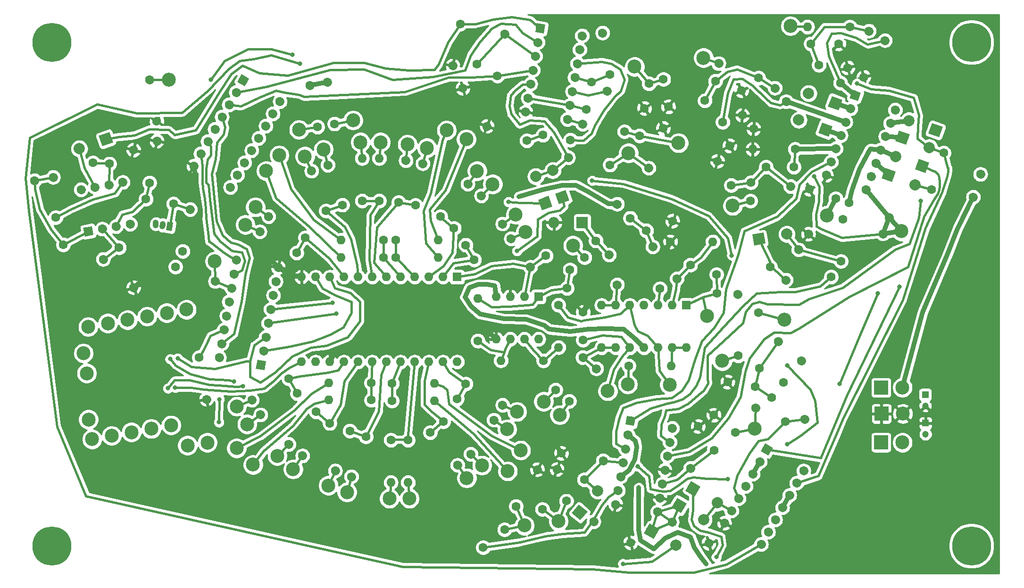
<source format=gbr>
G04 #@! TF.GenerationSoftware,KiCad,Pcbnew,(5.1.2-1)-1*
G04 #@! TF.CreationDate,2021-05-12T23:50:41-04:00*
G04 #@! TF.ProjectId,Sequencer - MFOS,53657175-656e-4636-9572-202d204d464f,rev?*
G04 #@! TF.SameCoordinates,Original*
G04 #@! TF.FileFunction,Copper,L2,Bot*
G04 #@! TF.FilePolarity,Positive*
%FSLAX46Y46*%
G04 Gerber Fmt 4.6, Leading zero omitted, Abs format (unit mm)*
G04 Created by KiCad (PCBNEW (5.1.2-1)-1) date 2021-05-12 23:50:41*
%MOMM*%
%LPD*%
G04 APERTURE LIST*
%ADD10C,7.000000*%
%ADD11C,1.600000*%
%ADD12C,1.600000*%
%ADD13C,2.000000*%
%ADD14C,2.000000*%
%ADD15C,0.100000*%
%ADD16C,2.499360*%
%ADD17O,2.000000X2.000000*%
%ADD18R,2.000000X2.000000*%
%ADD19O,1.600000X1.600000*%
%ADD20R,1.600000X1.600000*%
%ADD21C,1.200000*%
%ADD22R,1.200000X1.200000*%
%ADD23R,2.499360X2.499360*%
%ADD24C,1.050000*%
%ADD25C,1.050000*%
%ADD26C,0.800000*%
%ADD27C,0.812800*%
%ADD28C,0.406400*%
%ADD29C,0.254000*%
G04 APERTURE END LIST*
D10*
X182880000Y-17780000D03*
X182880000Y-108204000D03*
X17780000Y-108204000D03*
X17780000Y-17780000D03*
D11*
X127543603Y-33194265D03*
X124937410Y-40354723D03*
D12*
X124937410Y-40354723D02*
X124937410Y-40354723D01*
D13*
X115815588Y-98319474D03*
D14*
X115815588Y-98319474D02*
X115815588Y-98319474D01*
D13*
X112550227Y-102210980D03*
D15*
G36*
X112673484Y-103619812D02*
G01*
X111141395Y-102334237D01*
X112426970Y-100802148D01*
X113959059Y-102087723D01*
X112673484Y-103619812D01*
X112673484Y-103619812D01*
G37*
D16*
X135458200Y-66903600D03*
D17*
X107924600Y-50114200D03*
D18*
X113004600Y-50114200D03*
D19*
X90551000Y-75158600D03*
X62611000Y-59918600D03*
X88011000Y-75158600D03*
X65151000Y-59918600D03*
X85471000Y-75158600D03*
X67691000Y-59918600D03*
X82931000Y-75158600D03*
X70231000Y-59918600D03*
X80391000Y-75158600D03*
X72771000Y-59918600D03*
X77851000Y-75158600D03*
X75311000Y-59918600D03*
X75311000Y-75158600D03*
X77851000Y-59918600D03*
X72771000Y-75158600D03*
X80391000Y-59918600D03*
X70231000Y-75158600D03*
X82931000Y-59918600D03*
X67691000Y-75158600D03*
X85471000Y-59918600D03*
X65151000Y-75158600D03*
X88011000Y-59918600D03*
X62611000Y-75158600D03*
D20*
X90551000Y-59918600D03*
D11*
X159054635Y-18027001D03*
X154054635Y-18027001D03*
X159337835Y-25062802D03*
X155507613Y-21848864D03*
X141615106Y-26433107D03*
X136916643Y-24723006D03*
X138233871Y-32095117D03*
X135019933Y-28264895D03*
X136654064Y-91024046D03*
X140484286Y-87810108D03*
X146991101Y-81595035D03*
X149491101Y-85925162D03*
X139106880Y-78766233D03*
X144030919Y-79634474D03*
X137270644Y-39117889D03*
X139770644Y-43448016D03*
X145986644Y-40184689D03*
X150986644Y-40184689D03*
X158500426Y-45850647D03*
X153801963Y-44140546D03*
X114651080Y-24888995D03*
X113782839Y-29813034D03*
X124157313Y-29627067D03*
X123289072Y-34551106D03*
X127583298Y-24415822D03*
X128451539Y-29339861D03*
X34697353Y-45932368D03*
X39621392Y-46800609D03*
X32449565Y-37111488D03*
X28119438Y-39611488D03*
X94064629Y-21694159D03*
X91564629Y-26024286D03*
X110156453Y-100150245D03*
X113370391Y-96320023D03*
X95232410Y-108487913D03*
X99062632Y-105273975D03*
X110891163Y-35305399D03*
X105967124Y-34437158D03*
X124511337Y-51570301D03*
X129209800Y-49860200D03*
X113157000Y-71243200D03*
X113157000Y-66243200D03*
X132410737Y-57751299D03*
X137109200Y-59461400D03*
D21*
X174599600Y-83051400D03*
D22*
X174599600Y-81051400D03*
X174625000Y-86156800D03*
D21*
X174625000Y-88156800D03*
D11*
X110820200Y-58623200D03*
X106490073Y-56123200D03*
D13*
X153640697Y-26971788D03*
D14*
X153640697Y-26971788D02*
X153640697Y-26971788D01*
D13*
X158414336Y-28709250D03*
D15*
G36*
X159696049Y-28111578D02*
G01*
X159012008Y-29990963D01*
X157132623Y-29306922D01*
X157816664Y-27427537D01*
X159696049Y-28111578D01*
X159696049Y-28111578D01*
G37*
D13*
X156653006Y-33474201D03*
D15*
G36*
X157934719Y-32876529D02*
G01*
X157250678Y-34755914D01*
X155371293Y-34071873D01*
X156055334Y-32192488D01*
X157934719Y-32876529D01*
X157934719Y-32876529D01*
G37*
D13*
X151879367Y-31736739D03*
D14*
X151879367Y-31736739D02*
X151879367Y-31736739D01*
D13*
X134830670Y-103486128D03*
D14*
X134830670Y-103486128D02*
X134830670Y-103486128D01*
D13*
X130431261Y-100946128D03*
D15*
G36*
X129065236Y-101312153D02*
G01*
X130065236Y-99580103D01*
X131797286Y-100580103D01*
X130797286Y-102312153D01*
X129065236Y-101312153D01*
X129065236Y-101312153D01*
G37*
D13*
X176433155Y-33564666D03*
D15*
G36*
X177714868Y-32966994D02*
G01*
X177030827Y-34846379D01*
X175151442Y-34162338D01*
X175835483Y-32282953D01*
X177714868Y-32966994D01*
X177714868Y-32966994D01*
G37*
D13*
X171659516Y-31827204D03*
D14*
X171659516Y-31827204D02*
X171659516Y-31827204D01*
D13*
X170506297Y-34921381D03*
D15*
G36*
X169224584Y-35519053D02*
G01*
X169908625Y-33639668D01*
X171788010Y-34323709D01*
X171103969Y-36203094D01*
X169224584Y-35519053D01*
X169224584Y-35519053D01*
G37*
D13*
X175279936Y-36658843D03*
D14*
X175279936Y-36658843D02*
X175279936Y-36658843D01*
D13*
X172758510Y-43363612D03*
D14*
X172758510Y-43363612D02*
X172758510Y-43363612D01*
D13*
X167984871Y-41626150D03*
D15*
G36*
X166703158Y-42223822D02*
G01*
X167387199Y-40344437D01*
X169266584Y-41028478D01*
X168582543Y-42907863D01*
X166703158Y-42223822D01*
X166703158Y-42223822D01*
G37*
D13*
X132884092Y-97942427D03*
D15*
G36*
X131518067Y-98308452D02*
G01*
X132518067Y-96576402D01*
X134250117Y-97576402D01*
X133250117Y-99308452D01*
X131518067Y-98308452D01*
X131518067Y-98308452D01*
G37*
D13*
X137283501Y-100482427D03*
D14*
X137283501Y-100482427D02*
X137283501Y-100482427D01*
D13*
X169257518Y-38278110D03*
D14*
X169257518Y-38278110D02*
X169257518Y-38278110D01*
D13*
X174031157Y-40015572D03*
D15*
G36*
X175312870Y-39417900D02*
G01*
X174628829Y-41297285D01*
X172749444Y-40613244D01*
X173433485Y-38733859D01*
X175312870Y-39417900D01*
X175312870Y-39417900D01*
G37*
D13*
X149732023Y-52229267D03*
D14*
X149732023Y-52229267D02*
X149732023Y-52229267D01*
D13*
X144729200Y-53111400D03*
D15*
G36*
X143918040Y-54269856D02*
G01*
X143570744Y-52300240D01*
X145540360Y-51952944D01*
X145887656Y-53922560D01*
X143918040Y-54269856D01*
X143918040Y-54269856D01*
G37*
D13*
X125464519Y-105564022D03*
D15*
G36*
X124098494Y-105930047D02*
G01*
X125098494Y-104197997D01*
X126830544Y-105197997D01*
X125830544Y-106930047D01*
X124098494Y-105930047D01*
X124098494Y-105930047D01*
G37*
D13*
X129863928Y-108104022D03*
D14*
X129863928Y-108104022D02*
X129863928Y-108104022D01*
D13*
X107698227Y-40797484D03*
D14*
X107698227Y-40797484D02*
X107698227Y-40797484D01*
D13*
X109435689Y-45571123D03*
D15*
G36*
X110717402Y-46168795D02*
G01*
X108838017Y-46852836D01*
X108153976Y-44973451D01*
X110033361Y-44289410D01*
X110717402Y-46168795D01*
X110717402Y-46168795D01*
G37*
D13*
X106395746Y-46650542D03*
D15*
G36*
X107677459Y-47248214D02*
G01*
X105798074Y-47932255D01*
X105114033Y-46052870D01*
X106993418Y-45368829D01*
X107677459Y-47248214D01*
X107677459Y-47248214D01*
G37*
D13*
X104658284Y-41876903D03*
D14*
X104658284Y-41876903D02*
X104658284Y-41876903D01*
D13*
X22733510Y-36892434D03*
D14*
X22733510Y-36892434D02*
X22733510Y-36892434D01*
D13*
X27507149Y-35154972D03*
D15*
G36*
X28104821Y-33873259D02*
G01*
X28788862Y-35752644D01*
X26909477Y-36436685D01*
X26225436Y-34557300D01*
X28104821Y-33873259D01*
X28104821Y-33873259D01*
G37*
D16*
X150397034Y-14852001D03*
X134780351Y-20566695D03*
X108746920Y-103769303D03*
X156939254Y-48877432D03*
X71875329Y-31786417D03*
X130283777Y-35859687D03*
X122400546Y-22161489D03*
X121314182Y-37684469D03*
X38836600Y-24460200D03*
X41957732Y-65763814D03*
X38430742Y-66385721D03*
X34903749Y-67007624D03*
X31376761Y-67629524D03*
X27849767Y-68251430D03*
X23481958Y-73612541D03*
X24322779Y-68873333D03*
X24067066Y-77223396D03*
X39225425Y-86543770D03*
X35648402Y-87174497D03*
X45720000Y-89662000D03*
X42164000Y-90170000D03*
X62162973Y-33478390D03*
X25017402Y-89049028D03*
X24395500Y-85522037D03*
X32096400Y-87800810D03*
X28544396Y-88427124D03*
X106095800Y-82296000D03*
X108966000Y-84683600D03*
X121183400Y-79197200D03*
X111353600Y-54279800D03*
X102844600Y-51841400D03*
X101066600Y-48717200D03*
X96926400Y-43256200D03*
X94132400Y-40894000D03*
X88671400Y-33578800D03*
X92202000Y-35179000D03*
X56261000Y-40868600D03*
X58623200Y-38049200D03*
X81635600Y-36118800D03*
X85140800Y-36753800D03*
X76809600Y-35737800D03*
X73202800Y-35737800D03*
X66573400Y-37033200D03*
X63220600Y-38277800D03*
X54356000Y-47371000D03*
X52527200Y-50546000D03*
X67437000Y-97358200D03*
X70789800Y-98577400D03*
X50977800Y-90652600D03*
X53924200Y-93624400D03*
X58267600Y-92024200D03*
X61112400Y-94437200D03*
X51003200Y-83159600D03*
X52857400Y-86360000D03*
X101295200Y-84124800D03*
X99517200Y-87249000D03*
X92278200Y-96037400D03*
X95021400Y-93751400D03*
X78409800Y-99695000D03*
X81991200Y-99695000D03*
X101981000Y-91033600D03*
X99618800Y-94792800D03*
X149326600Y-67564000D03*
X170312550Y-51717654D03*
X140013844Y-47118889D03*
X144007019Y-87142029D03*
X102637895Y-104551246D03*
X138141183Y-75002202D03*
X47066200Y-57099200D03*
X128701800Y-79248000D03*
X117576600Y-80391000D03*
D23*
X166674800Y-79781400D03*
D16*
X170484800Y-79781400D03*
X170535600Y-84480400D03*
D23*
X166725600Y-84480400D03*
X166674800Y-89636600D03*
D16*
X170484800Y-89636600D03*
D24*
X37690204Y-50623494D03*
D25*
X37651133Y-50845076D02*
X37729275Y-50401912D01*
D24*
X36439498Y-50402961D03*
D25*
X36400427Y-50624543D02*
X36478569Y-50181379D01*
D24*
X38940910Y-50844027D03*
D15*
G36*
X39588170Y-50196586D02*
G01*
X39327698Y-51673798D01*
X38293650Y-51491468D01*
X38554122Y-50014256D01*
X39588170Y-50196586D01*
X39588170Y-50196586D01*
G37*
D19*
X153419634Y-15004402D03*
D11*
X161039634Y-15004402D03*
X164468634Y-15745888D03*
D12*
X164468634Y-15745888D02*
X164468634Y-15745888D01*
D11*
X160658634Y-22345002D03*
X167338834Y-17447688D03*
D12*
X167338834Y-17447688D02*
X167338834Y-17447688D01*
D11*
X163528834Y-24046802D03*
X184487176Y-41472184D03*
D12*
X184487176Y-41472184D02*
X184487176Y-41472184D01*
D11*
X177888062Y-37662184D03*
X144653096Y-24187110D03*
X137492638Y-21580917D03*
D12*
X137492638Y-21580917D02*
X137492638Y-21580917D01*
D11*
X141754077Y-30889597D03*
X147591336Y-25991555D03*
D12*
X147591336Y-25991555D02*
X147591336Y-25991555D01*
D11*
X143760674Y-33322835D03*
X149597933Y-28424793D03*
D12*
X149597933Y-28424793D02*
X149597933Y-28424793D01*
D11*
X175683504Y-44239013D03*
X183187739Y-45562212D03*
D12*
X183187739Y-45562212D02*
X183187739Y-45562212D01*
D11*
X135712992Y-107706398D03*
X129113878Y-103896398D03*
D12*
X129113878Y-103896398D02*
X129113878Y-103896398D01*
D11*
X166966176Y-52148511D03*
D12*
X166966176Y-52148511D02*
X166966176Y-52148511D01*
D11*
X159805718Y-49542318D03*
X160898126Y-46615218D03*
X168058584Y-49221411D03*
D12*
X168058584Y-49221411D02*
X168058584Y-49221411D01*
D11*
X47140058Y-60695993D03*
D12*
X47140058Y-60695993D02*
X47140058Y-60695993D01*
D11*
X39979600Y-58089800D03*
X136609928Y-84728020D03*
X144114163Y-83404821D03*
D12*
X144114163Y-83404821D02*
X144114163Y-83404821D01*
D11*
X132460919Y-94238673D03*
D12*
X132460919Y-94238673D02*
X132460919Y-94238673D01*
D11*
X133784118Y-86734438D03*
X152328270Y-74956360D03*
D12*
X152328270Y-74956360D02*
X152328270Y-74956360D01*
D11*
X144824035Y-76279559D03*
X149106650Y-78869452D03*
X152916650Y-85468566D03*
D12*
X152916650Y-85468566D02*
X152916650Y-85468566D01*
D11*
X141031247Y-74060464D03*
X148191705Y-71454271D03*
D12*
X148191705Y-71454271D02*
X148191705Y-71454271D01*
D11*
X149576442Y-60456741D03*
D12*
X149576442Y-60456741D02*
X149576442Y-60456741D01*
D11*
X144678400Y-66294000D03*
X110495080Y-38462314D03*
D12*
X110495080Y-38462314D02*
X110495080Y-38462314D01*
D11*
X117999315Y-39785513D03*
X150374702Y-43649096D03*
D12*
X150374702Y-43649096D02*
X150374702Y-43649096D01*
D11*
X143214244Y-46255289D03*
X151215243Y-36984290D03*
D19*
X143595243Y-36984290D03*
D11*
X139455046Y-36354176D03*
D12*
X139455046Y-36354176D02*
X139455046Y-36354176D01*
D11*
X143265046Y-42953290D03*
X146761200Y-58089800D03*
X140923941Y-62987842D03*
D12*
X140923941Y-62987842D02*
X140923941Y-62987842D01*
D11*
X65481924Y-32989644D03*
X64158725Y-25485409D03*
D12*
X64158725Y-25485409D02*
X64158725Y-25485409D01*
D11*
X117973635Y-23593120D03*
X116650436Y-16088885D03*
D12*
X116650436Y-16088885D02*
X116650436Y-16088885D01*
D11*
X113073271Y-32485863D03*
D12*
X113073271Y-32485863D02*
X113073271Y-32485863D01*
D11*
X120577506Y-33809062D03*
X124971276Y-25214962D03*
X117467041Y-26538161D03*
D12*
X117467041Y-26538161D02*
X117467041Y-26538161D01*
D11*
X36636447Y-31986737D03*
X35313248Y-24482502D03*
D12*
X35313248Y-24482502D02*
X35313248Y-24482502D01*
D11*
X35330218Y-43015325D03*
X36653417Y-35511090D03*
D12*
X36653417Y-35511090D02*
X36653417Y-35511090D01*
D11*
X42624730Y-47784106D03*
D12*
X42624730Y-47784106D02*
X42624730Y-47784106D01*
D11*
X41301531Y-55288341D03*
X32477936Y-61803429D03*
D12*
X32477936Y-61803429D02*
X32477936Y-61803429D01*
D11*
X29871743Y-54642971D03*
X14698976Y-42637762D03*
D12*
X14698976Y-42637762D02*
X14698976Y-42637762D01*
D11*
X18508976Y-49236876D03*
X25200927Y-39390078D03*
X18040469Y-41996271D03*
D12*
X18040469Y-41996271D02*
X18040469Y-41996271D01*
D11*
X89772971Y-21984962D03*
D12*
X89772971Y-21984962D02*
X89772971Y-21984962D01*
D11*
X91096170Y-14480727D03*
X97781677Y-23791726D03*
X99104876Y-16287491D03*
D12*
X99104876Y-16287491D02*
X99104876Y-16287491D01*
D11*
X115468400Y-53416200D03*
X119278400Y-46817086D03*
D12*
X119278400Y-46817086D02*
X119278400Y-46817086D01*
D11*
X117830600Y-55951314D03*
D12*
X117830600Y-55951314D02*
X117830600Y-55951314D01*
D11*
X121640600Y-49352200D03*
X126974600Y-62001400D03*
X125651401Y-54497165D03*
D12*
X125651401Y-54497165D02*
X125651401Y-54497165D01*
D11*
X44221400Y-74371200D03*
X45544599Y-81875435D03*
D12*
X45544599Y-81875435D02*
X45544599Y-81875435D01*
D11*
X67231052Y-24917884D03*
D12*
X67231052Y-24917884D02*
X67231052Y-24917884D01*
D11*
X68554251Y-32422119D03*
X151845941Y-55020558D03*
D12*
X151845941Y-55020558D02*
X151845941Y-55020558D01*
D11*
X157683200Y-59918600D03*
X159435800Y-57099200D03*
X153598541Y-52201158D03*
D12*
X153598541Y-52201158D02*
X153598541Y-52201158D01*
D11*
X105848542Y-101626649D03*
X108454735Y-94466191D03*
D12*
X108454735Y-94466191D02*
X108454735Y-94466191D01*
D11*
X116756018Y-92889662D03*
D12*
X116756018Y-92889662D02*
X116756018Y-92889662D01*
D11*
X109251783Y-91566463D03*
X101117400Y-101092000D03*
X104927400Y-94492886D03*
D12*
X104927400Y-94492886D02*
X104927400Y-94492886D01*
D11*
X115066886Y-103835200D03*
D12*
X115066886Y-103835200D02*
X115066886Y-103835200D01*
D11*
X121666000Y-107645200D03*
X128828800Y-53594000D03*
D19*
X136448800Y-53594000D03*
D11*
X137160000Y-62839600D03*
X129999542Y-60233407D03*
D12*
X129999542Y-60233407D02*
X129999542Y-60233407D01*
D11*
X93624400Y-56845200D03*
X100223514Y-53035200D03*
D12*
X100223514Y-53035200D02*
X100223514Y-53035200D01*
D11*
X98699514Y-50368200D03*
D12*
X98699514Y-50368200D02*
X98699514Y-50368200D01*
D11*
X92100400Y-54178200D03*
X89992200Y-51155600D03*
X94890242Y-45318341D03*
D12*
X94890242Y-45318341D02*
X94890242Y-45318341D01*
D11*
X92451842Y-43235541D03*
D12*
X92451842Y-43235541D02*
X92451842Y-43235541D01*
D11*
X87553800Y-49072800D03*
X79539178Y-56403651D03*
D19*
X87159178Y-56403651D03*
X87159178Y-53304852D03*
D11*
X79539178Y-53304852D03*
X77317599Y-56388001D03*
D19*
X69697599Y-56388001D03*
X69697601Y-53289199D03*
D11*
X77317601Y-53289199D03*
X103687686Y-58140600D03*
D12*
X103687686Y-58140600D02*
X103687686Y-58140600D01*
D11*
X110286800Y-61950600D03*
X81353410Y-39009305D03*
D12*
X81353410Y-39009305D02*
X81353410Y-39009305D01*
D11*
X80030211Y-46513540D03*
X84380120Y-39542997D03*
D12*
X84380120Y-39542997D02*
X84380120Y-39542997D01*
D11*
X83056921Y-47047232D03*
D19*
X76575154Y-38623954D03*
D11*
X76575154Y-46243954D03*
D19*
X73490764Y-38615635D03*
D11*
X73490764Y-46235635D03*
X69933107Y-46983034D03*
X67326914Y-39822576D03*
D12*
X67326914Y-39822576D02*
X67326914Y-39822576D01*
D11*
X64414995Y-40882428D03*
D12*
X64414995Y-40882428D02*
X64414995Y-40882428D01*
D11*
X67021188Y-48042886D03*
X63303635Y-52864712D03*
X56704521Y-49054712D03*
D12*
X56704521Y-49054712D02*
X56704521Y-49054712D01*
D11*
X55129722Y-51782345D03*
D12*
X55129722Y-51782345D02*
X55129722Y-51782345D01*
D11*
X61728836Y-55592345D03*
X94284800Y-71374000D03*
D19*
X94284800Y-63754000D03*
X98399600Y-74930000D03*
D11*
X106019600Y-74930000D03*
D19*
X108762800Y-72567800D03*
D11*
X108762800Y-64947800D03*
X71283078Y-87549671D03*
X68676885Y-94710129D03*
D12*
X68676885Y-94710129D02*
X68676885Y-94710129D01*
D11*
X74171130Y-88600833D03*
X71564937Y-95761291D03*
D12*
X71564937Y-95761291D02*
X71564937Y-95761291D01*
D19*
X67533123Y-78947132D03*
D11*
X75153123Y-78947132D03*
X75153124Y-82027335D03*
D19*
X67533124Y-82027335D03*
D11*
X60329158Y-89962059D03*
D12*
X60329158Y-89962059D02*
X60329158Y-89962059D01*
D11*
X65227200Y-84124800D03*
X67691000Y-86182200D03*
X62792958Y-92019459D03*
D12*
X62792958Y-92019459D02*
X62792958Y-92019459D01*
D11*
X53735742Y-81995520D03*
D12*
X53735742Y-81995520D02*
X53735742Y-81995520D01*
D11*
X60334856Y-78185520D03*
X61871555Y-80847164D03*
X55272441Y-84657164D03*
D12*
X55272441Y-84657164D02*
X55272441Y-84657164D01*
D11*
X98697089Y-82907357D03*
D12*
X98697089Y-82907357D02*
X98697089Y-82907357D01*
D11*
X92097975Y-79097357D03*
X90548573Y-81780999D03*
X97147687Y-85590999D03*
D12*
X97147687Y-85590999D02*
X97147687Y-85590999D01*
D11*
X90623042Y-93695859D03*
D12*
X90623042Y-93695859D02*
X90623042Y-93695859D01*
D11*
X85725000Y-87858600D03*
X88087200Y-85877400D03*
X92985242Y-91714659D03*
D12*
X92985242Y-91714659D02*
X92985242Y-91714659D01*
D19*
X78663800Y-96824800D03*
D11*
X78663800Y-89204800D03*
X81737200Y-89204800D03*
D19*
X81737200Y-96824800D03*
X86512400Y-79019400D03*
D11*
X78892400Y-79019400D03*
X78841600Y-82169000D03*
D19*
X86461600Y-82169000D03*
D11*
X108208603Y-80192744D03*
X113106645Y-74355485D03*
D12*
X113106645Y-74355485D02*
X113106645Y-74355485D01*
D11*
X115555164Y-76376879D03*
D12*
X115555164Y-76376879D02*
X115555164Y-76376879D01*
D11*
X110657122Y-82214138D03*
X121361200Y-75869800D03*
D19*
X128981200Y-75869800D03*
D11*
X113436400Y-56413400D03*
X119273659Y-61311442D03*
D12*
X119273659Y-61311442D02*
X119273659Y-61311442D01*
D11*
X103053955Y-35449069D03*
X95893497Y-32842876D03*
D12*
X95893497Y-32842876D02*
X95893497Y-32842876D01*
D11*
X27020680Y-56723499D03*
D12*
X27020680Y-56723499D02*
X27020680Y-56723499D01*
D11*
X19860222Y-54117306D03*
X162027910Y-27321471D03*
D15*
G36*
X161002540Y-27799609D02*
G01*
X161549772Y-26296101D01*
X163053280Y-26843333D01*
X162506048Y-28346841D01*
X161002540Y-27799609D01*
X161002540Y-27799609D01*
G37*
D11*
X163975981Y-44248580D03*
D12*
X163975981Y-44248580D02*
X163975981Y-44248580D01*
D11*
X161159179Y-29708290D03*
D12*
X161159179Y-29708290D02*
X161159179Y-29708290D01*
D11*
X164844712Y-41861761D03*
D12*
X164844712Y-41861761D02*
X164844712Y-41861761D01*
D11*
X160290448Y-32095110D03*
D12*
X160290448Y-32095110D02*
X160290448Y-32095110D01*
D11*
X165713443Y-39474942D03*
D12*
X165713443Y-39474942D02*
X165713443Y-39474942D01*
D11*
X159421717Y-34481929D03*
D12*
X159421717Y-34481929D02*
X159421717Y-34481929D01*
D11*
X166582174Y-37088122D03*
D12*
X166582174Y-37088122D02*
X166582174Y-37088122D01*
D11*
X158552985Y-36868748D03*
D12*
X158552985Y-36868748D02*
X158552985Y-36868748D01*
D11*
X167450905Y-34701303D03*
D12*
X167450905Y-34701303D02*
X167450905Y-34701303D01*
D11*
X157684254Y-39255567D03*
D12*
X157684254Y-39255567D02*
X157684254Y-39255567D01*
D11*
X168319637Y-32314484D03*
D12*
X168319637Y-32314484D02*
X168319637Y-32314484D01*
D11*
X156815523Y-41642387D03*
D12*
X156815523Y-41642387D02*
X156815523Y-41642387D01*
D11*
X169188368Y-29927664D03*
D12*
X169188368Y-29927664D02*
X169188368Y-29927664D01*
D11*
X152752977Y-94719707D03*
D12*
X152752977Y-94719707D02*
X152752977Y-94719707D01*
D11*
X138533863Y-104107934D03*
D12*
X138533863Y-104107934D02*
X138533863Y-104107934D01*
D11*
X151482977Y-96919412D03*
D12*
X151482977Y-96919412D02*
X151482977Y-96919412D01*
D11*
X139803863Y-101908230D03*
D12*
X139803863Y-101908230D02*
X139803863Y-101908230D01*
D11*
X150212977Y-99119116D03*
D12*
X150212977Y-99119116D02*
X150212977Y-99119116D01*
D11*
X141073863Y-99708525D03*
D12*
X141073863Y-99708525D02*
X141073863Y-99708525D01*
D11*
X148942977Y-101318821D03*
D12*
X148942977Y-101318821D02*
X148942977Y-101318821D01*
D11*
X142343863Y-97508821D03*
D12*
X142343863Y-97508821D02*
X142343863Y-97508821D01*
D11*
X147672977Y-103518525D03*
D12*
X147672977Y-103518525D02*
X147672977Y-103518525D01*
D11*
X143613863Y-95309116D03*
D12*
X143613863Y-95309116D02*
X143613863Y-95309116D01*
D11*
X146402977Y-105718230D03*
D12*
X146402977Y-105718230D02*
X146402977Y-105718230D01*
D11*
X144883863Y-93109412D03*
D12*
X144883863Y-93109412D02*
X144883863Y-93109412D01*
D11*
X145132977Y-107917934D03*
D12*
X145132977Y-107917934D02*
X145132977Y-107917934D01*
D11*
X146153863Y-90909707D03*
D15*
G36*
X145061043Y-91202527D02*
G01*
X145861043Y-89816887D01*
X147246683Y-90616887D01*
X146446683Y-92002527D01*
X145061043Y-91202527D01*
X145061043Y-91202527D01*
G37*
D11*
X121658234Y-85755332D03*
D15*
G36*
X120731469Y-86404260D02*
G01*
X121009306Y-84828567D01*
X122584999Y-85106404D01*
X122307162Y-86682097D01*
X120731469Y-86404260D01*
X120731469Y-86404260D01*
G37*
D11*
X126516071Y-102087001D03*
D12*
X126516071Y-102087001D02*
X126516071Y-102087001D01*
D11*
X121217168Y-88256744D03*
D12*
X121217168Y-88256744D02*
X121217168Y-88256744D01*
D11*
X126957137Y-99585590D03*
D12*
X126957137Y-99585590D02*
X126957137Y-99585590D01*
D11*
X120776101Y-90758155D03*
D12*
X120776101Y-90758155D02*
X120776101Y-90758155D01*
D11*
X127398204Y-97084178D03*
D12*
X127398204Y-97084178D02*
X127398204Y-97084178D01*
D11*
X120335035Y-93259567D03*
D12*
X120335035Y-93259567D02*
X120335035Y-93259567D01*
D11*
X127839270Y-94582766D03*
D12*
X127839270Y-94582766D02*
X127839270Y-94582766D01*
D11*
X119893969Y-95760979D03*
D12*
X119893969Y-95760979D02*
X119893969Y-95760979D01*
D11*
X128280336Y-92081354D03*
D12*
X128280336Y-92081354D02*
X128280336Y-92081354D01*
D11*
X119452902Y-98262390D03*
D12*
X119452902Y-98262390D02*
X119452902Y-98262390D01*
D11*
X128721403Y-89579943D03*
D12*
X128721403Y-89579943D02*
X128721403Y-89579943D01*
D11*
X119011836Y-100763802D03*
D12*
X119011836Y-100763802D02*
X119011836Y-100763802D01*
D11*
X129162469Y-87078531D03*
D12*
X129162469Y-87078531D02*
X129162469Y-87078531D01*
D11*
X55346600Y-75717400D03*
D15*
G36*
X56273365Y-75068472D02*
G01*
X55995528Y-76644165D01*
X54419835Y-76366328D01*
X54697672Y-74790635D01*
X56273365Y-75068472D01*
X56273365Y-75068472D01*
G37*
D11*
X50929830Y-56884319D03*
D12*
X50929830Y-56884319D02*
X50929830Y-56884319D01*
D11*
X55787666Y-73215988D03*
D12*
X55787666Y-73215988D02*
X55787666Y-73215988D01*
D11*
X50488763Y-59385731D03*
D12*
X50488763Y-59385731D02*
X50488763Y-59385731D01*
D11*
X56228733Y-70714577D03*
D12*
X56228733Y-70714577D02*
X56228733Y-70714577D01*
D11*
X50047697Y-61887142D03*
D12*
X50047697Y-61887142D02*
X50047697Y-61887142D01*
D11*
X56669799Y-68213165D03*
D12*
X56669799Y-68213165D02*
X56669799Y-68213165D01*
D11*
X49606630Y-64388554D03*
D12*
X49606630Y-64388554D02*
X49606630Y-64388554D01*
D11*
X57110865Y-65711753D03*
D12*
X57110865Y-65711753D02*
X57110865Y-65711753D01*
D11*
X49165564Y-66889966D03*
D12*
X49165564Y-66889966D02*
X49165564Y-66889966D01*
D11*
X57551932Y-63210342D03*
D12*
X57551932Y-63210342D02*
X57551932Y-63210342D01*
D11*
X48724498Y-69391378D03*
D12*
X48724498Y-69391378D02*
X48724498Y-69391378D01*
D11*
X57992998Y-60708930D03*
D12*
X57992998Y-60708930D02*
X57992998Y-60708930D01*
D11*
X48283431Y-71892789D03*
D12*
X48283431Y-71892789D02*
X48283431Y-71892789D01*
D11*
X58434065Y-58207518D03*
D12*
X58434065Y-58207518D02*
X58434065Y-58207518D01*
D11*
X47842365Y-74394201D03*
D12*
X47842365Y-74394201D02*
X47842365Y-74394201D01*
D11*
X105486390Y-15270949D03*
D15*
G36*
X104559625Y-15919877D02*
G01*
X104837462Y-14344184D01*
X106413155Y-14622021D01*
X106135318Y-16197714D01*
X104559625Y-15919877D01*
X104559625Y-15919877D01*
G37*
D11*
X110344227Y-31602618D03*
D12*
X110344227Y-31602618D02*
X110344227Y-31602618D01*
D11*
X105045324Y-17772361D03*
D12*
X105045324Y-17772361D02*
X105045324Y-17772361D01*
D11*
X110785293Y-29101207D03*
D12*
X110785293Y-29101207D02*
X110785293Y-29101207D01*
D11*
X104604257Y-20273772D03*
D12*
X104604257Y-20273772D02*
X104604257Y-20273772D01*
D11*
X111226360Y-26599795D03*
D12*
X111226360Y-26599795D02*
X111226360Y-26599795D01*
D11*
X104163191Y-22775184D03*
D12*
X104163191Y-22775184D02*
X104163191Y-22775184D01*
D11*
X111667426Y-24098383D03*
D12*
X111667426Y-24098383D02*
X111667426Y-24098383D01*
D11*
X103722125Y-25276596D03*
D12*
X103722125Y-25276596D02*
X103722125Y-25276596D01*
D11*
X112108492Y-21596971D03*
D12*
X112108492Y-21596971D02*
X112108492Y-21596971D01*
D11*
X103281058Y-27778007D03*
D12*
X103281058Y-27778007D02*
X103281058Y-27778007D01*
D11*
X112549559Y-19095560D03*
D12*
X112549559Y-19095560D02*
X112549559Y-19095560D01*
D11*
X102839992Y-30279419D03*
D12*
X102839992Y-30279419D02*
X102839992Y-30279419D01*
D11*
X112990625Y-16594148D03*
D12*
X112990625Y-16594148D02*
X112990625Y-16594148D01*
D11*
X23025331Y-44227052D03*
D12*
X23025331Y-44227052D02*
X23025331Y-44227052D01*
D11*
X31852765Y-50408088D03*
D12*
X31852765Y-50408088D02*
X31852765Y-50408088D01*
D11*
X25526743Y-43785986D03*
D12*
X25526743Y-43785986D02*
X25526743Y-43785986D01*
D11*
X29351353Y-50849154D03*
D12*
X29351353Y-50849154D02*
X29351353Y-50849154D01*
D11*
X28028154Y-43344919D03*
D12*
X28028154Y-43344919D02*
X28028154Y-43344919D01*
D11*
X26849942Y-51290221D03*
D12*
X26849942Y-51290221D02*
X26849942Y-51290221D01*
D11*
X30529566Y-42903853D03*
D12*
X30529566Y-42903853D02*
X30529566Y-42903853D01*
D11*
X24348530Y-51731287D03*
D15*
G36*
X25275295Y-52380215D02*
G01*
X23699602Y-52658052D01*
X23421765Y-51082359D01*
X24997458Y-50804522D01*
X25275295Y-52380215D01*
X25275295Y-52380215D01*
G37*
D20*
X131724400Y-64998600D03*
D19*
X116484400Y-72618600D03*
X129184400Y-64998600D03*
X119024400Y-72618600D03*
X126644400Y-64998600D03*
X121564400Y-72618600D03*
X124104400Y-64998600D03*
X124104400Y-72618600D03*
X121564400Y-64998600D03*
X126644400Y-72618600D03*
X119024400Y-64998600D03*
X129184400Y-72618600D03*
X116484400Y-64998600D03*
X131724400Y-72618600D03*
D20*
X105156000Y-63449200D03*
D19*
X97536000Y-71069200D03*
X102616000Y-63449200D03*
X100076000Y-71069200D03*
X100076000Y-63449200D03*
X102616000Y-71069200D03*
X97536000Y-63449200D03*
X105156000Y-71069200D03*
D11*
X58746667Y-28405002D03*
D12*
X58746667Y-28405002D02*
X58746667Y-28405002D01*
D11*
X43257553Y-39992934D03*
D12*
X43257553Y-39992934D02*
X43257553Y-39992934D01*
D11*
X57476667Y-30604707D03*
D12*
X57476667Y-30604707D02*
X57476667Y-30604707D01*
D11*
X44527553Y-37793229D03*
D12*
X44527553Y-37793229D02*
X44527553Y-37793229D01*
D11*
X56206667Y-32804411D03*
D12*
X56206667Y-32804411D02*
X56206667Y-32804411D01*
D11*
X45797553Y-35593525D03*
D12*
X45797553Y-35593525D02*
X45797553Y-35593525D01*
D11*
X54936667Y-35004116D03*
D12*
X54936667Y-35004116D02*
X54936667Y-35004116D01*
D11*
X47067553Y-33393820D03*
D12*
X47067553Y-33393820D02*
X47067553Y-33393820D01*
D11*
X53666667Y-37203820D03*
D12*
X53666667Y-37203820D02*
X53666667Y-37203820D01*
D11*
X48337553Y-31194116D03*
D12*
X48337553Y-31194116D02*
X48337553Y-31194116D01*
D11*
X52396667Y-39403525D03*
D12*
X52396667Y-39403525D02*
X52396667Y-39403525D01*
D11*
X49607553Y-28994411D03*
D12*
X49607553Y-28994411D02*
X49607553Y-28994411D01*
D11*
X51126667Y-41603229D03*
D12*
X51126667Y-41603229D02*
X51126667Y-41603229D01*
D11*
X50877553Y-26794707D03*
D12*
X50877553Y-26794707D02*
X50877553Y-26794707D01*
D11*
X49856667Y-43802934D03*
D12*
X49856667Y-43802934D02*
X49856667Y-43802934D01*
D11*
X52147553Y-24595002D03*
D15*
G36*
X51054733Y-24887822D02*
G01*
X51854733Y-23502182D01*
X53240373Y-24302182D01*
X52440373Y-25687822D01*
X51054733Y-24887822D01*
X51054733Y-24887822D01*
G37*
D26*
X47650400Y-41325800D03*
X101650800Y-45466000D03*
X123164600Y-97764600D03*
X135229600Y-111480600D03*
X46380400Y-24460200D03*
X60985400Y-20015200D03*
X162306000Y-25196800D03*
X169926000Y-61645800D03*
X173781570Y-46222770D03*
X137083800Y-110210600D03*
X47802800Y-86004400D03*
X47879000Y-81864200D03*
X120319800Y-111429800D03*
X68884800Y-66471800D03*
X101316805Y-55241205D03*
X122961400Y-93929200D03*
X139141200Y-96240600D03*
X68199000Y-64541400D03*
X99782816Y-46442816D03*
X114782600Y-42621200D03*
X139852400Y-56057800D03*
X149834600Y-75844400D03*
X149809200Y-89916000D03*
X159232600Y-79121000D03*
X166039800Y-62890400D03*
X154609800Y-41859200D03*
X62382400Y-21640800D03*
X39039800Y-74650600D03*
X50495200Y-78663800D03*
X40386000Y-74523600D03*
X38658800Y-79908400D03*
X52095400Y-79552800D03*
X39954200Y-79806800D03*
D27*
X62611000Y-59918600D02*
X60325000Y-59461400D01*
X60325000Y-59461400D02*
X58434065Y-58207518D01*
X128828800Y-53594000D02*
X127660400Y-56261000D01*
X127660400Y-56261000D02*
X125272800Y-57353200D01*
X125272800Y-57353200D02*
X120650000Y-57988200D01*
X120650000Y-57988200D02*
X118033800Y-59715400D01*
X118033800Y-59715400D02*
X114554000Y-63246000D01*
X114554000Y-63246000D02*
X113157000Y-66243200D01*
X43257553Y-39992934D02*
X43891200Y-44196000D01*
X43891200Y-44196000D02*
X44450000Y-47955200D01*
X44450000Y-47955200D02*
X44399200Y-50495200D01*
X44399200Y-50495200D02*
X41376600Y-53416200D01*
X41376600Y-53416200D02*
X38328600Y-54660800D01*
X38328600Y-54660800D02*
X35433000Y-57886600D01*
X35433000Y-57886600D02*
X33832800Y-60731400D01*
X33832800Y-60731400D02*
X32477936Y-61803429D01*
X109251783Y-91566463D02*
X106045000Y-86461600D01*
X106045000Y-86461600D02*
X104292400Y-84201000D01*
X104292400Y-84201000D02*
X102870000Y-81559400D01*
X102870000Y-81559400D02*
X99136200Y-79248000D01*
X99136200Y-79248000D02*
X96621600Y-77317600D01*
X96621600Y-77317600D02*
X94945200Y-75692000D01*
X94945200Y-75692000D02*
X93421200Y-73837800D01*
X93421200Y-73837800D02*
X92506800Y-72694800D01*
X92506800Y-72694800D02*
X92202000Y-70561200D01*
X92202000Y-70561200D02*
X92786200Y-68681600D01*
X92786200Y-68681600D02*
X95021400Y-68783200D01*
X95021400Y-68783200D02*
X97536000Y-71069200D01*
X92506800Y-72694800D02*
X82448400Y-72948800D01*
X82448400Y-72948800D02*
X73761600Y-72821800D01*
X73761600Y-72821800D02*
X69646800Y-72999600D01*
X69646800Y-72999600D02*
X68681600Y-73406000D01*
X68681600Y-73406000D02*
X67691000Y-75158600D01*
X58434065Y-58207518D02*
X55956200Y-55600600D01*
X55956200Y-55600600D02*
X53848000Y-53924200D01*
X53848000Y-53924200D02*
X51511200Y-52451000D01*
X51511200Y-52451000D02*
X49530000Y-50723800D01*
X49530000Y-50723800D02*
X48615600Y-49758600D01*
X48615600Y-49758600D02*
X48234600Y-47167800D01*
X48234600Y-47167800D02*
X48133000Y-43205400D01*
X48133000Y-43205400D02*
X47650400Y-41325800D01*
X47650400Y-41325800D02*
X47650400Y-41325800D01*
D28*
X154054635Y-18027001D02*
X155507613Y-21848865D01*
X154054635Y-18027001D02*
X156518432Y-14979000D01*
X156518432Y-14979000D02*
X161039634Y-15004402D01*
X164468635Y-15745887D02*
X161039634Y-15004402D01*
X159337835Y-25062802D02*
X157280435Y-20236802D01*
X157280435Y-20236802D02*
X156950234Y-17874601D01*
X156950234Y-17874601D02*
X157788434Y-16172801D01*
X157788434Y-16172801D02*
X159490235Y-16122000D01*
X159490235Y-16122000D02*
X162157235Y-16960202D01*
X162157235Y-16960202D02*
X164240032Y-18154001D01*
X164240032Y-18154001D02*
X167338835Y-17447687D01*
D27*
X162027910Y-27321471D02*
X159337835Y-25062802D01*
D28*
X147591337Y-25991555D02*
X144653096Y-24187110D01*
X144653096Y-24187110D02*
X140847260Y-22612688D01*
X140847260Y-22612688D02*
X139074169Y-23102601D01*
X139074169Y-23102601D02*
X136916643Y-24723006D01*
X136916643Y-24723006D02*
X135019933Y-28264895D01*
X138233871Y-32095117D02*
X139155515Y-26889394D01*
X139155515Y-26889394D02*
X140139288Y-24409296D01*
X140139288Y-24409296D02*
X141740825Y-24316455D01*
X141740825Y-24316455D02*
X143665286Y-25638594D01*
X143665286Y-25638594D02*
X146038680Y-27880975D01*
X148513843Y-29066653D02*
X146867305Y-28683616D01*
X146038680Y-27880975D02*
X146867305Y-28683616D01*
X148513843Y-29066653D02*
X149597933Y-28424793D01*
D27*
X160290448Y-32095110D02*
X149597933Y-28424793D01*
D28*
X132460913Y-94238667D02*
X136654064Y-91024046D01*
X132460919Y-94238673D02*
X130073400Y-96266000D01*
X130073400Y-96266000D02*
X127398204Y-97084178D01*
X140484283Y-87810103D02*
X144007019Y-87142029D01*
X144007019Y-87142029D02*
X144114165Y-83404820D01*
X144030919Y-79634474D02*
X144824035Y-76279559D01*
X148191704Y-71454273D02*
X144824035Y-76279559D01*
X146991105Y-81595037D02*
X144030919Y-79634474D01*
X149491101Y-85925162D02*
X152916654Y-85468564D01*
X149491101Y-85925162D02*
X146304000Y-89001600D01*
X146304000Y-89001600D02*
X144653000Y-89357200D01*
X144653000Y-89357200D02*
X143027400Y-91516200D01*
X143027400Y-91516200D02*
X140868400Y-95504000D01*
X140868400Y-95504000D02*
X140208000Y-97790000D01*
X140208000Y-97790000D02*
X141073863Y-99708525D01*
X150374703Y-43649095D02*
X145986645Y-40184689D01*
X143265046Y-42953290D02*
X145986645Y-40184689D01*
X139770644Y-43448016D02*
X143265046Y-42953290D01*
X150986644Y-40184689D02*
X151215243Y-36984290D01*
D27*
X151215243Y-36984290D02*
X158552986Y-36868748D01*
X158500426Y-45850647D02*
X156939254Y-48877432D01*
D28*
X113782838Y-29813035D02*
X110785293Y-29101206D01*
X103281058Y-27778006D02*
X110785293Y-29101206D01*
X114651080Y-24888995D02*
X111667425Y-24098383D01*
X117973635Y-23593120D02*
X114651080Y-24888995D01*
X123289072Y-34551106D02*
X120577506Y-33809062D01*
X123289072Y-34551106D02*
X126949711Y-35235356D01*
X126949711Y-35235356D02*
X130283777Y-35859687D01*
X127583298Y-24415822D02*
X124971276Y-25214962D01*
X122400546Y-22161489D02*
X124971276Y-25214962D01*
X34697353Y-45932368D02*
X35330218Y-43015325D01*
X34697353Y-45932368D02*
X32294024Y-48170484D01*
X32294024Y-48170484D02*
X30402946Y-48705038D01*
X30402946Y-48705038D02*
X29351355Y-50849152D01*
X39621389Y-46800609D02*
X42624728Y-47784105D01*
X39621389Y-46800609D02*
X38940910Y-50844027D01*
D27*
X101650800Y-45466000D02*
X105943400Y-44221400D01*
X105943400Y-44221400D02*
X109448600Y-43484800D01*
X109448600Y-43484800D02*
X111861600Y-43434000D01*
X111861600Y-43434000D02*
X113969800Y-44577000D01*
X113969800Y-44577000D02*
X117729000Y-46786800D01*
X117729000Y-46786800D02*
X119278400Y-46817086D01*
X170484800Y-79781400D02*
X174142400Y-66217800D01*
X174142400Y-66217800D02*
X178435000Y-56184800D01*
X178435000Y-56184800D02*
X180390800Y-51231800D01*
X180390800Y-51231800D02*
X183187739Y-45562212D01*
X124104400Y-72618600D02*
X122428000Y-70942200D01*
X122428000Y-70942200D02*
X120472200Y-69316600D01*
X120472200Y-69316600D02*
X117170200Y-69215000D01*
X117170200Y-69215000D02*
X114147600Y-69291200D01*
X114147600Y-69291200D02*
X110871000Y-69672200D01*
X110871000Y-69672200D02*
X107086400Y-69316600D01*
X107086400Y-69316600D02*
X106197400Y-68605400D01*
X106197400Y-68605400D02*
X102895400Y-67513200D01*
X102895400Y-67513200D02*
X98983800Y-67437000D01*
X98983800Y-67437000D02*
X94665800Y-66598800D01*
X94665800Y-66598800D02*
X93091000Y-65201800D01*
X93091000Y-65201800D02*
X91948000Y-63525400D01*
X91948000Y-63525400D02*
X92710000Y-61849000D01*
X92710000Y-61849000D02*
X94361000Y-61264800D01*
X94361000Y-61264800D02*
X95986600Y-61264800D01*
X95986600Y-61264800D02*
X97358200Y-61468000D01*
X97358200Y-61468000D02*
X97536000Y-63449200D01*
X123164600Y-97764600D02*
X123113800Y-101092000D01*
X123113800Y-101092000D02*
X123113800Y-105359200D01*
X123113800Y-105359200D02*
X123444000Y-107238800D01*
X123444000Y-107238800D02*
X125882400Y-108737400D01*
X125882400Y-108737400D02*
X127965200Y-106807000D01*
X127965200Y-106807000D02*
X130149600Y-105740200D01*
X130149600Y-105740200D02*
X132486400Y-106629200D01*
X132486400Y-106629200D02*
X133172200Y-108458000D01*
X133172200Y-108458000D02*
X134137400Y-110007400D01*
X134137400Y-110007400D02*
X135229600Y-111480600D01*
X135229600Y-111480600D02*
X135229600Y-111480600D01*
D28*
X28028156Y-43344918D02*
X28119437Y-39611488D01*
X25200927Y-39390078D02*
X28119437Y-39611488D01*
X99104879Y-16287490D02*
X94064629Y-21694160D01*
X104604258Y-20273773D02*
X99104879Y-16287490D01*
X110156452Y-100150248D02*
X108746920Y-103769303D01*
X105848542Y-101626649D02*
X108746920Y-103769303D01*
X115815592Y-98319474D02*
X113370391Y-96320023D01*
X113370391Y-96320023D02*
X116756016Y-92889659D01*
X116756018Y-92889663D02*
X120335034Y-93259561D01*
X114966695Y-103647895D02*
X116513446Y-100890686D01*
X116513446Y-100890686D02*
X117721251Y-99452975D01*
X117721251Y-99452975D02*
X119452903Y-98262388D01*
X95232410Y-108487913D02*
X101777800Y-107543600D01*
X101777800Y-107543600D02*
X106349800Y-106476800D01*
X106349800Y-106476800D02*
X109474000Y-106045000D01*
X109474000Y-106045000D02*
X113411000Y-105791000D01*
X113411000Y-105791000D02*
X114966699Y-103647891D01*
X99062632Y-105273975D02*
X102637895Y-104551246D01*
X102637895Y-104551246D02*
X101117400Y-101092000D01*
X103053955Y-35449069D02*
X105967123Y-34437161D01*
X46380400Y-24460200D02*
X48844200Y-21132800D01*
X48844200Y-21132800D02*
X53035200Y-19024600D01*
X53035200Y-19024600D02*
X57150000Y-18973800D01*
X57150000Y-18973800D02*
X60985400Y-20015200D01*
X60985400Y-20015200D02*
X60985400Y-20015200D01*
X112108491Y-21596972D02*
X116534860Y-21285718D01*
X116534860Y-21285718D02*
X118197940Y-21647569D01*
X118197940Y-21647569D02*
X119807797Y-22617754D01*
X119807797Y-22617754D02*
X120565324Y-24468910D01*
X120565324Y-24468910D02*
X119934876Y-26523161D01*
X119934876Y-26523161D02*
X118819533Y-27525353D01*
X118819533Y-27525353D02*
X116850757Y-30039450D01*
X116850757Y-30039450D02*
X115246753Y-32711659D01*
X115246753Y-32711659D02*
X114708440Y-34124922D01*
X114708440Y-34124922D02*
X113210208Y-35382086D01*
X113210208Y-35382086D02*
X110891163Y-35305399D01*
X125651401Y-54497165D02*
X124511337Y-51570301D01*
X124511337Y-51570301D02*
X121640600Y-49352200D01*
X113157000Y-71243200D02*
X116636800Y-70383400D01*
X116636800Y-70383400D02*
X120015000Y-70662800D01*
X120015000Y-70662800D02*
X121564400Y-72618600D01*
X117576600Y-80391000D02*
X118643400Y-76581000D01*
X118643400Y-76581000D02*
X120116600Y-74295000D01*
X120116600Y-74295000D02*
X121564400Y-72618600D01*
X129184400Y-64998600D02*
X129844800Y-62128400D01*
X129844800Y-62128400D02*
X129999542Y-60233407D01*
X136448800Y-53594000D02*
X134340600Y-56388000D01*
X134340600Y-56388000D02*
X132410737Y-57751299D01*
X129999542Y-60233407D02*
X132410737Y-57751299D01*
X131724400Y-64998600D02*
X134645400Y-63550800D01*
X134645400Y-63550800D02*
X137160000Y-62839600D01*
X137109200Y-59461400D02*
X137160000Y-62839600D01*
X135458200Y-66903600D02*
X134645400Y-63550800D01*
X105156000Y-63449200D02*
X107442000Y-62280800D01*
X107442000Y-62280800D02*
X110286800Y-61950600D01*
X110820200Y-58623200D02*
X110286800Y-61950600D01*
X105156000Y-63449200D02*
X104063800Y-64871600D01*
X104063800Y-64871600D02*
X99822000Y-65201800D01*
X99822000Y-65201800D02*
X96748600Y-65278000D01*
X96748600Y-65278000D02*
X94284800Y-63754000D01*
X106490073Y-56123200D02*
X103687686Y-58140600D01*
X103687686Y-58140600D02*
X102616000Y-63449200D01*
X103687686Y-58140600D02*
X100660200Y-57505600D01*
X100660200Y-57505600D02*
X96748600Y-57912000D01*
X96748600Y-57912000D02*
X93802200Y-59385200D01*
X93802200Y-59385200D02*
X90551000Y-59918600D01*
X175279935Y-36658844D02*
X177888062Y-37662184D01*
X151482977Y-96919412D02*
X155397200Y-95656400D01*
X155397200Y-95656400D02*
X159893000Y-85217000D01*
X159893000Y-85217000D02*
X170535600Y-64008000D01*
X170535600Y-64008000D02*
X174650400Y-51104800D01*
X174650400Y-51104800D02*
X177622200Y-44729400D01*
X177622200Y-44729400D02*
X178511200Y-41833800D01*
X178511200Y-41833800D02*
X178663600Y-40970200D01*
X178663600Y-40970200D02*
X178663600Y-40767000D01*
X178663600Y-40767000D02*
X178663600Y-40563800D01*
X178663600Y-40563800D02*
X178663600Y-40360600D01*
X178663600Y-40563800D02*
X178358800Y-39370000D01*
X178358800Y-39370000D02*
X177888062Y-37662184D01*
X175279936Y-36658843D02*
X173177200Y-35077400D01*
X173177200Y-35077400D02*
X173278800Y-32842200D01*
X173278800Y-32842200D02*
X173405800Y-30861000D01*
X173405800Y-30861000D02*
X172516800Y-27736800D01*
X172516800Y-27736800D02*
X168122600Y-26466800D01*
X168122600Y-26466800D02*
X164896800Y-26187400D01*
X164896800Y-26187400D02*
X162306000Y-25196800D01*
X162306000Y-25196800D02*
X162306000Y-25196800D01*
D27*
X161159179Y-29708291D02*
X158414336Y-28709250D01*
X159421717Y-34481930D02*
X156653006Y-33474201D01*
D28*
X172758509Y-43363612D02*
X175683504Y-44239013D01*
X146153863Y-90909707D02*
X155803600Y-92430600D01*
X155803600Y-92430600D02*
X160604200Y-81026000D01*
X160604200Y-81026000D02*
X169926000Y-61645800D01*
X169926000Y-61645800D02*
X169926000Y-61645800D01*
X134830670Y-103486128D02*
X137283501Y-100482427D01*
X139803863Y-101908230D02*
X137283501Y-100482427D01*
X129113883Y-103896401D02*
X126516072Y-102086995D01*
X126516072Y-102086995D02*
X125464519Y-105564022D01*
X129113883Y-103896401D02*
X125464519Y-105564022D01*
X129113883Y-103896401D02*
X130431261Y-100946128D01*
X130431261Y-100946128D02*
X126516072Y-102086995D01*
X135534400Y-78003400D02*
X135534400Y-74066400D01*
X135534400Y-74066400D02*
X138379200Y-71424800D01*
X153720800Y-63881000D02*
X159766000Y-61798200D01*
X159766000Y-61798200D02*
X169214800Y-54991000D01*
X169214800Y-54991000D02*
X171704000Y-54000400D01*
X171704000Y-54000400D02*
X173431200Y-49276000D01*
X173431200Y-49276000D02*
X173781570Y-46222770D01*
X173781570Y-46222770D02*
X173786800Y-46177200D01*
X146278600Y-64795400D02*
X151942800Y-64846200D01*
X151942800Y-64846200D02*
X153720800Y-63881000D01*
X146278600Y-64795400D02*
X144856200Y-64389000D01*
X144856200Y-64389000D02*
X143586200Y-64744600D01*
X143586200Y-64744600D02*
X142392400Y-66141600D01*
X142392400Y-66141600D02*
X141847613Y-68187613D01*
X138379200Y-71424800D02*
X141847613Y-68187613D01*
X128721403Y-89579943D02*
X127127000Y-88392000D01*
X127127000Y-88392000D02*
X127203200Y-86360000D01*
X127203200Y-86360000D02*
X127812800Y-84988400D01*
X127812800Y-84988400D02*
X128092200Y-83870800D01*
X128092200Y-83870800D02*
X130276600Y-83616800D01*
X130276600Y-83616800D02*
X132054600Y-82677000D01*
X132054600Y-82677000D02*
X133934200Y-81076800D01*
X133934200Y-81076800D02*
X134848600Y-80314800D01*
X134848600Y-80314800D02*
X135559800Y-78994000D01*
X135559800Y-78994000D02*
X135534400Y-78003400D01*
D27*
X168319637Y-32314484D02*
X171659516Y-31827204D01*
X167450906Y-34701304D02*
X170506297Y-34921381D01*
X165713444Y-39474942D02*
X167984871Y-41626150D01*
D28*
X44323000Y-74371200D02*
X45415200Y-72288400D01*
X45415200Y-72288400D02*
X46304200Y-70459600D01*
X46304200Y-70459600D02*
X48724498Y-69391378D01*
X133070600Y-104622600D02*
X132664200Y-103505000D01*
X132664200Y-103505000D02*
X132842000Y-101828600D01*
X132842000Y-101828600D02*
X132884092Y-97942427D01*
X137083800Y-110210600D02*
X138176000Y-108026200D01*
X138176000Y-108026200D02*
X137972800Y-106553000D01*
X137972800Y-106553000D02*
X135636000Y-105740200D01*
X135636000Y-105740200D02*
X134137400Y-105435400D01*
X134137400Y-105435400D02*
X133070600Y-104622600D01*
X47802800Y-86004400D02*
X47879000Y-81864200D01*
X47879000Y-81864200D02*
X47879000Y-81864200D01*
D27*
X166582174Y-37088123D02*
X169257518Y-38278109D01*
X164674738Y-36907444D02*
X166582174Y-37088123D01*
X162757473Y-40615527D02*
X164674738Y-36907444D01*
X160898126Y-46615218D02*
X161376191Y-44410569D01*
X161376191Y-44410569D02*
X162757473Y-40615527D01*
D28*
X128280336Y-92081354D02*
X132181600Y-91313000D01*
X132181600Y-91313000D02*
X136296400Y-88849200D01*
X136296400Y-88849200D02*
X139268200Y-85267800D01*
X139268200Y-85267800D02*
X141401800Y-81483200D01*
X141401800Y-81483200D02*
X142316200Y-76885800D01*
X142316200Y-76885800D02*
X143078200Y-74498200D01*
X143078200Y-74498200D02*
X145643600Y-71094600D01*
X145643600Y-71094600D02*
X147472400Y-69900800D01*
X147472400Y-69900800D02*
X150418800Y-70002400D01*
X150418800Y-70002400D02*
X151841200Y-69240400D01*
X151841200Y-69240400D02*
X160959800Y-63449200D01*
X176149000Y-45999400D02*
X176809400Y-44958000D01*
X176809400Y-44958000D02*
X177063400Y-44272200D01*
X177063400Y-44272200D02*
X177165000Y-43586400D01*
X177165000Y-43586400D02*
X177165000Y-42875200D01*
X177165000Y-42875200D02*
X177114200Y-42062400D01*
X177114200Y-42062400D02*
X176885600Y-41503600D01*
X176885600Y-41503600D02*
X176377600Y-41046400D01*
X176377600Y-41046400D02*
X175691800Y-40716200D01*
X175691800Y-40716200D02*
X175031400Y-40436800D01*
X175031400Y-40436800D02*
X174031157Y-40015572D01*
X160959800Y-63449200D02*
X171526200Y-58089800D01*
X171526200Y-58089800D02*
X174345600Y-49047400D01*
X174345600Y-49047400D02*
X176149000Y-45999400D01*
X159435800Y-57099200D02*
X151845941Y-55020558D01*
X151845941Y-55020558D02*
X149732023Y-52229267D01*
X149576442Y-60456741D02*
X147243800Y-58394600D01*
X144729200Y-53111400D02*
X147243800Y-58394600D01*
X129863928Y-108104022D02*
X125476000Y-111023400D01*
X125476000Y-111023400D02*
X120319800Y-111429800D01*
X56669799Y-68213165D02*
X68884800Y-66471800D01*
X68884800Y-66471800D02*
X68884800Y-66471800D01*
X101316805Y-55241205D02*
X104952800Y-52628800D01*
X104952800Y-52628800D02*
X105054400Y-49530000D01*
X105054400Y-49530000D02*
X106984800Y-48336200D01*
X108967668Y-47956868D02*
X109785338Y-47212062D01*
X109785338Y-47212062D02*
X109435689Y-45571123D01*
X106984800Y-48336200D02*
X108967668Y-47956868D01*
X122961400Y-93929200D02*
X124968000Y-95681800D01*
X124968000Y-95681800D02*
X125247400Y-97993200D01*
X125247400Y-97993200D02*
X126111000Y-98196400D01*
X126111000Y-98196400D02*
X126847600Y-98298000D01*
X126847600Y-98298000D02*
X127635000Y-98399600D01*
X127635000Y-98399600D02*
X128752600Y-98323400D01*
X128752600Y-98323400D02*
X130149600Y-97434400D01*
X130149600Y-97434400D02*
X131902200Y-96164400D01*
X131902200Y-96164400D02*
X132994400Y-95885000D01*
X132994400Y-95885000D02*
X135458200Y-96164400D01*
X135458200Y-96164400D02*
X139141200Y-96240600D01*
X139141200Y-96240600D02*
X139141200Y-96240600D01*
X104658281Y-41876902D02*
X107698230Y-40797483D01*
X110556708Y-38464683D02*
X107698230Y-40797483D01*
X110495080Y-38462314D02*
X107930219Y-33910517D01*
X107930219Y-33910517D02*
X106245427Y-31942174D01*
X106245427Y-31942174D02*
X103555339Y-31778938D01*
X103555339Y-31778938D02*
X101775751Y-32542733D01*
X101775751Y-32542733D02*
X100241034Y-30713721D01*
X100241034Y-30713721D02*
X99939980Y-29208995D01*
X99939980Y-29208995D02*
X100161149Y-27299231D01*
X100161149Y-27299231D02*
X101052394Y-26385605D01*
X101052394Y-26385605D02*
X102278217Y-25357013D01*
X102278217Y-25357013D02*
X103722122Y-25276596D01*
X57110865Y-65711753D02*
X68199000Y-64541400D01*
X68199000Y-64541400D02*
X68199000Y-64541400D01*
X106395746Y-46650542D02*
X101955600Y-46634400D01*
X101955600Y-46634400D02*
X99782816Y-46442816D01*
X114782600Y-42621200D02*
X120345200Y-43180000D01*
X120345200Y-43180000D02*
X129108200Y-45923200D01*
X129108200Y-45923200D02*
X135737600Y-48971200D01*
X135737600Y-48971200D02*
X139166600Y-52908200D01*
X139166600Y-52908200D02*
X139852400Y-56057800D01*
X139852400Y-56057800D02*
X139852400Y-56057800D01*
X149834600Y-75844400D02*
X153924000Y-80111600D01*
X153924000Y-80111600D02*
X154787600Y-82143600D01*
X155192494Y-86082106D02*
X152196800Y-88442800D01*
X154787600Y-82143600D02*
X155192494Y-86082106D01*
X152196800Y-88442800D02*
X149809200Y-89916000D01*
X149809200Y-89916000D02*
X149809200Y-89916000D01*
X25526746Y-43785985D02*
X23642539Y-40348473D01*
X23642539Y-40348473D02*
X22733511Y-36892434D01*
X105486390Y-15270949D02*
X103708200Y-13766800D01*
X103708200Y-13766800D02*
X100380800Y-13258800D01*
X100380800Y-13258800D02*
X97053400Y-13639800D01*
X97053400Y-13639800D02*
X93827600Y-14503400D01*
X93827600Y-14503400D02*
X91096170Y-14480727D01*
X91096170Y-14480727D02*
X88950800Y-17754600D01*
X88950800Y-17754600D02*
X87223600Y-21717000D01*
X87223600Y-21717000D02*
X86512400Y-22682200D01*
X86512400Y-22682200D02*
X81889600Y-22783800D01*
X81889600Y-22783800D02*
X77724000Y-22428200D01*
X77724000Y-22428200D02*
X73863200Y-21463000D01*
X73863200Y-21463000D02*
X68376800Y-21463000D01*
X68376800Y-21463000D02*
X60121800Y-23749000D01*
X60121800Y-23749000D02*
X55092600Y-23342600D01*
X55092600Y-23342600D02*
X51993800Y-21920200D01*
X51993800Y-21920200D02*
X50012600Y-23444200D01*
X50012600Y-23444200D02*
X47752000Y-26847800D01*
X38811200Y-33502600D02*
X35255200Y-33375600D01*
X35255200Y-33375600D02*
X32613600Y-34467800D01*
X32613600Y-34467800D02*
X29946600Y-34747200D01*
X29946600Y-34747200D02*
X27507149Y-35154972D01*
X39829343Y-34414857D02*
X43672795Y-33568605D01*
X47752000Y-26847800D02*
X43672795Y-33568605D01*
X39829343Y-34414857D02*
X38811200Y-33502600D01*
X150397034Y-14852001D02*
X153419634Y-15004402D01*
X134780351Y-20566695D02*
X137492638Y-21580917D01*
X71875329Y-31786417D02*
X68554251Y-32422119D01*
X124937410Y-40354722D02*
X121314182Y-37684469D01*
X121314182Y-37684469D02*
X117999315Y-39785513D01*
X35313248Y-24482502D02*
X38836600Y-24460200D01*
X65481924Y-32989644D02*
X62162973Y-33478390D01*
X106095800Y-82296000D02*
X108208603Y-80192744D01*
X108966000Y-84683600D02*
X110657122Y-82214138D01*
X121183400Y-79197200D02*
X121361200Y-75869800D01*
X113436400Y-56413400D02*
X111353600Y-54279800D01*
X100223514Y-53035200D02*
X102844600Y-51841400D01*
X101066600Y-48717200D02*
X98699514Y-50368200D01*
X96926400Y-43256200D02*
X94890242Y-45318341D01*
X94132400Y-40894000D02*
X92451842Y-43235541D01*
X87159178Y-56403651D02*
X84937600Y-53873400D01*
X84937600Y-53873400D02*
X84505800Y-48006000D01*
X84505800Y-48006000D02*
X85826600Y-44932600D01*
X85826600Y-44932600D02*
X87960200Y-35331400D01*
X87960200Y-35331400D02*
X88671400Y-33578800D01*
X87159178Y-53304852D02*
X85826600Y-49834800D01*
X85826600Y-49834800D02*
X85598000Y-47752000D01*
X85598000Y-47752000D02*
X88468200Y-44424600D01*
X88468200Y-44424600D02*
X92202000Y-35179000D01*
X69697599Y-56388001D02*
X64084200Y-50901600D01*
X64084200Y-50901600D02*
X58064400Y-45745400D01*
X58064400Y-45745400D02*
X56261000Y-40868600D01*
X69697601Y-53289199D02*
X64846200Y-49631600D01*
X64846200Y-49631600D02*
X60706000Y-44119800D01*
X60706000Y-44119800D02*
X58623200Y-38049200D01*
X81635600Y-36118800D02*
X81353410Y-39009305D01*
X84380120Y-39542997D02*
X85140800Y-36753800D01*
X76575154Y-38623954D02*
X76809600Y-35737800D01*
X73490764Y-38615635D02*
X73202800Y-35737800D01*
X66573400Y-37033200D02*
X67326914Y-39822576D01*
X64414995Y-40882428D02*
X63220600Y-38277800D01*
X56704521Y-49054712D02*
X54356000Y-47371000D01*
X55129722Y-51782345D02*
X52527200Y-50546000D01*
X68676885Y-94710129D02*
X67437000Y-97358200D01*
X71564937Y-95761291D02*
X70789800Y-98577400D01*
X67533123Y-78947132D02*
X64389000Y-80924400D01*
X64389000Y-80924400D02*
X61341000Y-83870800D01*
X61341000Y-83870800D02*
X55168800Y-88544400D01*
X55168800Y-88544400D02*
X50977800Y-90652600D01*
X67533124Y-82027335D02*
X64922400Y-82626200D01*
X64922400Y-82626200D02*
X63550800Y-83566000D01*
X63550800Y-83566000D02*
X61112400Y-86614000D01*
X61112400Y-86614000D02*
X55778400Y-91211400D01*
X55778400Y-91211400D02*
X53924200Y-93624400D01*
X60329158Y-89962059D02*
X58267600Y-92024200D01*
X62792958Y-92019459D02*
X61112400Y-94437200D01*
X53735742Y-81995520D02*
X51003200Y-83159600D01*
X55272441Y-84657164D02*
X52857400Y-86360000D01*
X98697089Y-82907357D02*
X101295200Y-84124800D01*
X97147687Y-85590999D02*
X99517200Y-87249000D01*
X90623042Y-93695859D02*
X92278200Y-96037400D01*
X92985242Y-91714659D02*
X95021400Y-93751400D01*
X78663800Y-96824800D02*
X78409800Y-99695000D01*
X81737200Y-96824800D02*
X81991200Y-99695000D01*
X101981000Y-91033600D02*
X96697800Y-88392000D01*
X96697800Y-88392000D02*
X89103200Y-82753200D01*
X89103200Y-82753200D02*
X88798400Y-80213200D01*
X88798400Y-80213200D02*
X88061800Y-79578200D01*
X88061800Y-79578200D02*
X86512400Y-79019400D01*
X99618800Y-94792800D02*
X93497400Y-88061800D01*
X93497400Y-88061800D02*
X88925400Y-84150200D01*
X88925400Y-84150200D02*
X86461600Y-82169000D01*
X144678400Y-66294000D02*
X149326600Y-67564000D01*
D27*
X166966176Y-52148512D02*
X170312550Y-51717654D01*
X170312550Y-51717654D02*
X168058584Y-49221412D01*
X168058584Y-49221412D02*
X166966176Y-52148512D01*
X168058584Y-49221412D02*
X163975981Y-44248581D01*
D28*
X159232600Y-79121000D02*
X162763200Y-70586600D01*
X162763200Y-70586600D02*
X166039800Y-62890400D01*
X166039800Y-62890400D02*
X166039800Y-62890400D01*
X166966176Y-52148511D02*
X159613600Y-52882800D01*
X159613600Y-52882800D02*
X156006800Y-51358800D01*
X154609800Y-41859200D02*
X155549600Y-43713400D01*
X155549600Y-43713400D02*
X155473400Y-46380400D01*
X155473400Y-46380400D02*
X154940000Y-48742600D01*
X154940000Y-48742600D02*
X155047244Y-50794356D01*
X156006800Y-51358800D02*
X155047244Y-50794356D01*
X140013844Y-47118889D02*
X143214244Y-46255289D01*
X141031247Y-74060464D02*
X138141183Y-75002202D01*
X49946097Y-61937942D02*
X47140058Y-60695993D01*
X47066200Y-57099200D02*
X47140058Y-60695993D01*
X128701800Y-79248000D02*
X126873000Y-76708000D01*
X126873000Y-76708000D02*
X126644400Y-72618600D01*
X126644400Y-72618600D02*
X124714000Y-70485000D01*
X124714000Y-70485000D02*
X122936000Y-69596000D01*
X122936000Y-69596000D02*
X122377200Y-68503800D01*
X122377200Y-68503800D02*
X121564400Y-64998600D01*
X121564400Y-64998600D02*
X119964200Y-66522600D01*
X119964200Y-66522600D02*
X116941600Y-67183000D01*
X116941600Y-67183000D02*
X113334800Y-67665600D01*
X110413800Y-67183000D02*
X108762800Y-64947800D01*
X112806480Y-67848480D02*
X110413800Y-67183000D01*
X113334800Y-67665600D02*
X112806480Y-67848480D01*
D27*
X64158723Y-25485410D02*
X67231055Y-24917883D01*
D28*
X145132977Y-107917934D02*
X138861800Y-111506000D01*
X138861800Y-111506000D02*
X133045200Y-112979200D01*
X133045200Y-112979200D02*
X121462800Y-112979200D01*
X121462800Y-112979200D02*
X114808000Y-112369600D01*
X114808000Y-112369600D02*
X80772000Y-111937800D01*
X80772000Y-111937800D02*
X23952200Y-99288600D01*
X23952200Y-99288600D02*
X18719800Y-86791800D01*
X18719800Y-86791800D02*
X15697200Y-63423800D01*
X15697200Y-63423800D02*
X13665200Y-48056800D01*
X13665200Y-48056800D02*
X13081000Y-42214800D01*
X13081000Y-42214800D02*
X13817600Y-34874200D01*
X13817600Y-34874200D02*
X25958800Y-28930600D01*
X57150000Y-20066000D02*
X62382400Y-21640800D01*
X62382400Y-21640800D02*
X62382400Y-21640800D01*
X25958800Y-28930600D02*
X33045400Y-30530800D01*
X33045400Y-30530800D02*
X41198800Y-30403800D01*
X41198800Y-30403800D02*
X45720000Y-26517600D01*
X45720000Y-26517600D02*
X49606200Y-22555200D01*
X49606200Y-22555200D02*
X51536600Y-21082000D01*
X51536600Y-21082000D02*
X54025800Y-20802600D01*
X54025800Y-20802600D02*
X57150000Y-20066000D01*
X110344225Y-31602618D02*
X113073273Y-32485859D01*
X117467040Y-26538165D02*
X114096676Y-27310481D01*
X114096676Y-27310481D02*
X111226360Y-26599796D01*
X26849942Y-51290219D02*
X29871743Y-54642971D01*
X27020680Y-56723500D02*
X29871743Y-54642971D01*
X14698975Y-42637763D02*
X18040469Y-41996273D01*
X19860222Y-54117306D02*
X24348530Y-51731287D01*
X19860222Y-54117306D02*
X17721885Y-51480398D01*
X17721885Y-51480398D02*
X15635681Y-47816185D01*
X15635681Y-47816185D02*
X14800152Y-44133807D01*
X14800152Y-44133807D02*
X14698975Y-42637763D01*
X18508976Y-49236876D02*
X21230715Y-47753466D01*
X21230715Y-47753466D02*
X25076127Y-46031918D01*
X25076127Y-46031918D02*
X29116353Y-44901796D01*
X29116353Y-44901796D02*
X30529565Y-42903852D01*
X104163189Y-22775184D02*
X97781677Y-23791726D01*
X97781677Y-23791726D02*
X93116400Y-24053800D01*
X93116400Y-24053800D02*
X89027000Y-24053800D01*
X89027000Y-24053800D02*
X81153000Y-26670000D01*
X81153000Y-26670000D02*
X68351400Y-27330400D01*
X68351400Y-27330400D02*
X63068200Y-27559000D01*
X63068200Y-27559000D02*
X62230000Y-27203400D01*
X62230000Y-27203400D02*
X59563000Y-26771600D01*
X59563000Y-26771600D02*
X58039000Y-26416000D01*
X58039000Y-26416000D02*
X55168800Y-27609800D01*
X55168800Y-27609800D02*
X51739800Y-29260800D01*
X51739800Y-29260800D02*
X49607553Y-28994411D01*
X117830600Y-55951314D02*
X115468400Y-53416200D01*
X113004600Y-50114200D02*
X115468400Y-53416200D01*
X126644400Y-64998600D02*
X126974600Y-62001400D01*
X134137400Y-77952600D02*
X135001000Y-72593200D01*
X135001000Y-72593200D02*
X138404600Y-68834000D01*
X138404600Y-68834000D02*
X141859000Y-65125600D01*
X141859000Y-65125600D02*
X144348200Y-62890400D01*
X144348200Y-62890400D02*
X148640800Y-62611000D01*
X148640800Y-62611000D02*
X151231600Y-62611000D01*
X151231600Y-62611000D02*
X155752800Y-61569600D01*
X155752800Y-61569600D02*
X157683200Y-59918600D01*
X125298200Y-83515200D02*
X121658234Y-85755332D01*
X134137400Y-77952600D02*
X133451600Y-79451200D01*
X133451600Y-79451200D02*
X132384800Y-80899000D01*
X132384800Y-80899000D02*
X131064000Y-81838800D01*
X131064000Y-81838800D02*
X129641600Y-82296000D01*
X129641600Y-82296000D02*
X128117600Y-82626200D01*
X128117600Y-82626200D02*
X126695200Y-83108800D01*
X126695200Y-83108800D02*
X125298200Y-83515200D01*
X93624400Y-56845200D02*
X92100400Y-54178200D01*
X88011000Y-59918600D02*
X89839800Y-57404000D01*
X93624400Y-56845200D02*
X89839800Y-57404000D01*
X89944007Y-51214035D02*
X87587899Y-49221217D01*
X85471000Y-59918600D02*
X88087200Y-57937400D01*
X88087200Y-57937400D02*
X89662000Y-55575200D01*
X89662000Y-55575200D02*
X89992200Y-51155600D01*
X79539178Y-53304852D02*
X79539178Y-56403651D01*
X79539178Y-56403651D02*
X82931000Y-59918600D01*
X77317599Y-56388001D02*
X77317601Y-53289199D01*
X80391000Y-59918600D02*
X77317599Y-56388001D01*
X83056921Y-47047232D02*
X80030211Y-46513540D01*
X77851000Y-59918600D02*
X75666600Y-57353200D01*
X75666600Y-57353200D02*
X76174600Y-51028600D01*
X76174600Y-51028600D02*
X80030211Y-46513540D01*
X76575154Y-46243954D02*
X73490764Y-46235635D01*
X75311000Y-59918600D02*
X74803000Y-56819800D01*
X74803000Y-56819800D02*
X74955400Y-48818800D01*
X74955400Y-48818800D02*
X76575154Y-46243954D01*
X69933107Y-46983034D02*
X67021188Y-48042886D01*
X67021188Y-48042886D02*
X70383400Y-50901600D01*
X70383400Y-50901600D02*
X71526400Y-53136800D01*
X71526400Y-53136800D02*
X72567800Y-57734200D01*
X72567800Y-57734200D02*
X72771000Y-59918600D01*
X63303635Y-52864712D02*
X61728836Y-55592345D01*
X67589400Y-56565800D02*
X69164200Y-58470800D01*
X69164200Y-58470800D02*
X70231000Y-59918600D01*
X67589400Y-56565800D02*
X63303635Y-52864712D01*
X99212400Y-72872600D02*
X100076000Y-71069200D01*
X98980172Y-73460428D02*
X96545400Y-72974200D01*
X98399600Y-74930000D02*
X98980172Y-73460428D01*
X98980172Y-73460428D02*
X99212400Y-72872600D01*
X96545400Y-72974200D02*
X94284800Y-71374000D01*
X106019600Y-74930000D02*
X108762800Y-72567800D01*
X106019600Y-74930000D02*
X104267000Y-73075800D01*
X104267000Y-73075800D02*
X102616000Y-71069200D01*
X74171130Y-88600833D02*
X76504800Y-83997800D01*
X76504800Y-83997800D02*
X76936600Y-77495400D01*
X76936600Y-77495400D02*
X77851000Y-75158600D01*
X71283078Y-87549671D02*
X74171130Y-88600833D01*
X75153123Y-78947132D02*
X75311000Y-75158600D01*
X75153123Y-78947132D02*
X75153124Y-82027335D01*
X69621400Y-82804000D02*
X70332600Y-78562200D01*
X70332600Y-78562200D02*
X72771000Y-75158600D01*
X65227200Y-84124800D02*
X67691000Y-86182200D01*
X67691000Y-86182200D02*
X69621400Y-82804000D01*
X67386200Y-77063600D02*
X69215000Y-76631800D01*
X69215000Y-76631800D02*
X70231000Y-75158600D01*
X61871555Y-80847164D02*
X60334856Y-78185520D01*
X67386200Y-77063600D02*
X62230000Y-77749400D01*
X62230000Y-77749400D02*
X60334856Y-78185520D01*
X92097975Y-79097357D02*
X90548573Y-81780999D01*
X92097975Y-79097357D02*
X89128600Y-76987400D01*
X89128600Y-76987400D02*
X88011000Y-75158600D01*
X85728586Y-87814340D02*
X88082948Y-85838799D01*
X88082948Y-85838799D02*
X85928200Y-83997800D01*
X85928200Y-83997800D02*
X84683600Y-82829400D01*
X84683600Y-82829400D02*
X84683600Y-78613000D01*
X84683600Y-78613000D02*
X85471000Y-75158600D01*
X81625575Y-89129710D02*
X78552176Y-89129711D01*
X81625575Y-89129710D02*
X82931000Y-75158600D01*
X78888119Y-78915898D02*
X80391000Y-75158600D01*
X78888119Y-78915898D02*
X78888117Y-82014698D01*
X115555164Y-76376879D02*
X113106645Y-74355485D01*
X119024400Y-72618600D02*
X116484400Y-72618600D01*
X116484400Y-72618600D02*
X113106645Y-74355485D01*
X128981200Y-75869800D02*
X129184400Y-72618600D01*
X131724400Y-72618600D02*
X129184400Y-72618600D01*
X119024400Y-64998600D02*
X116484400Y-64998600D01*
X119024400Y-64998600D02*
X119273659Y-61311442D01*
X157684254Y-39255567D02*
X154254200Y-41046400D01*
X154254200Y-41046400D02*
X152019000Y-43256200D01*
X152019000Y-43256200D02*
X151384000Y-45872400D01*
X151384000Y-45872400D02*
X148005800Y-49072800D01*
X148005800Y-49072800D02*
X142113000Y-51714400D01*
X142113000Y-51714400D02*
X140995400Y-55905400D01*
X140995400Y-55905400D02*
X138836400Y-62052200D01*
X138836400Y-62052200D02*
X138379200Y-66344800D01*
X138379200Y-66344800D02*
X136677400Y-69062600D01*
X136677400Y-69062600D02*
X134493000Y-71399400D01*
X134493000Y-71399400D02*
X133248400Y-74777600D01*
X133248400Y-74777600D02*
X132105400Y-78435200D01*
X132105400Y-78435200D02*
X130937000Y-80314800D01*
X130937000Y-80314800D02*
X129057400Y-81610200D01*
X129057400Y-81610200D02*
X126466600Y-81788000D01*
X126466600Y-81788000D02*
X122707400Y-82499200D01*
X122707400Y-82499200D02*
X120345200Y-83464400D01*
X120345200Y-83464400D02*
X119659400Y-85166200D01*
X119659400Y-85166200D02*
X119100600Y-87655400D01*
X119100600Y-87655400D02*
X119075200Y-89890600D01*
X119075200Y-89890600D02*
X120776101Y-90758155D01*
D27*
X148942979Y-101318820D02*
X150212978Y-99119117D01*
X144883863Y-93109414D02*
X143613864Y-95309115D01*
X119893973Y-95760977D02*
X121487318Y-94623375D01*
X121487318Y-94623375D02*
X122449332Y-92678071D01*
X122449332Y-92678071D02*
X122762422Y-90463604D01*
X122762422Y-90463604D02*
X122576874Y-89321830D01*
X122576874Y-89321830D02*
X121217167Y-88256740D01*
D28*
X50828230Y-56935119D02*
X48691800Y-55600600D01*
X48691800Y-55600600D02*
X46431200Y-53822600D01*
X44805600Y-39954200D02*
X44527553Y-37793229D01*
X44805600Y-39954200D02*
X44805600Y-42824400D01*
X44805600Y-42824400D02*
X44907200Y-44069000D01*
X44907200Y-44069000D02*
X45262800Y-45847000D01*
X45262800Y-45847000D02*
X45415200Y-47574200D01*
X45415200Y-47574200D02*
X45491400Y-49377600D01*
X45491400Y-49377600D02*
X45821600Y-51892200D01*
X45821600Y-51892200D02*
X46024800Y-53568600D01*
X46024800Y-53568600D02*
X46431200Y-53822600D01*
X39039800Y-74650600D02*
X40005000Y-75768200D01*
X40005000Y-75768200D02*
X42595800Y-77343000D01*
X42595800Y-77343000D02*
X46075600Y-78282800D01*
X46075600Y-78282800D02*
X49606200Y-78435200D01*
X49606200Y-78435200D02*
X50495200Y-78663800D01*
X55787666Y-73215988D02*
X60401200Y-72440800D01*
X60401200Y-72440800D02*
X64617600Y-71526400D01*
X64617600Y-71526400D02*
X67843400Y-70256400D01*
X67843400Y-70256400D02*
X70129400Y-68961000D01*
X70129400Y-68961000D02*
X71577200Y-66319400D01*
X71577200Y-66319400D02*
X71577200Y-64389000D01*
X71577200Y-64389000D02*
X68834000Y-63246000D01*
X68834000Y-63246000D02*
X66421000Y-62026800D01*
X66421000Y-62026800D02*
X65151000Y-59918600D01*
X50387163Y-59436531D02*
X51943000Y-58724800D01*
X51943000Y-58724800D02*
X52425600Y-57023000D01*
X45770800Y-38836600D02*
X46380400Y-38074600D01*
X46380400Y-38074600D02*
X46380400Y-36550600D01*
X46380400Y-36550600D02*
X45797553Y-35593525D01*
X51937920Y-55478680D02*
X50190400Y-55194200D01*
X52425600Y-57023000D02*
X51937920Y-55478680D01*
X50190400Y-55194200D02*
X48082200Y-53568600D01*
X48082200Y-53568600D02*
X46913800Y-52222400D01*
X45542200Y-42926000D02*
X45542200Y-40513000D01*
X45542200Y-40513000D02*
X45770800Y-38836600D01*
X46913800Y-52222400D02*
X46609000Y-49453800D01*
X46609000Y-49453800D02*
X46202600Y-46126400D01*
X46202600Y-46126400D02*
X45923200Y-43357800D01*
X45923200Y-43357800D02*
X45542200Y-42926000D01*
X56127133Y-70765377D02*
X54102000Y-72186800D01*
X54102000Y-72186800D02*
X53390800Y-75082400D01*
X53390800Y-75082400D02*
X53365400Y-77876400D01*
X53365400Y-77876400D02*
X55270400Y-78867000D01*
X55270400Y-78867000D02*
X57937400Y-76987400D01*
X40386000Y-74523600D02*
X42875200Y-76022200D01*
X42875200Y-76022200D02*
X47117000Y-76403200D01*
X47117000Y-76403200D02*
X52705000Y-75082400D01*
X52705000Y-75082400D02*
X53390800Y-75082400D01*
X57937400Y-76987400D02*
X60909200Y-74218800D01*
X60909200Y-74218800D02*
X64338200Y-72567800D01*
X64338200Y-72567800D02*
X67106800Y-72237600D01*
X67106800Y-72237600D02*
X70916800Y-70739000D01*
X70916800Y-70739000D02*
X73101200Y-67818000D01*
X73101200Y-67818000D02*
X73101200Y-64389000D01*
X73101200Y-64389000D02*
X71374000Y-62763400D01*
X71374000Y-62763400D02*
X68605400Y-61925200D01*
X68605400Y-61925200D02*
X67691000Y-59918600D01*
X38658800Y-79908400D02*
X39827200Y-78460600D01*
X39827200Y-78460600D02*
X42545000Y-78409800D01*
X42545000Y-78409800D02*
X46101000Y-79298800D01*
X46101000Y-79298800D02*
X47701200Y-79349600D01*
X47701200Y-79349600D02*
X50927000Y-79654400D01*
X50927000Y-79654400D02*
X52095400Y-79552800D01*
X52095400Y-79552800D02*
X52095400Y-79552800D01*
X62611000Y-75158600D02*
X60401200Y-76250800D01*
X60401200Y-76250800D02*
X58978800Y-77216000D01*
X58978800Y-77216000D02*
X57581800Y-78613000D01*
X57581800Y-78613000D02*
X55956200Y-79933800D01*
X55956200Y-79933800D02*
X53289200Y-80314800D01*
X53289200Y-80314800D02*
X49885600Y-80467200D01*
X49885600Y-80467200D02*
X45186600Y-80111600D01*
X45186600Y-80111600D02*
X42799000Y-79756000D01*
X42799000Y-79756000D02*
X41351200Y-79756000D01*
X41351200Y-79756000D02*
X39954200Y-79806800D01*
X48181831Y-71943589D02*
X50495200Y-70154800D01*
X50495200Y-70154800D02*
X51816000Y-64312800D01*
X51816000Y-64312800D02*
X52527200Y-59461400D01*
X52527200Y-59461400D02*
X53289200Y-56515000D01*
X53289200Y-56515000D02*
X52781200Y-54889400D01*
X52781200Y-54889400D02*
X51155600Y-54025800D01*
X51155600Y-54025800D02*
X49911000Y-53746400D01*
X49911000Y-53746400D02*
X48437800Y-52451000D01*
X48437800Y-52451000D02*
X47345600Y-49860200D01*
X47345600Y-49860200D02*
X46482000Y-41427400D01*
X46482000Y-41427400D02*
X47193200Y-38735000D01*
X47193200Y-38735000D02*
X47447200Y-35763200D01*
X47447200Y-35763200D02*
X48641000Y-34290000D01*
X48641000Y-34290000D02*
X48869600Y-33045400D01*
X48869600Y-33045400D02*
X48337553Y-31194116D01*
X50877553Y-26794707D02*
X56235600Y-25755600D01*
X56235600Y-25755600D02*
X60756800Y-24587200D01*
X60756800Y-24587200D02*
X67741800Y-22682200D01*
X67741800Y-22682200D02*
X73837800Y-22656800D01*
X73837800Y-22656800D02*
X78943200Y-24460200D01*
X78943200Y-24460200D02*
X86182200Y-23977600D01*
X86182200Y-23977600D02*
X92024200Y-22834600D01*
X92024200Y-22834600D02*
X93014800Y-20116800D01*
X93014800Y-20116800D02*
X94665800Y-17653000D01*
X94665800Y-17653000D02*
X96799400Y-15240000D01*
X96799400Y-15240000D02*
X98450400Y-14401800D01*
X98450400Y-14401800D02*
X101041200Y-14579600D01*
X101041200Y-14579600D02*
X102311200Y-16078200D01*
X102311200Y-16078200D02*
X105045324Y-17772361D01*
D29*
G36*
X187808000Y-113132000D02*
G01*
X135855846Y-113132000D01*
X139058383Y-112320878D01*
X139129415Y-112304608D01*
X139175930Y-112283751D01*
X139223905Y-112266443D01*
X139286380Y-112228774D01*
X144535296Y-109225596D01*
X144581169Y-109250116D01*
X144851668Y-109332170D01*
X145062485Y-109352934D01*
X145203469Y-109352934D01*
X145414286Y-109332170D01*
X145684785Y-109250116D01*
X145934078Y-109116866D01*
X146152585Y-108937542D01*
X146331909Y-108719035D01*
X146465159Y-108469742D01*
X146547213Y-108199243D01*
X146574920Y-107917934D01*
X146562984Y-107796738D01*
X178745000Y-107796738D01*
X178745000Y-108611262D01*
X178903906Y-109410135D01*
X179215611Y-110162657D01*
X179668136Y-110839909D01*
X180244091Y-111415864D01*
X180921343Y-111868389D01*
X181673865Y-112180094D01*
X182472738Y-112339000D01*
X183287262Y-112339000D01*
X184086135Y-112180094D01*
X184838657Y-111868389D01*
X185515909Y-111415864D01*
X186091864Y-110839909D01*
X186544389Y-110162657D01*
X186856094Y-109410135D01*
X187015000Y-108611262D01*
X187015000Y-107796738D01*
X186856094Y-106997865D01*
X186544389Y-106245343D01*
X186091864Y-105568091D01*
X185515909Y-104992136D01*
X184838657Y-104539611D01*
X184086135Y-104227906D01*
X183287262Y-104069000D01*
X182472738Y-104069000D01*
X181673865Y-104227906D01*
X180921343Y-104539611D01*
X180244091Y-104992136D01*
X179668136Y-105568091D01*
X179215611Y-106245343D01*
X178903906Y-106997865D01*
X178745000Y-107796738D01*
X146562984Y-107796738D01*
X146547213Y-107636625D01*
X146465159Y-107366126D01*
X146351364Y-107153230D01*
X146473469Y-107153230D01*
X146684286Y-107132466D01*
X146954785Y-107050412D01*
X147204078Y-106917162D01*
X147422585Y-106737838D01*
X147601909Y-106519331D01*
X147735159Y-106270038D01*
X147817213Y-105999539D01*
X147844920Y-105718230D01*
X147817213Y-105436921D01*
X147735159Y-105166422D01*
X147621363Y-104953525D01*
X147743469Y-104953525D01*
X147954286Y-104932761D01*
X148224785Y-104850707D01*
X148474078Y-104717457D01*
X148692585Y-104538133D01*
X148871909Y-104319626D01*
X149005159Y-104070333D01*
X149087213Y-103799834D01*
X149114920Y-103518525D01*
X149087213Y-103237216D01*
X149005159Y-102966717D01*
X148891364Y-102753821D01*
X149013469Y-102753821D01*
X149224286Y-102733057D01*
X149494785Y-102651003D01*
X149744078Y-102517753D01*
X149962585Y-102338429D01*
X150141909Y-102119922D01*
X150275159Y-101870629D01*
X150357213Y-101600130D01*
X150384920Y-101318821D01*
X150357213Y-101037512D01*
X150340227Y-100981514D01*
X150621201Y-100494853D01*
X150764785Y-100451298D01*
X151014078Y-100318048D01*
X151232585Y-100138724D01*
X151411909Y-99920217D01*
X151545159Y-99670924D01*
X151627213Y-99400425D01*
X151654920Y-99119116D01*
X151627213Y-98837807D01*
X151545159Y-98567308D01*
X151431364Y-98354412D01*
X151553469Y-98354412D01*
X151764286Y-98333648D01*
X152034785Y-98251594D01*
X152284078Y-98118344D01*
X152502585Y-97939020D01*
X152681909Y-97720513D01*
X152815159Y-97471220D01*
X152849091Y-97359360D01*
X155642064Y-96458145D01*
X155708628Y-96438963D01*
X155757144Y-96413895D01*
X155807248Y-96392100D01*
X155830347Y-96376070D01*
X155855314Y-96363170D01*
X155898008Y-96329117D01*
X155942897Y-96297967D01*
X155962426Y-96277738D01*
X155984396Y-96260215D01*
X156019626Y-96218488D01*
X156057575Y-96179179D01*
X156072783Y-96155529D01*
X156090911Y-96134057D01*
X156117323Y-96086261D01*
X156146875Y-96040302D01*
X156172272Y-95975800D01*
X159440476Y-88386920D01*
X164787048Y-88386920D01*
X164787048Y-90886280D01*
X164799308Y-91010762D01*
X164835618Y-91130460D01*
X164894583Y-91240774D01*
X164973935Y-91337465D01*
X165070626Y-91416817D01*
X165180940Y-91475782D01*
X165300638Y-91512092D01*
X165425120Y-91524352D01*
X167924480Y-91524352D01*
X168048962Y-91512092D01*
X168168660Y-91475782D01*
X168278974Y-91416817D01*
X168375665Y-91337465D01*
X168455017Y-91240774D01*
X168513982Y-91130460D01*
X168550292Y-91010762D01*
X168562552Y-90886280D01*
X168562552Y-89450975D01*
X168600120Y-89450975D01*
X168600120Y-89822225D01*
X168672547Y-90186341D01*
X168814618Y-90529331D01*
X169020874Y-90838013D01*
X169283387Y-91100526D01*
X169592069Y-91306782D01*
X169935059Y-91448853D01*
X170299175Y-91521280D01*
X170670425Y-91521280D01*
X171034541Y-91448853D01*
X171377531Y-91306782D01*
X171686213Y-91100526D01*
X171948726Y-90838013D01*
X172154982Y-90529331D01*
X172297053Y-90186341D01*
X172369480Y-89822225D01*
X172369480Y-89450975D01*
X172297053Y-89086859D01*
X172154982Y-88743869D01*
X171948726Y-88435187D01*
X171686213Y-88172674D01*
X171377531Y-87966418D01*
X171034541Y-87824347D01*
X170670425Y-87751920D01*
X170299175Y-87751920D01*
X169935059Y-87824347D01*
X169592069Y-87966418D01*
X169283387Y-88172674D01*
X169020874Y-88435187D01*
X168814618Y-88743869D01*
X168672547Y-89086859D01*
X168600120Y-89450975D01*
X168562552Y-89450975D01*
X168562552Y-88386920D01*
X168550292Y-88262438D01*
X168513982Y-88142740D01*
X168455017Y-88032426D01*
X168375665Y-87935735D01*
X168278974Y-87856383D01*
X168168660Y-87797418D01*
X168048962Y-87761108D01*
X167924480Y-87748848D01*
X165425120Y-87748848D01*
X165300638Y-87761108D01*
X165180940Y-87797418D01*
X165070626Y-87856383D01*
X164973935Y-87935735D01*
X164894583Y-88032426D01*
X164835618Y-88142740D01*
X164799308Y-88262438D01*
X164787048Y-88386920D01*
X159440476Y-88386920D01*
X160142498Y-86756800D01*
X173386928Y-86756800D01*
X173399188Y-86881282D01*
X173435498Y-87000980D01*
X173494463Y-87111294D01*
X173573815Y-87207985D01*
X173670506Y-87287337D01*
X173720947Y-87314299D01*
X173665713Y-87369533D01*
X173530557Y-87571808D01*
X173437460Y-87796564D01*
X173390000Y-88035163D01*
X173390000Y-88278437D01*
X173437460Y-88517036D01*
X173530557Y-88741792D01*
X173665713Y-88944067D01*
X173837733Y-89116087D01*
X174040008Y-89251243D01*
X174264764Y-89344340D01*
X174503363Y-89391800D01*
X174746637Y-89391800D01*
X174985236Y-89344340D01*
X175209992Y-89251243D01*
X175412267Y-89116087D01*
X175584287Y-88944067D01*
X175719443Y-88741792D01*
X175812540Y-88517036D01*
X175860000Y-88278437D01*
X175860000Y-88035163D01*
X175812540Y-87796564D01*
X175719443Y-87571808D01*
X175584287Y-87369533D01*
X175529053Y-87314299D01*
X175579494Y-87287337D01*
X175676185Y-87207985D01*
X175755537Y-87111294D01*
X175814502Y-87000980D01*
X175850812Y-86881282D01*
X175863072Y-86756800D01*
X175860000Y-86442550D01*
X175701250Y-86283800D01*
X174752000Y-86283800D01*
X174752000Y-86303800D01*
X174498000Y-86303800D01*
X174498000Y-86283800D01*
X173548750Y-86283800D01*
X173390000Y-86442550D01*
X173386928Y-86756800D01*
X160142498Y-86756800D01*
X160584663Y-85730080D01*
X164837848Y-85730080D01*
X164850108Y-85854562D01*
X164886418Y-85974260D01*
X164945383Y-86084574D01*
X165024735Y-86181265D01*
X165121426Y-86260617D01*
X165231740Y-86319582D01*
X165351438Y-86355892D01*
X165475920Y-86368152D01*
X166439850Y-86365080D01*
X166598600Y-86206330D01*
X166598600Y-84607400D01*
X166852600Y-84607400D01*
X166852600Y-86206330D01*
X167011350Y-86365080D01*
X167975280Y-86368152D01*
X168099762Y-86355892D01*
X168219460Y-86319582D01*
X168329774Y-86260617D01*
X168426465Y-86181265D01*
X168505817Y-86084574D01*
X168564782Y-85974260D01*
X168601092Y-85854562D01*
X168607078Y-85793777D01*
X169401829Y-85793777D01*
X169527704Y-86083715D01*
X169859862Y-86249539D01*
X170217987Y-86347375D01*
X170588319Y-86373465D01*
X170956625Y-86326805D01*
X171308751Y-86209189D01*
X171543496Y-86083715D01*
X171669371Y-85793777D01*
X170535600Y-84660005D01*
X169401829Y-85793777D01*
X168607078Y-85793777D01*
X168613352Y-85730080D01*
X168610280Y-84766150D01*
X168451530Y-84607400D01*
X166852600Y-84607400D01*
X166598600Y-84607400D01*
X164999670Y-84607400D01*
X164840920Y-84766150D01*
X164837848Y-85730080D01*
X160584663Y-85730080D01*
X160653160Y-85571028D01*
X161173978Y-84533119D01*
X168642535Y-84533119D01*
X168689195Y-84901425D01*
X168806811Y-85253551D01*
X168932285Y-85488296D01*
X169222223Y-85614171D01*
X170355995Y-84480400D01*
X170715205Y-84480400D01*
X171848977Y-85614171D01*
X171981124Y-85556800D01*
X173386928Y-85556800D01*
X173390000Y-85871050D01*
X173548750Y-86029800D01*
X174498000Y-86029800D01*
X174498000Y-85080550D01*
X174752000Y-85080550D01*
X174752000Y-86029800D01*
X175701250Y-86029800D01*
X175860000Y-85871050D01*
X175863072Y-85556800D01*
X175850812Y-85432318D01*
X175814502Y-85312620D01*
X175755537Y-85202306D01*
X175676185Y-85105615D01*
X175579494Y-85026263D01*
X175469180Y-84967298D01*
X175349482Y-84930988D01*
X175225000Y-84918728D01*
X174910750Y-84921800D01*
X174752000Y-85080550D01*
X174498000Y-85080550D01*
X174339250Y-84921800D01*
X174025000Y-84918728D01*
X173900518Y-84930988D01*
X173780820Y-84967298D01*
X173670506Y-85026263D01*
X173573815Y-85105615D01*
X173494463Y-85202306D01*
X173435498Y-85312620D01*
X173399188Y-85432318D01*
X173386928Y-85556800D01*
X171981124Y-85556800D01*
X172138915Y-85488296D01*
X172304739Y-85156138D01*
X172402575Y-84798013D01*
X172428665Y-84427681D01*
X172382005Y-84059375D01*
X172329160Y-83901164D01*
X173929441Y-83901164D01*
X173976748Y-84124748D01*
X174198116Y-84225637D01*
X174434913Y-84281400D01*
X174678038Y-84289895D01*
X174918149Y-84250795D01*
X175146018Y-84165602D01*
X175222452Y-84124748D01*
X175269759Y-83901164D01*
X174599600Y-83231005D01*
X173929441Y-83901164D01*
X172329160Y-83901164D01*
X172264389Y-83707249D01*
X172138915Y-83472504D01*
X171848977Y-83346629D01*
X170715205Y-84480400D01*
X170355995Y-84480400D01*
X169222223Y-83346629D01*
X168932285Y-83472504D01*
X168766461Y-83804662D01*
X168668625Y-84162787D01*
X168642535Y-84533119D01*
X161173978Y-84533119D01*
X161827517Y-83230720D01*
X164837848Y-83230720D01*
X164840920Y-84194650D01*
X164999670Y-84353400D01*
X166598600Y-84353400D01*
X166598600Y-82754470D01*
X166852600Y-82754470D01*
X166852600Y-84353400D01*
X168451530Y-84353400D01*
X168610280Y-84194650D01*
X168613352Y-83230720D01*
X168607079Y-83167023D01*
X169401829Y-83167023D01*
X170535600Y-84300795D01*
X171669371Y-83167023D01*
X171653228Y-83129838D01*
X173361105Y-83129838D01*
X173400205Y-83369949D01*
X173485398Y-83597818D01*
X173526252Y-83674252D01*
X173749836Y-83721559D01*
X174419995Y-83051400D01*
X174405853Y-83037258D01*
X174585458Y-82857653D01*
X174599600Y-82871795D01*
X174613743Y-82857653D01*
X174793348Y-83037258D01*
X174779205Y-83051400D01*
X175449364Y-83721559D01*
X175672948Y-83674252D01*
X175773837Y-83452884D01*
X175829600Y-83216087D01*
X175838095Y-82972962D01*
X175798995Y-82732851D01*
X175713802Y-82504982D01*
X175672948Y-82428548D01*
X175449366Y-82381242D01*
X175566472Y-82264136D01*
X175508594Y-82206258D01*
X175554094Y-82181937D01*
X175650785Y-82102585D01*
X175730137Y-82005894D01*
X175789102Y-81895580D01*
X175825412Y-81775882D01*
X175837672Y-81651400D01*
X175837672Y-80451400D01*
X175825412Y-80326918D01*
X175789102Y-80207220D01*
X175730137Y-80096906D01*
X175650785Y-80000215D01*
X175554094Y-79920863D01*
X175443780Y-79861898D01*
X175324082Y-79825588D01*
X175199600Y-79813328D01*
X173999600Y-79813328D01*
X173875118Y-79825588D01*
X173755420Y-79861898D01*
X173645106Y-79920863D01*
X173548415Y-80000215D01*
X173469063Y-80096906D01*
X173410098Y-80207220D01*
X173373788Y-80326918D01*
X173361528Y-80451400D01*
X173361528Y-81651400D01*
X173373788Y-81775882D01*
X173410098Y-81895580D01*
X173469063Y-82005894D01*
X173548415Y-82102585D01*
X173645106Y-82181937D01*
X173690606Y-82206258D01*
X173632728Y-82264136D01*
X173749834Y-82381242D01*
X173526252Y-82428548D01*
X173425363Y-82649916D01*
X173369600Y-82886713D01*
X173361105Y-83129838D01*
X171653228Y-83129838D01*
X171543496Y-82877085D01*
X171211338Y-82711261D01*
X170853213Y-82613425D01*
X170482881Y-82587335D01*
X170114575Y-82633995D01*
X169762449Y-82751611D01*
X169527704Y-82877085D01*
X169401829Y-83167023D01*
X168607079Y-83167023D01*
X168601092Y-83106238D01*
X168564782Y-82986540D01*
X168505817Y-82876226D01*
X168426465Y-82779535D01*
X168329774Y-82700183D01*
X168219460Y-82641218D01*
X168099762Y-82604908D01*
X167975280Y-82592648D01*
X167011350Y-82595720D01*
X166852600Y-82754470D01*
X166598600Y-82754470D01*
X166439850Y-82595720D01*
X165475920Y-82592648D01*
X165351438Y-82604908D01*
X165231740Y-82641218D01*
X165121426Y-82700183D01*
X165024735Y-82779535D01*
X164945383Y-82876226D01*
X164886418Y-82986540D01*
X164850108Y-83106238D01*
X164837848Y-83230720D01*
X161827517Y-83230720D01*
X164185459Y-78531720D01*
X164787048Y-78531720D01*
X164787048Y-81031080D01*
X164799308Y-81155562D01*
X164835618Y-81275260D01*
X164894583Y-81385574D01*
X164973935Y-81482265D01*
X165070626Y-81561617D01*
X165180940Y-81620582D01*
X165300638Y-81656892D01*
X165425120Y-81669152D01*
X167924480Y-81669152D01*
X168048962Y-81656892D01*
X168168660Y-81620582D01*
X168278974Y-81561617D01*
X168375665Y-81482265D01*
X168455017Y-81385574D01*
X168513982Y-81275260D01*
X168550292Y-81155562D01*
X168562552Y-81031080D01*
X168562552Y-79595775D01*
X168600120Y-79595775D01*
X168600120Y-79967025D01*
X168672547Y-80331141D01*
X168814618Y-80674131D01*
X169020874Y-80982813D01*
X169283387Y-81245326D01*
X169592069Y-81451582D01*
X169935059Y-81593653D01*
X170299175Y-81666080D01*
X170670425Y-81666080D01*
X171034541Y-81593653D01*
X171377531Y-81451582D01*
X171686213Y-81245326D01*
X171948726Y-80982813D01*
X172154982Y-80674131D01*
X172297053Y-80331141D01*
X172369480Y-79967025D01*
X172369480Y-79595775D01*
X172297053Y-79231659D01*
X172154982Y-78888669D01*
X171948726Y-78579987D01*
X171900406Y-78531667D01*
X175128753Y-66559884D01*
X179378119Y-56627935D01*
X179384832Y-56614857D01*
X179398219Y-56580956D01*
X179412569Y-56547415D01*
X179417003Y-56533385D01*
X181343689Y-51654113D01*
X183683362Y-46911437D01*
X183739547Y-46894394D01*
X183988840Y-46761144D01*
X184207347Y-46581820D01*
X184386671Y-46363313D01*
X184519921Y-46114020D01*
X184601975Y-45843521D01*
X184629682Y-45562212D01*
X184601975Y-45280903D01*
X184519921Y-45010404D01*
X184386671Y-44761111D01*
X184207347Y-44542604D01*
X183988840Y-44363280D01*
X183739547Y-44230030D01*
X183469048Y-44147976D01*
X183258231Y-44127212D01*
X183117247Y-44127212D01*
X182906430Y-44147976D01*
X182635931Y-44230030D01*
X182386638Y-44363280D01*
X182168131Y-44542604D01*
X181988807Y-44761111D01*
X181855557Y-45010404D01*
X181773503Y-45280903D01*
X181745796Y-45562212D01*
X181773503Y-45843521D01*
X181816998Y-45986908D01*
X179460554Y-50763585D01*
X179440967Y-50801743D01*
X179437905Y-50809498D01*
X179434233Y-50816941D01*
X179419185Y-50856906D01*
X177471792Y-55788618D01*
X173216483Y-65734462D01*
X173204619Y-65753473D01*
X173176202Y-65828611D01*
X173164831Y-65855187D01*
X173158124Y-65876409D01*
X173150234Y-65897271D01*
X173142692Y-65925239D01*
X173118503Y-66001778D01*
X173116050Y-66024036D01*
X169889848Y-77987874D01*
X169592069Y-78111218D01*
X169283387Y-78317474D01*
X169020874Y-78579987D01*
X168814618Y-78888669D01*
X168672547Y-79231659D01*
X168600120Y-79595775D01*
X168562552Y-79595775D01*
X168562552Y-78531720D01*
X168550292Y-78407238D01*
X168513982Y-78287540D01*
X168455017Y-78177226D01*
X168375665Y-78080535D01*
X168278974Y-78001183D01*
X168168660Y-77942218D01*
X168048962Y-77905908D01*
X167924480Y-77893648D01*
X165425120Y-77893648D01*
X165300638Y-77905908D01*
X165180940Y-77942218D01*
X165070626Y-78001183D01*
X164973935Y-78080535D01*
X164894583Y-78177226D01*
X164835618Y-78287540D01*
X164799308Y-78407238D01*
X164787048Y-78531720D01*
X164185459Y-78531720D01*
X171258767Y-64435749D01*
X171272698Y-64415527D01*
X171295703Y-64362143D01*
X171303234Y-64347134D01*
X171312004Y-64324315D01*
X171321668Y-64301888D01*
X171326764Y-64285907D01*
X171347624Y-64231629D01*
X171351794Y-64207420D01*
X175432722Y-51410436D01*
X178354205Y-45142982D01*
X178363664Y-45128928D01*
X178389008Y-45068318D01*
X178399311Y-45046216D01*
X178404903Y-45030307D01*
X178411402Y-45014765D01*
X178418553Y-44991474D01*
X178440345Y-44929476D01*
X178442738Y-44912701D01*
X179291364Y-42148604D01*
X179296145Y-42139174D01*
X179315546Y-42069840D01*
X179324569Y-42040452D01*
X179326658Y-42030129D01*
X179329490Y-42020010D01*
X179334821Y-41989799D01*
X179349117Y-41919170D01*
X179349153Y-41908590D01*
X179426166Y-41472184D01*
X183045233Y-41472184D01*
X183072940Y-41753493D01*
X183154994Y-42023992D01*
X183288244Y-42273285D01*
X183467568Y-42491792D01*
X183686075Y-42671116D01*
X183935368Y-42804366D01*
X184205867Y-42886420D01*
X184416684Y-42907184D01*
X184557668Y-42907184D01*
X184768485Y-42886420D01*
X185038984Y-42804366D01*
X185288277Y-42671116D01*
X185506784Y-42491792D01*
X185686108Y-42273285D01*
X185819358Y-42023992D01*
X185901412Y-41753493D01*
X185929119Y-41472184D01*
X185901412Y-41190875D01*
X185819358Y-40920376D01*
X185686108Y-40671083D01*
X185506784Y-40452576D01*
X185288277Y-40273252D01*
X185038984Y-40140002D01*
X184768485Y-40057948D01*
X184557668Y-40037184D01*
X184416684Y-40037184D01*
X184205867Y-40057948D01*
X183935368Y-40140002D01*
X183686075Y-40273252D01*
X183467568Y-40452576D01*
X183288244Y-40671083D01*
X183154994Y-40920376D01*
X183072940Y-41190875D01*
X183045233Y-41472184D01*
X179426166Y-41472184D01*
X179480307Y-41165387D01*
X179489671Y-41134516D01*
X179494618Y-41084288D01*
X179496200Y-41075324D01*
X179498652Y-41043335D01*
X179501800Y-41011370D01*
X179501800Y-41002256D01*
X179505656Y-40951944D01*
X179501800Y-40919924D01*
X179501800Y-40582436D01*
X179504643Y-40518652D01*
X179501800Y-40500068D01*
X179501800Y-40319431D01*
X179489671Y-40196285D01*
X179441742Y-40038283D01*
X179363909Y-39892668D01*
X179354367Y-39881041D01*
X179179160Y-39194813D01*
X179177805Y-39186956D01*
X179168974Y-39154916D01*
X179160762Y-39122754D01*
X179158045Y-39115269D01*
X179007629Y-38569565D01*
X179159742Y-38341911D01*
X179267915Y-38080758D01*
X179323062Y-37803519D01*
X179323062Y-37520849D01*
X179267915Y-37243610D01*
X179159742Y-36982457D01*
X179002699Y-36747425D01*
X178802821Y-36547547D01*
X178567789Y-36390504D01*
X178306636Y-36282331D01*
X178029397Y-36227184D01*
X177746727Y-36227184D01*
X177469488Y-36282331D01*
X177208335Y-36390504D01*
X177101858Y-36461649D01*
X176895611Y-36382306D01*
X176891279Y-36338327D01*
X176797788Y-36030128D01*
X176645967Y-35746091D01*
X176441650Y-35497129D01*
X176192688Y-35292812D01*
X175908651Y-35140991D01*
X175600452Y-35047500D01*
X175360258Y-35023843D01*
X175199614Y-35023843D01*
X174959420Y-35047500D01*
X174654819Y-35139900D01*
X174034625Y-34673460D01*
X174056592Y-34190170D01*
X174513977Y-34190170D01*
X174531656Y-34313998D01*
X174573152Y-34431999D01*
X174636872Y-34539636D01*
X174720367Y-34632774D01*
X174820427Y-34707833D01*
X174933208Y-34761929D01*
X176812593Y-35445970D01*
X176933761Y-35477025D01*
X177058659Y-35483844D01*
X177182487Y-35466165D01*
X177300488Y-35424669D01*
X177408125Y-35360949D01*
X177501263Y-35277454D01*
X177576322Y-35177394D01*
X177630418Y-35064613D01*
X178314459Y-33185228D01*
X178345514Y-33064060D01*
X178352333Y-32939162D01*
X178334654Y-32815334D01*
X178293158Y-32697333D01*
X178229438Y-32589696D01*
X178145943Y-32496558D01*
X178045883Y-32421499D01*
X177933102Y-32367403D01*
X176053717Y-31683362D01*
X175932549Y-31652307D01*
X175807651Y-31645488D01*
X175683823Y-31663167D01*
X175565822Y-31704663D01*
X175458185Y-31768383D01*
X175365047Y-31851878D01*
X175289988Y-31951938D01*
X175235892Y-32064719D01*
X174551851Y-33944104D01*
X174520796Y-34065272D01*
X174513977Y-34190170D01*
X174056592Y-34190170D01*
X174115780Y-32888063D01*
X174238264Y-30977315D01*
X174242445Y-30958042D01*
X174243534Y-30895096D01*
X174244916Y-30873536D01*
X174244246Y-30853932D01*
X174245301Y-30792956D01*
X174241432Y-30771579D01*
X174240690Y-30749866D01*
X174226756Y-30690491D01*
X174223263Y-30671192D01*
X174217351Y-30650417D01*
X174202967Y-30589123D01*
X174194801Y-30571170D01*
X173330764Y-27534696D01*
X173319497Y-27481709D01*
X173291940Y-27417583D01*
X173266359Y-27352672D01*
X173259390Y-27341842D01*
X173254307Y-27330013D01*
X173214767Y-27272491D01*
X173177016Y-27213822D01*
X173168076Y-27204567D01*
X173160777Y-27193949D01*
X173110753Y-27145226D01*
X173062302Y-27095069D01*
X173051728Y-27087736D01*
X173042498Y-27078746D01*
X172983941Y-27040726D01*
X172926625Y-27000977D01*
X172914820Y-26995846D01*
X172904017Y-26988832D01*
X172839181Y-26962971D01*
X172775199Y-26935163D01*
X172722281Y-26923682D01*
X168395438Y-25673149D01*
X168357585Y-25657990D01*
X168316349Y-25650291D01*
X168315777Y-25650126D01*
X168275508Y-25642666D01*
X168235945Y-25635280D01*
X168235362Y-25635230D01*
X168194106Y-25627587D01*
X168153328Y-25628124D01*
X165086300Y-25362475D01*
X164477696Y-25129774D01*
X164658138Y-24943390D01*
X164811355Y-24705846D01*
X164915284Y-24442975D01*
X164965933Y-24164879D01*
X164970580Y-24022968D01*
X164795088Y-23838990D01*
X163684377Y-24136605D01*
X163890318Y-24905189D01*
X163597342Y-24793168D01*
X163463094Y-24292150D01*
X163514693Y-24240551D01*
X163335085Y-24060943D01*
X163103880Y-24292148D01*
X162897718Y-24347389D01*
X162796256Y-24279595D01*
X162607898Y-24201574D01*
X162523316Y-24184750D01*
X163373291Y-23956999D01*
X163075677Y-22846288D01*
X162828602Y-22786297D01*
X162596145Y-22947125D01*
X162399530Y-23150214D01*
X162246313Y-23387758D01*
X162142384Y-23650629D01*
X162091735Y-23928725D01*
X162087088Y-24070636D01*
X162178834Y-24166818D01*
X162004102Y-24201574D01*
X161815744Y-24279595D01*
X161646226Y-24392863D01*
X161502063Y-24537026D01*
X161388795Y-24706544D01*
X161310774Y-24894902D01*
X161271000Y-25094861D01*
X161271000Y-25298739D01*
X161277543Y-25331634D01*
X160769587Y-24905139D01*
X160717688Y-24644228D01*
X160609515Y-24383075D01*
X160452472Y-24148043D01*
X160252594Y-23948165D01*
X160017562Y-23791122D01*
X159756409Y-23682949D01*
X159651912Y-23662163D01*
X159388906Y-23045234D01*
X159398129Y-23045234D01*
X159558957Y-23277691D01*
X159762046Y-23474306D01*
X159999590Y-23627523D01*
X160262461Y-23731452D01*
X160540557Y-23782101D01*
X160682468Y-23786748D01*
X160866446Y-23611256D01*
X160568831Y-22500545D01*
X159458120Y-22798159D01*
X159398129Y-23045234D01*
X159388906Y-23045234D01*
X159100547Y-22368836D01*
X159216888Y-22368836D01*
X159392380Y-22552814D01*
X159832794Y-22434805D01*
X160814177Y-22434805D01*
X161111791Y-23545516D01*
X161358866Y-23605507D01*
X161591323Y-23444679D01*
X161787938Y-23241590D01*
X161941155Y-23004046D01*
X162029517Y-22780548D01*
X163321022Y-22780548D01*
X163618637Y-23891259D01*
X164729348Y-23593645D01*
X164789339Y-23346570D01*
X164628511Y-23114113D01*
X164425422Y-22917498D01*
X164187878Y-22764281D01*
X163925007Y-22660352D01*
X163646911Y-22609703D01*
X163505000Y-22605056D01*
X163321022Y-22780548D01*
X162029517Y-22780548D01*
X162045084Y-22741175D01*
X162095733Y-22463079D01*
X162100380Y-22321168D01*
X161924888Y-22137190D01*
X160814177Y-22434805D01*
X159832794Y-22434805D01*
X160503091Y-22255199D01*
X160205477Y-21144488D01*
X159958402Y-21084497D01*
X159725945Y-21245325D01*
X159529330Y-21448414D01*
X159376113Y-21685958D01*
X159272184Y-21948829D01*
X159221535Y-22226925D01*
X159216888Y-22368836D01*
X159100547Y-22368836D01*
X158550562Y-21078748D01*
X160450822Y-21078748D01*
X160748437Y-22189459D01*
X161859148Y-21891845D01*
X161919139Y-21644770D01*
X161758311Y-21412313D01*
X161555222Y-21215698D01*
X161317678Y-21062481D01*
X161054807Y-20958552D01*
X160776711Y-20907903D01*
X160634800Y-20903256D01*
X160450822Y-21078748D01*
X158550562Y-21078748D01*
X158095151Y-20010502D01*
X157956652Y-19019703D01*
X158241538Y-19019703D01*
X158313121Y-19263672D01*
X158568631Y-19384572D01*
X158842819Y-19453301D01*
X159125147Y-19467218D01*
X159404765Y-19425788D01*
X159670927Y-19330604D01*
X159796149Y-19263672D01*
X159867732Y-19019703D01*
X159054635Y-18206606D01*
X158241538Y-19019703D01*
X157956652Y-19019703D01*
X157925969Y-18800205D01*
X158061933Y-18840098D01*
X158875030Y-18027001D01*
X158860888Y-18012859D01*
X159040493Y-17833254D01*
X159054635Y-17847396D01*
X159068778Y-17833254D01*
X159248383Y-18012859D01*
X159234240Y-18027001D01*
X160047337Y-18840098D01*
X160291306Y-18768515D01*
X160412206Y-18513005D01*
X160480935Y-18238817D01*
X160494852Y-17956489D01*
X160453422Y-17676871D01*
X160358238Y-17410709D01*
X160291306Y-17285487D01*
X160047339Y-17213904D01*
X160076398Y-17184845D01*
X161819247Y-17732599D01*
X163772594Y-18852202D01*
X163791714Y-18867025D01*
X163844050Y-18893159D01*
X163858931Y-18901688D01*
X163880891Y-18911555D01*
X163939432Y-18940787D01*
X163956070Y-18945334D01*
X163971803Y-18952403D01*
X164035587Y-18967065D01*
X164098703Y-18984313D01*
X164115904Y-18985526D01*
X164132717Y-18989391D01*
X164198134Y-18991327D01*
X164263403Y-18995931D01*
X164280515Y-18993765D01*
X164297756Y-18994275D01*
X164362272Y-18983415D01*
X164386166Y-18980390D01*
X164402900Y-18976576D01*
X164460576Y-18966867D01*
X164483186Y-18958276D01*
X166388354Y-18524028D01*
X166537733Y-18646620D01*
X166787026Y-18779870D01*
X167057525Y-18861924D01*
X167268342Y-18882688D01*
X167409326Y-18882688D01*
X167620143Y-18861924D01*
X167890642Y-18779870D01*
X168139935Y-18646620D01*
X168358442Y-18467296D01*
X168537766Y-18248789D01*
X168671016Y-17999496D01*
X168753070Y-17728997D01*
X168780777Y-17447688D01*
X168773395Y-17372738D01*
X178745000Y-17372738D01*
X178745000Y-18187262D01*
X178903906Y-18986135D01*
X179215611Y-19738657D01*
X179668136Y-20415909D01*
X180244091Y-20991864D01*
X180921343Y-21444389D01*
X181673865Y-21756094D01*
X182472738Y-21915000D01*
X183287262Y-21915000D01*
X184086135Y-21756094D01*
X184838657Y-21444389D01*
X185515909Y-20991864D01*
X186091864Y-20415909D01*
X186544389Y-19738657D01*
X186856094Y-18986135D01*
X187015000Y-18187262D01*
X187015000Y-17372738D01*
X186856094Y-16573865D01*
X186544389Y-15821343D01*
X186091864Y-15144091D01*
X185515909Y-14568136D01*
X184838657Y-14115611D01*
X184086135Y-13803906D01*
X183287262Y-13645000D01*
X182472738Y-13645000D01*
X181673865Y-13803906D01*
X180921343Y-14115611D01*
X180244091Y-14568136D01*
X179668136Y-15144091D01*
X179215611Y-15821343D01*
X178903906Y-16573865D01*
X178745000Y-17372738D01*
X168773395Y-17372738D01*
X168753070Y-17166379D01*
X168671016Y-16895880D01*
X168537766Y-16646587D01*
X168358442Y-16428080D01*
X168139935Y-16248756D01*
X167890642Y-16115506D01*
X167620143Y-16033452D01*
X167409326Y-16012688D01*
X167268342Y-16012688D01*
X167057525Y-16033452D01*
X166787026Y-16115506D01*
X166537733Y-16248756D01*
X166319226Y-16428080D01*
X166139902Y-16646587D01*
X166009235Y-16891047D01*
X164372882Y-17264023D01*
X164192500Y-17160634D01*
X164398142Y-17180888D01*
X164539126Y-17180888D01*
X164749943Y-17160124D01*
X165020442Y-17078070D01*
X165269735Y-16944820D01*
X165488242Y-16765496D01*
X165667566Y-16546989D01*
X165800816Y-16297696D01*
X165882870Y-16027197D01*
X165910577Y-15745888D01*
X165882870Y-15464579D01*
X165800816Y-15194080D01*
X165667566Y-14944787D01*
X165488242Y-14726280D01*
X165269735Y-14546956D01*
X165020442Y-14413706D01*
X164749943Y-14331652D01*
X164539126Y-14310888D01*
X164398142Y-14310888D01*
X164187325Y-14331652D01*
X163916826Y-14413706D01*
X163667533Y-14546956D01*
X163505390Y-14680023D01*
X162355510Y-14431373D01*
X162311314Y-14324675D01*
X162154271Y-14089643D01*
X161954393Y-13889765D01*
X161719361Y-13732722D01*
X161458208Y-13624549D01*
X161180969Y-13569402D01*
X160898299Y-13569402D01*
X160621060Y-13624549D01*
X160359907Y-13732722D01*
X160124875Y-13889765D01*
X159924997Y-14089643D01*
X159878211Y-14159664D01*
X156600171Y-14141246D01*
X156594763Y-14140212D01*
X156517779Y-14140783D01*
X156481972Y-14140582D01*
X156476506Y-14141089D01*
X156429657Y-14141437D01*
X156394504Y-14148701D01*
X156358760Y-14152019D01*
X156313845Y-14165369D01*
X156267963Y-14174850D01*
X156234902Y-14188833D01*
X156200492Y-14199060D01*
X156159053Y-14220911D01*
X156115893Y-14239165D01*
X156086187Y-14259335D01*
X156054442Y-14276074D01*
X156018068Y-14305585D01*
X155979293Y-14331912D01*
X155954091Y-14357491D01*
X155926224Y-14380100D01*
X155896306Y-14416140D01*
X155892446Y-14420058D01*
X155869902Y-14447948D01*
X155820764Y-14507141D01*
X155818142Y-14511980D01*
X154136796Y-16592001D01*
X153913300Y-16592001D01*
X153636061Y-16647148D01*
X153374908Y-16755321D01*
X153139876Y-16912364D01*
X152939998Y-17112242D01*
X152782955Y-17347274D01*
X152674782Y-17608427D01*
X152619635Y-17885666D01*
X152619635Y-18168336D01*
X152674782Y-18445575D01*
X152782955Y-18706728D01*
X152939998Y-18941760D01*
X153139876Y-19141638D01*
X153374908Y-19298681D01*
X153636061Y-19406854D01*
X153686289Y-19416845D01*
X154310207Y-21057978D01*
X154235933Y-21169137D01*
X154127760Y-21430290D01*
X154072613Y-21707529D01*
X154072613Y-21990199D01*
X154127760Y-22267438D01*
X154235933Y-22528591D01*
X154392976Y-22763623D01*
X154592854Y-22963501D01*
X154827886Y-23120544D01*
X155089039Y-23228717D01*
X155366278Y-23283864D01*
X155648948Y-23283864D01*
X155926187Y-23228717D01*
X156187340Y-23120544D01*
X156422372Y-22963501D01*
X156622250Y-22763623D01*
X156779293Y-22528591D01*
X156887466Y-22267438D01*
X156942613Y-21990199D01*
X156942613Y-21707529D01*
X156895706Y-21471712D01*
X158109323Y-24318470D01*
X158066155Y-24383075D01*
X157957982Y-24644228D01*
X157902835Y-24921467D01*
X157902835Y-25204137D01*
X157957982Y-25481376D01*
X158066155Y-25742529D01*
X158223198Y-25977561D01*
X158423076Y-26177439D01*
X158658108Y-26334482D01*
X158919261Y-26442655D01*
X159196500Y-26497802D01*
X159427391Y-26497802D01*
X160476675Y-27378813D01*
X160402948Y-27581376D01*
X160371894Y-27702543D01*
X160365075Y-27827441D01*
X160382754Y-27951270D01*
X160424250Y-28069270D01*
X160487970Y-28176907D01*
X160571465Y-28270045D01*
X160671525Y-28345104D01*
X160686267Y-28352175D01*
X160607371Y-28376108D01*
X160581653Y-28389854D01*
X160305968Y-28289513D01*
X160326695Y-28208644D01*
X160333514Y-28083746D01*
X160315835Y-27959918D01*
X160274339Y-27841917D01*
X160210619Y-27734280D01*
X160127124Y-27641142D01*
X160027064Y-27566083D01*
X159914283Y-27511987D01*
X158034898Y-26827946D01*
X157913730Y-26796891D01*
X157788832Y-26790072D01*
X157665004Y-26807751D01*
X157547003Y-26849247D01*
X157439366Y-26912967D01*
X157346228Y-26996462D01*
X157271169Y-27096522D01*
X157217073Y-27209303D01*
X156533032Y-29088688D01*
X156501977Y-29209856D01*
X156495158Y-29334754D01*
X156512837Y-29458582D01*
X156554333Y-29576583D01*
X156618053Y-29684220D01*
X156681839Y-29755373D01*
X150869922Y-27760372D01*
X150796865Y-27623692D01*
X150617541Y-27405185D01*
X150399034Y-27225861D01*
X150149741Y-27092611D01*
X149879242Y-27010557D01*
X149668425Y-26989793D01*
X149527441Y-26989793D01*
X149316624Y-27010557D01*
X149046125Y-27092611D01*
X148796832Y-27225861D01*
X148578325Y-27405185D01*
X148399001Y-27623692D01*
X148265751Y-27872985D01*
X148187725Y-28130207D01*
X147283568Y-27919871D01*
X146647680Y-27303923D01*
X146644247Y-27299974D01*
X146618087Y-27275258D01*
X146592290Y-27250270D01*
X146588201Y-27247022D01*
X144855496Y-25609963D01*
X145071670Y-25566963D01*
X145206989Y-25510912D01*
X146159678Y-26095982D01*
X146177100Y-26272864D01*
X146259154Y-26543363D01*
X146392404Y-26792656D01*
X146571728Y-27011163D01*
X146790235Y-27190487D01*
X147039528Y-27323737D01*
X147310027Y-27405791D01*
X147520844Y-27426555D01*
X147661828Y-27426555D01*
X147872645Y-27405791D01*
X148143144Y-27323737D01*
X148392437Y-27190487D01*
X148610944Y-27011163D01*
X148643258Y-26971788D01*
X151997786Y-26971788D01*
X152029354Y-27292304D01*
X152122845Y-27600503D01*
X152274666Y-27884540D01*
X152478983Y-28133502D01*
X152727945Y-28337819D01*
X153011982Y-28489640D01*
X153320181Y-28583131D01*
X153560375Y-28606788D01*
X153721019Y-28606788D01*
X153961213Y-28583131D01*
X154269412Y-28489640D01*
X154553449Y-28337819D01*
X154802411Y-28133502D01*
X155006728Y-27884540D01*
X155158549Y-27600503D01*
X155252040Y-27292304D01*
X155283608Y-26971788D01*
X155252040Y-26651272D01*
X155158549Y-26343073D01*
X155006728Y-26059036D01*
X154802411Y-25810074D01*
X154553449Y-25605757D01*
X154269412Y-25453936D01*
X153961213Y-25360445D01*
X153721019Y-25336788D01*
X153560375Y-25336788D01*
X153320181Y-25360445D01*
X153011982Y-25453936D01*
X152727945Y-25605757D01*
X152478983Y-25810074D01*
X152274666Y-26059036D01*
X152122845Y-26343073D01*
X152029354Y-26651272D01*
X151997786Y-26971788D01*
X148643258Y-26971788D01*
X148790268Y-26792656D01*
X148923518Y-26543363D01*
X149005572Y-26272864D01*
X149033279Y-25991555D01*
X149005572Y-25710246D01*
X148923518Y-25439747D01*
X148790268Y-25190454D01*
X148610944Y-24971947D01*
X148392437Y-24792623D01*
X148143144Y-24659373D01*
X147872645Y-24577319D01*
X147661828Y-24556555D01*
X147520844Y-24556555D01*
X147310027Y-24577319D01*
X147039528Y-24659373D01*
X147031119Y-24663868D01*
X146088096Y-24084735D01*
X146088096Y-24045775D01*
X146032949Y-23768536D01*
X145924776Y-23507383D01*
X145767733Y-23272351D01*
X145567855Y-23072473D01*
X145332823Y-22915430D01*
X145071670Y-22807257D01*
X144794431Y-22752110D01*
X144511761Y-22752110D01*
X144234522Y-22807257D01*
X143973369Y-22915430D01*
X143896286Y-22966935D01*
X141177460Y-21842195D01*
X141111781Y-21813050D01*
X141061005Y-21801626D01*
X141011203Y-21786544D01*
X140980656Y-21783549D01*
X140950697Y-21776809D01*
X140898665Y-21775511D01*
X140846881Y-21770434D01*
X140816332Y-21773457D01*
X140785637Y-21772691D01*
X140734353Y-21781568D01*
X140682572Y-21786692D01*
X140613816Y-21807583D01*
X138897955Y-22281683D01*
X138864590Y-22286838D01*
X138818582Y-22303614D01*
X138811253Y-22305639D01*
X138779903Y-22317717D01*
X138712876Y-22342158D01*
X138824820Y-22132725D01*
X138906874Y-21862226D01*
X138934581Y-21580917D01*
X138906874Y-21299608D01*
X138824820Y-21029109D01*
X138691570Y-20779816D01*
X138512246Y-20561309D01*
X138293739Y-20381985D01*
X138044446Y-20248735D01*
X137773947Y-20166681D01*
X137563130Y-20145917D01*
X137422146Y-20145917D01*
X137211329Y-20166681D01*
X136940830Y-20248735D01*
X136691537Y-20381985D01*
X136687782Y-20385067D01*
X136664062Y-20376197D01*
X136592604Y-20016954D01*
X136450533Y-19673964D01*
X136244277Y-19365282D01*
X135981764Y-19102769D01*
X135673082Y-18896513D01*
X135330092Y-18754442D01*
X134965976Y-18682015D01*
X134594726Y-18682015D01*
X134230610Y-18754442D01*
X133887620Y-18896513D01*
X133578938Y-19102769D01*
X133316425Y-19365282D01*
X133110169Y-19673964D01*
X132968098Y-20016954D01*
X132895671Y-20381070D01*
X132895671Y-20752320D01*
X132968098Y-21116436D01*
X133110169Y-21459426D01*
X133316425Y-21768108D01*
X133578938Y-22030621D01*
X133887620Y-22236877D01*
X134230610Y-22378948D01*
X134594726Y-22451375D01*
X134965976Y-22451375D01*
X135330092Y-22378948D01*
X135673082Y-22236877D01*
X135981764Y-22030621D01*
X136068951Y-21943434D01*
X136107397Y-21957810D01*
X136160456Y-22132725D01*
X136293706Y-22382018D01*
X136473030Y-22600525D01*
X136691537Y-22779849D01*
X136940830Y-22913099D01*
X137211329Y-22995153D01*
X137422146Y-23015917D01*
X137563130Y-23015917D01*
X137773947Y-22995153D01*
X137853687Y-22970964D01*
X137349984Y-23349270D01*
X137335217Y-23343153D01*
X137057978Y-23288006D01*
X136775308Y-23288006D01*
X136498069Y-23343153D01*
X136236916Y-23451326D01*
X136001884Y-23608369D01*
X135802006Y-23808247D01*
X135644963Y-24043279D01*
X135536790Y-24304432D01*
X135481643Y-24581671D01*
X135481643Y-24864341D01*
X135536790Y-25141580D01*
X135626149Y-25357311D01*
X134832677Y-26839029D01*
X134601359Y-26885042D01*
X134340206Y-26993215D01*
X134105174Y-27150258D01*
X133905296Y-27350136D01*
X133748253Y-27585168D01*
X133640080Y-27846321D01*
X133584933Y-28123560D01*
X133584933Y-28406230D01*
X133640080Y-28683469D01*
X133748253Y-28944622D01*
X133905296Y-29179654D01*
X134105174Y-29379532D01*
X134340206Y-29536575D01*
X134601359Y-29644748D01*
X134878598Y-29699895D01*
X135161268Y-29699895D01*
X135438507Y-29644748D01*
X135699660Y-29536575D01*
X135934692Y-29379532D01*
X136134570Y-29179654D01*
X136291613Y-28944622D01*
X136399786Y-28683469D01*
X136454933Y-28406230D01*
X136454933Y-28123560D01*
X136399786Y-27846321D01*
X136310427Y-27630590D01*
X137103900Y-26148871D01*
X137335217Y-26102859D01*
X137596370Y-25994686D01*
X137831402Y-25837643D01*
X138031280Y-25637765D01*
X138188323Y-25402733D01*
X138296496Y-25141580D01*
X138351643Y-24864341D01*
X138351643Y-24693529D01*
X139450520Y-23868220D01*
X139507962Y-23852349D01*
X139472243Y-23901408D01*
X139432007Y-23951971D01*
X139423718Y-23968058D01*
X139413073Y-23982678D01*
X139385979Y-24041294D01*
X139375326Y-24061968D01*
X139368688Y-24078704D01*
X139343797Y-24132553D01*
X139338324Y-24155251D01*
X138390619Y-26544424D01*
X138370739Y-26583584D01*
X138349086Y-26660797D01*
X138327062Y-26737545D01*
X138323418Y-26781292D01*
X137612025Y-30799462D01*
X137554144Y-30823437D01*
X137319112Y-30980480D01*
X137119234Y-31180358D01*
X136962191Y-31415390D01*
X136854018Y-31676543D01*
X136798871Y-31953782D01*
X136798871Y-32236452D01*
X136854018Y-32513691D01*
X136962191Y-32774844D01*
X137119234Y-33009876D01*
X137319112Y-33209754D01*
X137554144Y-33366797D01*
X137815297Y-33474970D01*
X138092536Y-33530117D01*
X138375206Y-33530117D01*
X138652445Y-33474970D01*
X138913598Y-33366797D01*
X139148630Y-33209754D01*
X139150997Y-33207387D01*
X143898260Y-33207387D01*
X145043777Y-33307607D01*
X145184655Y-33095951D01*
X145113031Y-32822506D01*
X144989436Y-32568287D01*
X144818620Y-32343066D01*
X144607148Y-32155497D01*
X144363147Y-32012788D01*
X144231383Y-31959886D01*
X143998479Y-32061870D01*
X143898260Y-33207387D01*
X139150997Y-33207387D01*
X139348508Y-33009876D01*
X139453912Y-32852126D01*
X142397725Y-32852126D01*
X142499709Y-33085030D01*
X143645226Y-33185249D01*
X143745446Y-32039732D01*
X143533790Y-31898854D01*
X143260345Y-31970478D01*
X143006126Y-32094073D01*
X142780905Y-32264889D01*
X142593336Y-32476361D01*
X142450627Y-32720362D01*
X142397725Y-32852126D01*
X139453912Y-32852126D01*
X139505551Y-32774844D01*
X139613724Y-32513691D01*
X139668871Y-32236452D01*
X139668871Y-31953782D01*
X139613724Y-31676543D01*
X139505551Y-31415390D01*
X139348508Y-31180358D01*
X139284631Y-31116481D01*
X140330096Y-31116481D01*
X140401720Y-31389926D01*
X140525315Y-31644145D01*
X140696131Y-31869366D01*
X140907603Y-32056935D01*
X141151604Y-32199644D01*
X141283368Y-32252546D01*
X141465714Y-32172700D01*
X141769305Y-32172700D01*
X141980961Y-32313578D01*
X142254406Y-32241954D01*
X142508625Y-32118359D01*
X142733846Y-31947543D01*
X142921415Y-31736071D01*
X143064124Y-31492070D01*
X143117026Y-31360306D01*
X143015042Y-31127402D01*
X141869525Y-31027183D01*
X141769305Y-32172700D01*
X141465714Y-32172700D01*
X141516272Y-32150562D01*
X141616491Y-31005045D01*
X140470974Y-30904825D01*
X140330096Y-31116481D01*
X139284631Y-31116481D01*
X139262318Y-31094168D01*
X139318975Y-30774149D01*
X141891663Y-30774149D01*
X143037180Y-30874369D01*
X143178058Y-30662713D01*
X143106434Y-30389268D01*
X142982839Y-30135049D01*
X142812023Y-29909828D01*
X142600551Y-29722259D01*
X142356550Y-29579550D01*
X142224786Y-29526648D01*
X141991882Y-29628632D01*
X141891663Y-30774149D01*
X139318975Y-30774149D01*
X139381872Y-30418888D01*
X140391128Y-30418888D01*
X140493112Y-30651792D01*
X141638629Y-30752011D01*
X141738849Y-29606494D01*
X141527193Y-29465616D01*
X141253748Y-29537240D01*
X140999529Y-29660835D01*
X140774308Y-29831651D01*
X140586739Y-30043123D01*
X140444030Y-30287124D01*
X140391128Y-30418888D01*
X139381872Y-30418888D01*
X139926691Y-27341585D01*
X140495344Y-27341585D01*
X140694095Y-27542583D01*
X140928241Y-27700945D01*
X141188782Y-27810585D01*
X141465707Y-27867288D01*
X141748373Y-27868877D01*
X141888935Y-27848810D01*
X142039643Y-27644038D01*
X141553677Y-26601881D01*
X140511520Y-27087846D01*
X140495344Y-27341585D01*
X139926691Y-27341585D01*
X139966040Y-27119333D01*
X140180936Y-26577580D01*
X140199403Y-26706936D01*
X140404175Y-26857644D01*
X141397050Y-26394659D01*
X141421357Y-26418966D01*
X141600965Y-26239358D01*
X141195611Y-25834005D01*
X140960367Y-25329521D01*
X140706628Y-25313345D01*
X140690701Y-25329095D01*
X140685736Y-25324130D01*
X140673143Y-25336723D01*
X140721363Y-25215160D01*
X141216874Y-25186435D01*
X141190569Y-25222176D01*
X141653554Y-26215051D01*
X141629247Y-26239358D01*
X141808855Y-26418966D01*
X142214209Y-26013612D01*
X142521999Y-25870087D01*
X142764999Y-26037033D01*
X141783880Y-26494536D01*
X142269845Y-27536693D01*
X142523584Y-27552869D01*
X142724582Y-27354118D01*
X142882944Y-27119972D01*
X142992584Y-26859431D01*
X143049287Y-26582506D01*
X143050876Y-26299840D01*
X143040365Y-26226214D01*
X143136981Y-26292591D01*
X145459287Y-28486706D01*
X146240005Y-29242943D01*
X146252866Y-29259686D01*
X146299165Y-29300248D01*
X146313694Y-29314321D01*
X146330152Y-29327395D01*
X146377059Y-29368489D01*
X146394665Y-29378642D01*
X146410586Y-29391289D01*
X146466077Y-29419823D01*
X146520091Y-29450971D01*
X146539335Y-29457493D01*
X146557422Y-29466793D01*
X146617413Y-29483952D01*
X146637286Y-29490687D01*
X146656957Y-29495263D01*
X146716167Y-29512199D01*
X146737218Y-29513934D01*
X148274708Y-29871604D01*
X148304791Y-29882551D01*
X148354915Y-29890263D01*
X148364021Y-29892381D01*
X148395600Y-29896522D01*
X148467981Y-29907658D01*
X148477384Y-29907247D01*
X148486712Y-29908470D01*
X148559778Y-29903644D01*
X148632934Y-29900445D01*
X148642072Y-29898208D01*
X148651464Y-29897588D01*
X148722187Y-29878599D01*
X148793310Y-29861191D01*
X148801840Y-29857213D01*
X148810927Y-29854773D01*
X148876580Y-29822355D01*
X148905455Y-29808888D01*
X148913502Y-29804124D01*
X148958973Y-29781671D01*
X148984360Y-29762171D01*
X149018276Y-29742090D01*
X149046125Y-29756975D01*
X149316624Y-29839029D01*
X149527441Y-29859793D01*
X149668425Y-29859793D01*
X149879242Y-29839029D01*
X150149741Y-29756975D01*
X150197275Y-29731567D01*
X151445109Y-30159899D01*
X151250652Y-30218887D01*
X150966615Y-30370708D01*
X150717653Y-30575025D01*
X150513336Y-30823987D01*
X150361515Y-31108024D01*
X150268024Y-31416223D01*
X150236456Y-31736739D01*
X150268024Y-32057255D01*
X150361515Y-32365454D01*
X150513336Y-32649491D01*
X150717653Y-32898453D01*
X150966615Y-33102770D01*
X151250652Y-33254591D01*
X151558851Y-33348082D01*
X151799045Y-33371739D01*
X151959689Y-33371739D01*
X152199883Y-33348082D01*
X152508082Y-33254591D01*
X152792119Y-33102770D01*
X153041081Y-32898453D01*
X153245398Y-32649491D01*
X153397219Y-32365454D01*
X153490710Y-32057255D01*
X153522278Y-31736739D01*
X153490710Y-31416223D01*
X153397219Y-31108024D01*
X153245398Y-30823987D01*
X153192705Y-30759780D01*
X155747560Y-31636761D01*
X155678036Y-31677918D01*
X155584898Y-31761413D01*
X155509839Y-31861473D01*
X155455743Y-31974254D01*
X154771702Y-33853639D01*
X154740647Y-33974807D01*
X154733828Y-34099705D01*
X154751507Y-34223533D01*
X154793003Y-34341534D01*
X154856723Y-34449171D01*
X154940218Y-34542309D01*
X155040278Y-34617368D01*
X155153059Y-34671464D01*
X157032444Y-35355505D01*
X157153612Y-35386560D01*
X157278510Y-35393379D01*
X157402338Y-35375700D01*
X157520339Y-35334204D01*
X157627976Y-35270484D01*
X157721114Y-35186989D01*
X157796173Y-35086929D01*
X157832278Y-35011655D01*
X158137018Y-35122572D01*
X158222785Y-35283030D01*
X158356648Y-35446143D01*
X158271676Y-35454512D01*
X158001177Y-35536566D01*
X157751884Y-35669816D01*
X157540664Y-35843159D01*
X152187796Y-35927447D01*
X152130002Y-35869653D01*
X151894970Y-35712610D01*
X151633817Y-35604437D01*
X151356578Y-35549290D01*
X151073908Y-35549290D01*
X150796669Y-35604437D01*
X150535516Y-35712610D01*
X150300484Y-35869653D01*
X150100606Y-36069531D01*
X149943563Y-36304563D01*
X149835390Y-36565716D01*
X149780243Y-36842955D01*
X149780243Y-37125625D01*
X149835390Y-37402864D01*
X149943563Y-37664017D01*
X150100606Y-37899049D01*
X150295638Y-38094081D01*
X150233646Y-38961967D01*
X150071885Y-39070052D01*
X149872007Y-39269930D01*
X149714964Y-39504962D01*
X149606791Y-39766115D01*
X149551644Y-40043354D01*
X149551644Y-40326024D01*
X149606791Y-40603263D01*
X149714964Y-40864416D01*
X149872007Y-41099448D01*
X150071885Y-41299326D01*
X150306917Y-41456369D01*
X150568070Y-41564542D01*
X150845309Y-41619689D01*
X151127979Y-41619689D01*
X151405218Y-41564542D01*
X151666371Y-41456369D01*
X151901403Y-41299326D01*
X152101281Y-41099448D01*
X152258324Y-40864416D01*
X152366497Y-40603263D01*
X152421644Y-40326024D01*
X152421644Y-40043354D01*
X152366497Y-39766115D01*
X152258324Y-39504962D01*
X152101281Y-39269930D01*
X151906249Y-39074898D01*
X151968241Y-38207012D01*
X152130002Y-38098927D01*
X152218914Y-38010015D01*
X157114596Y-37932926D01*
X156883153Y-38056635D01*
X156664646Y-38235959D01*
X156485322Y-38454466D01*
X156352072Y-38703759D01*
X156270018Y-38974258D01*
X156262322Y-39052393D01*
X153937949Y-40265949D01*
X153936334Y-40266429D01*
X153864951Y-40304061D01*
X153829771Y-40322429D01*
X153828361Y-40323351D01*
X153790277Y-40343429D01*
X153759443Y-40368440D01*
X153726222Y-40390175D01*
X153695487Y-40420319D01*
X153694177Y-40421382D01*
X153665868Y-40449369D01*
X153608344Y-40505788D01*
X153607397Y-40507176D01*
X151469762Y-42620520D01*
X151448821Y-42636290D01*
X151423323Y-42664840D01*
X151394310Y-42629488D01*
X151175803Y-42450164D01*
X150926510Y-42316914D01*
X150656011Y-42234860D01*
X150445194Y-42214096D01*
X150304210Y-42214096D01*
X150093393Y-42234860D01*
X149979754Y-42269332D01*
X147421644Y-40249685D01*
X147421644Y-40043354D01*
X147366497Y-39766115D01*
X147258324Y-39504962D01*
X147101281Y-39269930D01*
X146901403Y-39070052D01*
X146666371Y-38913009D01*
X146405218Y-38804836D01*
X146127979Y-38749689D01*
X145845309Y-38749689D01*
X145568070Y-38804836D01*
X145306917Y-38913009D01*
X145071885Y-39070052D01*
X144872007Y-39269930D01*
X144714964Y-39504962D01*
X144606791Y-39766115D01*
X144551644Y-40043354D01*
X144551644Y-40326024D01*
X144571956Y-40428137D01*
X143484947Y-41533918D01*
X143406381Y-41518290D01*
X143123711Y-41518290D01*
X142846472Y-41573437D01*
X142585319Y-41681610D01*
X142350287Y-41838653D01*
X142150409Y-42038531D01*
X141993366Y-42273563D01*
X141987554Y-42287595D01*
X140806788Y-42454764D01*
X140685403Y-42333379D01*
X140450371Y-42176336D01*
X140189218Y-42068163D01*
X139911979Y-42013016D01*
X139629309Y-42013016D01*
X139352070Y-42068163D01*
X139090917Y-42176336D01*
X138855885Y-42333379D01*
X138656007Y-42533257D01*
X138498964Y-42768289D01*
X138390791Y-43029442D01*
X138335644Y-43306681D01*
X138335644Y-43589351D01*
X138390791Y-43866590D01*
X138498964Y-44127743D01*
X138656007Y-44362775D01*
X138855885Y-44562653D01*
X139090917Y-44719696D01*
X139352070Y-44827869D01*
X139629309Y-44883016D01*
X139911979Y-44883016D01*
X140189218Y-44827869D01*
X140450371Y-44719696D01*
X140685403Y-44562653D01*
X140885281Y-44362775D01*
X141042324Y-44127743D01*
X141048136Y-44113711D01*
X142228902Y-43946542D01*
X142350287Y-44067927D01*
X142585319Y-44224970D01*
X142846472Y-44333143D01*
X143123711Y-44388290D01*
X143406381Y-44388290D01*
X143683620Y-44333143D01*
X143944773Y-44224970D01*
X144179805Y-44067927D01*
X144379683Y-43868049D01*
X144536726Y-43633017D01*
X144644899Y-43371864D01*
X144700046Y-43094625D01*
X144700046Y-42811955D01*
X144679734Y-42709842D01*
X145766744Y-41604061D01*
X145845309Y-41619689D01*
X146127979Y-41619689D01*
X146386440Y-41568277D01*
X148939200Y-43583701D01*
X148932759Y-43649096D01*
X148960466Y-43930405D01*
X149042520Y-44200904D01*
X149175770Y-44450197D01*
X149355094Y-44668704D01*
X149573601Y-44848028D01*
X149822894Y-44981278D01*
X150093393Y-45063332D01*
X150304210Y-45084096D01*
X150445194Y-45084096D01*
X150656011Y-45063332D01*
X150722754Y-45043086D01*
X150627837Y-45434145D01*
X147532832Y-48366254D01*
X141843450Y-50916668D01*
X141841311Y-50917169D01*
X141768299Y-50950356D01*
X141732562Y-50966376D01*
X141730656Y-50967466D01*
X141690999Y-50985492D01*
X141659173Y-51008356D01*
X141625151Y-51027817D01*
X141592284Y-51056409D01*
X141556905Y-51081825D01*
X141530146Y-51110464D01*
X141500580Y-51136184D01*
X141473928Y-51170632D01*
X141444180Y-51202469D01*
X141423519Y-51235783D01*
X141399543Y-51266772D01*
X141380125Y-51305754D01*
X141357159Y-51342785D01*
X141343393Y-51379493D01*
X141325924Y-51414562D01*
X141314485Y-51456577D01*
X141313709Y-51458648D01*
X141303559Y-51496712D01*
X141282552Y-51573874D01*
X141282400Y-51576056D01*
X140430214Y-54771757D01*
X140002158Y-52805867D01*
X140002018Y-52801109D01*
X139984630Y-52725370D01*
X139976850Y-52689640D01*
X139975390Y-52685121D01*
X139965073Y-52640184D01*
X139950065Y-52606757D01*
X139938798Y-52571894D01*
X139916335Y-52531633D01*
X139897444Y-52489559D01*
X139876200Y-52459698D01*
X139858351Y-52427708D01*
X139828465Y-52392603D01*
X139825710Y-52388731D01*
X139801677Y-52361138D01*
X139751319Y-52301986D01*
X139747587Y-52299034D01*
X136388272Y-48442044D01*
X136355503Y-48398846D01*
X136303328Y-48352577D01*
X136252605Y-48304745D01*
X136241646Y-48297878D01*
X136231969Y-48289297D01*
X136171762Y-48254091D01*
X136112690Y-48217078D01*
X136062030Y-48197814D01*
X133311634Y-46933264D01*
X138129164Y-46933264D01*
X138129164Y-47304514D01*
X138201591Y-47668630D01*
X138343662Y-48011620D01*
X138549918Y-48320302D01*
X138812431Y-48582815D01*
X139121113Y-48789071D01*
X139464103Y-48931142D01*
X139828219Y-49003569D01*
X140199469Y-49003569D01*
X140563585Y-48931142D01*
X140906575Y-48789071D01*
X141215257Y-48582815D01*
X141477770Y-48320302D01*
X141684026Y-48011620D01*
X141826097Y-47668630D01*
X141861952Y-47488373D01*
X142299893Y-47370199D01*
X142534517Y-47526969D01*
X142795670Y-47635142D01*
X143072909Y-47690289D01*
X143355579Y-47690289D01*
X143632818Y-47635142D01*
X143893971Y-47526969D01*
X144129003Y-47369926D01*
X144328881Y-47170048D01*
X144485924Y-46935016D01*
X144594097Y-46673863D01*
X144649244Y-46396624D01*
X144649244Y-46113954D01*
X144594097Y-45836715D01*
X144485924Y-45575562D01*
X144328881Y-45340530D01*
X144129003Y-45140652D01*
X143893971Y-44983609D01*
X143632818Y-44875436D01*
X143355579Y-44820289D01*
X143072909Y-44820289D01*
X142795670Y-44875436D01*
X142534517Y-44983609D01*
X142299485Y-45140652D01*
X142099607Y-45340530D01*
X141942564Y-45575562D01*
X141870422Y-45749728D01*
X141429107Y-45868813D01*
X141215257Y-45654963D01*
X140906575Y-45448707D01*
X140563585Y-45306636D01*
X140199469Y-45234209D01*
X139828219Y-45234209D01*
X139464103Y-45306636D01*
X139121113Y-45448707D01*
X138812431Y-45654963D01*
X138549918Y-45917476D01*
X138343662Y-46226158D01*
X138201591Y-46569148D01*
X138129164Y-46933264D01*
X133311634Y-46933264D01*
X129522063Y-45190933D01*
X129511798Y-45183942D01*
X129447166Y-45156498D01*
X129420938Y-45144439D01*
X129409269Y-45140406D01*
X129397899Y-45135578D01*
X129370330Y-45126948D01*
X129303984Y-45104017D01*
X129291686Y-45102329D01*
X120632130Y-42391512D01*
X120591261Y-42374490D01*
X120513142Y-42358793D01*
X120435174Y-42342565D01*
X120390905Y-42342173D01*
X115473276Y-41848165D01*
X115442374Y-41817263D01*
X115272856Y-41703995D01*
X115084498Y-41625974D01*
X114884539Y-41586200D01*
X114680661Y-41586200D01*
X114480702Y-41625974D01*
X114292344Y-41703995D01*
X114122826Y-41817263D01*
X113978663Y-41961426D01*
X113865395Y-42130944D01*
X113787374Y-42319302D01*
X113747600Y-42519261D01*
X113747600Y-42723139D01*
X113787374Y-42923098D01*
X113865395Y-43111456D01*
X113978663Y-43280974D01*
X114122826Y-43425137D01*
X114292344Y-43538405D01*
X114480702Y-43616426D01*
X114680661Y-43656200D01*
X114884539Y-43656200D01*
X115084498Y-43616426D01*
X115272856Y-43538405D01*
X115306080Y-43516205D01*
X120176370Y-44005458D01*
X128806698Y-46707127D01*
X135223820Y-49657528D01*
X138393331Y-53296597D01*
X138904137Y-55642523D01*
X138857174Y-55755902D01*
X138817400Y-55955861D01*
X138817400Y-56159739D01*
X138857174Y-56359698D01*
X138935195Y-56548056D01*
X139048463Y-56717574D01*
X139192626Y-56861737D01*
X139362144Y-56975005D01*
X139550502Y-57053026D01*
X139693889Y-57081547D01*
X138065185Y-61718566D01*
X137980587Y-61662039D01*
X137964850Y-60615532D01*
X138023959Y-60576037D01*
X138223837Y-60376159D01*
X138380880Y-60141127D01*
X138489053Y-59879974D01*
X138544200Y-59602735D01*
X138544200Y-59320065D01*
X138489053Y-59042826D01*
X138380880Y-58781673D01*
X138223837Y-58546641D01*
X138023959Y-58346763D01*
X137788927Y-58189720D01*
X137527774Y-58081547D01*
X137250535Y-58026400D01*
X136967865Y-58026400D01*
X136690626Y-58081547D01*
X136429473Y-58189720D01*
X136194441Y-58346763D01*
X135994563Y-58546641D01*
X135837520Y-58781673D01*
X135729347Y-59042826D01*
X135674200Y-59320065D01*
X135674200Y-59602735D01*
X135729347Y-59879974D01*
X135837520Y-60141127D01*
X135994563Y-60376159D01*
X136194441Y-60576037D01*
X136288613Y-60638961D01*
X136304350Y-61685468D01*
X136245241Y-61724963D01*
X136045363Y-61924841D01*
X135888320Y-62159873D01*
X135809350Y-62350523D01*
X134472197Y-62728708D01*
X134446965Y-62732255D01*
X134436598Y-62735876D01*
X134425769Y-62737686D01*
X134382438Y-62754094D01*
X134377666Y-62755444D01*
X134354074Y-62764698D01*
X134291088Y-62786696D01*
X134277334Y-62794798D01*
X134262469Y-62800629D01*
X134231823Y-62820279D01*
X132689031Y-63584967D01*
X132648882Y-63572788D01*
X132524400Y-63560528D01*
X130924400Y-63560528D01*
X130799918Y-63572788D01*
X130680220Y-63609098D01*
X130569906Y-63668063D01*
X130473215Y-63747415D01*
X130393863Y-63844106D01*
X130334898Y-63954420D01*
X130298588Y-64074118D01*
X130296819Y-64092082D01*
X130262657Y-64050457D01*
X130647549Y-62377660D01*
X130654757Y-62359402D01*
X130666022Y-62297372D01*
X130670887Y-62276229D01*
X130673379Y-62256864D01*
X130676868Y-62237652D01*
X130678634Y-62216027D01*
X130686680Y-62153499D01*
X130685339Y-62133915D01*
X130739981Y-61464764D01*
X130800643Y-61432339D01*
X131019150Y-61253015D01*
X131198474Y-61034508D01*
X131331724Y-60785215D01*
X131413778Y-60514716D01*
X131441485Y-60233407D01*
X131416320Y-59977912D01*
X132198934Y-59172282D01*
X132269402Y-59186299D01*
X132552072Y-59186299D01*
X132829311Y-59131152D01*
X133090464Y-59022979D01*
X133325496Y-58865936D01*
X133525374Y-58666058D01*
X133682417Y-58431026D01*
X133790590Y-58169873D01*
X133845737Y-57892634D01*
X133845737Y-57763832D01*
X134761927Y-57116615D01*
X134767617Y-57113981D01*
X134829227Y-57069072D01*
X134857848Y-57048854D01*
X134862575Y-57044765D01*
X134901044Y-57016724D01*
X134924852Y-56990889D01*
X134951431Y-56967895D01*
X134980675Y-56930312D01*
X134984899Y-56925728D01*
X135005946Y-56897835D01*
X135052826Y-56837586D01*
X135055641Y-56831974D01*
X136416067Y-55029000D01*
X136519292Y-55029000D01*
X136730109Y-55008236D01*
X137000608Y-54926182D01*
X137249901Y-54792932D01*
X137468408Y-54613608D01*
X137647732Y-54395101D01*
X137780982Y-54145808D01*
X137863036Y-53875309D01*
X137890743Y-53594000D01*
X137863036Y-53312691D01*
X137780982Y-53042192D01*
X137647732Y-52792899D01*
X137468408Y-52574392D01*
X137249901Y-52395068D01*
X137000608Y-52261818D01*
X136730109Y-52179764D01*
X136519292Y-52159000D01*
X136378308Y-52159000D01*
X136167491Y-52179764D01*
X135896992Y-52261818D01*
X135647699Y-52395068D01*
X135429192Y-52574392D01*
X135249868Y-52792899D01*
X135116618Y-53042192D01*
X135034564Y-53312691D01*
X135006857Y-53594000D01*
X135034564Y-53875309D01*
X135078131Y-54018931D01*
X133750228Y-55778802D01*
X132880990Y-56392852D01*
X132829311Y-56371446D01*
X132552072Y-56316299D01*
X132269402Y-56316299D01*
X131992163Y-56371446D01*
X131731010Y-56479619D01*
X131495978Y-56636662D01*
X131296100Y-56836540D01*
X131139057Y-57071572D01*
X131030884Y-57332725D01*
X130975737Y-57609964D01*
X130975737Y-57892634D01*
X130997683Y-58002961D01*
X130211433Y-58812334D01*
X130070034Y-58798407D01*
X129929050Y-58798407D01*
X129718233Y-58819171D01*
X129447734Y-58901225D01*
X129198441Y-59034475D01*
X128979934Y-59213799D01*
X128800610Y-59432306D01*
X128667360Y-59681599D01*
X128585306Y-59952098D01*
X128557599Y-60233407D01*
X128585306Y-60514716D01*
X128667360Y-60785215D01*
X128800610Y-61034508D01*
X128979934Y-61253015D01*
X129069304Y-61326359D01*
X129014324Y-61999650D01*
X128630571Y-63667498D01*
X128383299Y-63799668D01*
X128164792Y-63978992D01*
X127985468Y-64197499D01*
X127914400Y-64330458D01*
X127843332Y-64197499D01*
X127664008Y-63978992D01*
X127605308Y-63930818D01*
X127679633Y-63256171D01*
X127889359Y-63116037D01*
X128089237Y-62916159D01*
X128246280Y-62681127D01*
X128354453Y-62419974D01*
X128409600Y-62142735D01*
X128409600Y-61860065D01*
X128354453Y-61582826D01*
X128246280Y-61321673D01*
X128089237Y-61086641D01*
X127889359Y-60886763D01*
X127654327Y-60729720D01*
X127393174Y-60621547D01*
X127115935Y-60566400D01*
X126833265Y-60566400D01*
X126556026Y-60621547D01*
X126294873Y-60729720D01*
X126059841Y-60886763D01*
X125859963Y-61086641D01*
X125702920Y-61321673D01*
X125594747Y-61582826D01*
X125539600Y-61860065D01*
X125539600Y-62142735D01*
X125594747Y-62419974D01*
X125702920Y-62681127D01*
X125859963Y-62916159D01*
X126013622Y-63069818D01*
X125938841Y-63748600D01*
X125843299Y-63799668D01*
X125624792Y-63978992D01*
X125445468Y-64197499D01*
X125374400Y-64330458D01*
X125303332Y-64197499D01*
X125124008Y-63978992D01*
X124905501Y-63799668D01*
X124656208Y-63666418D01*
X124385709Y-63584364D01*
X124174892Y-63563600D01*
X124033908Y-63563600D01*
X123823091Y-63584364D01*
X123552592Y-63666418D01*
X123303299Y-63799668D01*
X123084792Y-63978992D01*
X122905468Y-64197499D01*
X122834400Y-64330458D01*
X122763332Y-64197499D01*
X122584008Y-63978992D01*
X122365501Y-63799668D01*
X122116208Y-63666418D01*
X121845709Y-63584364D01*
X121634892Y-63563600D01*
X121493908Y-63563600D01*
X121283091Y-63584364D01*
X121012592Y-63666418D01*
X120763299Y-63799668D01*
X120544792Y-63978992D01*
X120365468Y-64197499D01*
X120294400Y-64330458D01*
X120223332Y-64197499D01*
X120044008Y-63978992D01*
X119939252Y-63893021D01*
X120031146Y-62533686D01*
X120074760Y-62510374D01*
X120293267Y-62331050D01*
X120472591Y-62112543D01*
X120605841Y-61863250D01*
X120687895Y-61592751D01*
X120715602Y-61311442D01*
X120687895Y-61030133D01*
X120605841Y-60759634D01*
X120472591Y-60510341D01*
X120293267Y-60291834D01*
X120074760Y-60112510D01*
X119825467Y-59979260D01*
X119554968Y-59897206D01*
X119344151Y-59876442D01*
X119203167Y-59876442D01*
X118992350Y-59897206D01*
X118721851Y-59979260D01*
X118472558Y-60112510D01*
X118254051Y-60291834D01*
X118074727Y-60510341D01*
X117941477Y-60759634D01*
X117859423Y-61030133D01*
X117831716Y-61311442D01*
X117859423Y-61592751D01*
X117941477Y-61863250D01*
X118074727Y-62112543D01*
X118254051Y-62331050D01*
X118358807Y-62417021D01*
X118266913Y-63776356D01*
X118223299Y-63799668D01*
X118004792Y-63978992D01*
X117855914Y-64160400D01*
X117652886Y-64160400D01*
X117504008Y-63978992D01*
X117285501Y-63799668D01*
X117036208Y-63666418D01*
X116765709Y-63584364D01*
X116554892Y-63563600D01*
X116413908Y-63563600D01*
X116203091Y-63584364D01*
X115932592Y-63666418D01*
X115683299Y-63799668D01*
X115464792Y-63978992D01*
X115285468Y-64197499D01*
X115152218Y-64446792D01*
X115070164Y-64717291D01*
X115042457Y-64998600D01*
X115070164Y-65279909D01*
X115152218Y-65550408D01*
X115285468Y-65799701D01*
X115464792Y-66018208D01*
X115683299Y-66197532D01*
X115932592Y-66330782D01*
X116203091Y-66412836D01*
X116303435Y-66422719D01*
X114531982Y-66659744D01*
X114583300Y-66455016D01*
X114597217Y-66172688D01*
X114555787Y-65893070D01*
X114460603Y-65626908D01*
X114393671Y-65501686D01*
X114149702Y-65430103D01*
X113336605Y-66243200D01*
X113350748Y-66257343D01*
X113171143Y-66436948D01*
X113157000Y-66422805D01*
X113142858Y-66436948D01*
X112963253Y-66257343D01*
X112977395Y-66243200D01*
X112164298Y-65430103D01*
X111920329Y-65501686D01*
X111799429Y-65757196D01*
X111730700Y-66031384D01*
X111716783Y-66313712D01*
X111758213Y-66593330D01*
X111795374Y-66697244D01*
X110916514Y-66452805D01*
X110132371Y-65391197D01*
X110142653Y-65366374D01*
X110165702Y-65250498D01*
X112343903Y-65250498D01*
X113157000Y-66063595D01*
X113970097Y-65250498D01*
X113898514Y-65006529D01*
X113643004Y-64885629D01*
X113368816Y-64816900D01*
X113086488Y-64802983D01*
X112806870Y-64844413D01*
X112540708Y-64939597D01*
X112415486Y-65006529D01*
X112343903Y-65250498D01*
X110165702Y-65250498D01*
X110197800Y-65089135D01*
X110197800Y-64806465D01*
X110142653Y-64529226D01*
X110034480Y-64268073D01*
X109877437Y-64033041D01*
X109677559Y-63833163D01*
X109442527Y-63676120D01*
X109181374Y-63567947D01*
X108904135Y-63512800D01*
X108621465Y-63512800D01*
X108344226Y-63567947D01*
X108083073Y-63676120D01*
X107848041Y-63833163D01*
X107648163Y-64033041D01*
X107491120Y-64268073D01*
X107382947Y-64529226D01*
X107327800Y-64806465D01*
X107327800Y-65089135D01*
X107382947Y-65366374D01*
X107491120Y-65627527D01*
X107648163Y-65862559D01*
X107848041Y-66062437D01*
X108083073Y-66219480D01*
X108344226Y-66327653D01*
X108621465Y-66382800D01*
X108780680Y-66382800D01*
X109733681Y-67673017D01*
X109775326Y-67732311D01*
X109812509Y-67767805D01*
X109846962Y-67805966D01*
X109872091Y-67824679D01*
X109894759Y-67846317D01*
X109938157Y-67873877D01*
X109979388Y-67904581D01*
X110007689Y-67918034D01*
X110034139Y-67934831D01*
X110082082Y-67953396D01*
X110128509Y-67975465D01*
X110198792Y-67993216D01*
X111995731Y-68493001D01*
X110859443Y-68625127D01*
X107493821Y-68308895D01*
X106903161Y-67836366D01*
X106881199Y-67813282D01*
X106823246Y-67772435D01*
X106808014Y-67760249D01*
X106781449Y-67742975D01*
X106713526Y-67695100D01*
X106695582Y-67687138D01*
X106679129Y-67676439D01*
X106601986Y-67645608D01*
X106573000Y-67632746D01*
X106554466Y-67626615D01*
X106488642Y-67600308D01*
X106457323Y-67594484D01*
X103317099Y-66555795D01*
X103314607Y-66554400D01*
X103219859Y-66523631D01*
X103173872Y-66508420D01*
X103171096Y-66507796D01*
X103119500Y-66491040D01*
X103071265Y-66485339D01*
X103023882Y-66474680D01*
X102969655Y-66473329D01*
X102966825Y-66472994D01*
X102918324Y-66472049D01*
X102818810Y-66469569D01*
X102815998Y-66470056D01*
X99093983Y-66397550D01*
X97544300Y-66096729D01*
X99823823Y-66040212D01*
X99846006Y-66040667D01*
X99864944Y-66039193D01*
X99883932Y-66038722D01*
X99905951Y-66036001D01*
X104109939Y-65708743D01*
X104173457Y-65706685D01*
X104232272Y-65692992D01*
X104291731Y-65682426D01*
X104312526Y-65674308D01*
X104334267Y-65669246D01*
X104389276Y-65644344D01*
X104445536Y-65622380D01*
X104464349Y-65610359D01*
X104484684Y-65601154D01*
X104533785Y-65565993D01*
X104584671Y-65533480D01*
X104600774Y-65518023D01*
X104618925Y-65505026D01*
X104660218Y-65460967D01*
X104703789Y-65419146D01*
X104740179Y-65367029D01*
X105108564Y-64887272D01*
X105956000Y-64887272D01*
X106080482Y-64875012D01*
X106200180Y-64838702D01*
X106310494Y-64779737D01*
X106407185Y-64700385D01*
X106486537Y-64603694D01*
X106545502Y-64493380D01*
X106581812Y-64373682D01*
X106594072Y-64249200D01*
X106594072Y-63655523D01*
X107688839Y-63095976D01*
X109224530Y-62917726D01*
X109372041Y-63065237D01*
X109607073Y-63222280D01*
X109868226Y-63330453D01*
X110145465Y-63385600D01*
X110428135Y-63385600D01*
X110705374Y-63330453D01*
X110966527Y-63222280D01*
X111201559Y-63065237D01*
X111401437Y-62865359D01*
X111558480Y-62630327D01*
X111666653Y-62369174D01*
X111721800Y-62091935D01*
X111721800Y-61809265D01*
X111666653Y-61532026D01*
X111558480Y-61270873D01*
X111401437Y-61035841D01*
X111298796Y-60933200D01*
X111462777Y-59910268D01*
X111499927Y-59894880D01*
X111734959Y-59737837D01*
X111934837Y-59537959D01*
X112091880Y-59302927D01*
X112200053Y-59041774D01*
X112255200Y-58764535D01*
X112255200Y-58481865D01*
X112200053Y-58204626D01*
X112091880Y-57943473D01*
X111934837Y-57708441D01*
X111734959Y-57508563D01*
X111499927Y-57351520D01*
X111238774Y-57243347D01*
X110961535Y-57188200D01*
X110678865Y-57188200D01*
X110401626Y-57243347D01*
X110140473Y-57351520D01*
X109905441Y-57508563D01*
X109705563Y-57708441D01*
X109548520Y-57943473D01*
X109440347Y-58204626D01*
X109385200Y-58481865D01*
X109385200Y-58764535D01*
X109440347Y-59041774D01*
X109548520Y-59302927D01*
X109705563Y-59537959D01*
X109808204Y-59640600D01*
X109644223Y-60663532D01*
X109607073Y-60678920D01*
X109372041Y-60835963D01*
X109172163Y-61035841D01*
X109027068Y-61252992D01*
X107401189Y-61441710D01*
X107374860Y-61441226D01*
X107319378Y-61451206D01*
X107304463Y-61452937D01*
X107278864Y-61458493D01*
X107212358Y-61470456D01*
X107198294Y-61475981D01*
X107183537Y-61479184D01*
X107121595Y-61506112D01*
X107097184Y-61515701D01*
X107083802Y-61522541D01*
X107032115Y-61545010D01*
X107010480Y-61560016D01*
X106095168Y-62027843D01*
X106080482Y-62023388D01*
X105956000Y-62011128D01*
X104356000Y-62011128D01*
X104231518Y-62023388D01*
X104111820Y-62059698D01*
X104001506Y-62118663D01*
X103904815Y-62198015D01*
X103825463Y-62294706D01*
X103766498Y-62405020D01*
X103730188Y-62524718D01*
X103728419Y-62542682D01*
X103668784Y-62470017D01*
X104278014Y-59452193D01*
X104488787Y-59339532D01*
X104707294Y-59160208D01*
X104886618Y-58941701D01*
X105019868Y-58692408D01*
X105101922Y-58421909D01*
X105129629Y-58140600D01*
X105129148Y-58135714D01*
X106031181Y-57486353D01*
X106071499Y-57503053D01*
X106348738Y-57558200D01*
X106631408Y-57558200D01*
X106908647Y-57503053D01*
X107169800Y-57394880D01*
X107404832Y-57237837D01*
X107604710Y-57037959D01*
X107761753Y-56802927D01*
X107869926Y-56541774D01*
X107925073Y-56264535D01*
X107925073Y-55981865D01*
X107869926Y-55704626D01*
X107761753Y-55443473D01*
X107604710Y-55208441D01*
X107404832Y-55008563D01*
X107169800Y-54851520D01*
X106908647Y-54743347D01*
X106631408Y-54688200D01*
X106348738Y-54688200D01*
X106071499Y-54743347D01*
X105810346Y-54851520D01*
X105575314Y-55008563D01*
X105375436Y-55208441D01*
X105218393Y-55443473D01*
X105110220Y-55704626D01*
X105055073Y-55981865D01*
X105055073Y-56123434D01*
X104143857Y-56779407D01*
X103968995Y-56726364D01*
X103758178Y-56705600D01*
X103617194Y-56705600D01*
X103406377Y-56726364D01*
X103135878Y-56808418D01*
X102886585Y-56941668D01*
X102717270Y-57080621D01*
X100906543Y-56700831D01*
X100900378Y-56698316D01*
X100825830Y-56683902D01*
X100791970Y-56676800D01*
X100785390Y-56676083D01*
X100738270Y-56666972D01*
X100703515Y-56667158D01*
X100668957Y-56663391D01*
X100621144Y-56667599D01*
X100614530Y-56667634D01*
X100580136Y-56671207D01*
X100504483Y-56677865D01*
X100498091Y-56679732D01*
X96716556Y-57072618D01*
X96688893Y-57071865D01*
X96634637Y-57081129D01*
X96621031Y-57082543D01*
X96594060Y-57088058D01*
X96526138Y-57099656D01*
X96513280Y-57104576D01*
X96499798Y-57107333D01*
X96436303Y-57134032D01*
X96410568Y-57143880D01*
X96398322Y-57150003D01*
X96347596Y-57171333D01*
X96324674Y-57186827D01*
X93541049Y-58578640D01*
X91924191Y-58843906D01*
X91881537Y-58764106D01*
X91802185Y-58667415D01*
X91705494Y-58588063D01*
X91595180Y-58529098D01*
X91475482Y-58492788D01*
X91351000Y-58480528D01*
X90093302Y-58480528D01*
X90310576Y-58181776D01*
X92594375Y-57844571D01*
X92709641Y-57959837D01*
X92944673Y-58116880D01*
X93205826Y-58225053D01*
X93483065Y-58280200D01*
X93765735Y-58280200D01*
X94042974Y-58225053D01*
X94304127Y-58116880D01*
X94539159Y-57959837D01*
X94739037Y-57759959D01*
X94896080Y-57524927D01*
X95004253Y-57263774D01*
X95059400Y-56986535D01*
X95059400Y-56703865D01*
X95004253Y-56426626D01*
X94896080Y-56165473D01*
X94739037Y-55930441D01*
X94539159Y-55730563D01*
X94304127Y-55573520D01*
X94042974Y-55465347D01*
X93770319Y-55411112D01*
X93406596Y-54774598D01*
X93480253Y-54596774D01*
X93535400Y-54319535D01*
X93535400Y-54036865D01*
X93480253Y-53759626D01*
X93372080Y-53498473D01*
X93215037Y-53263441D01*
X93015159Y-53063563D01*
X92780127Y-52906520D01*
X92518974Y-52798347D01*
X92241735Y-52743200D01*
X91959065Y-52743200D01*
X91681826Y-52798347D01*
X91420673Y-52906520D01*
X91185641Y-53063563D01*
X90985763Y-53263441D01*
X90828720Y-53498473D01*
X90720547Y-53759626D01*
X90665400Y-54036865D01*
X90665400Y-54319535D01*
X90720547Y-54596774D01*
X90828720Y-54857927D01*
X90985763Y-55092959D01*
X91185641Y-55292837D01*
X91420673Y-55449880D01*
X91681826Y-55558053D01*
X91954481Y-55612288D01*
X92287625Y-56195289D01*
X90034183Y-56528012D01*
X90318925Y-56100899D01*
X90325499Y-56094007D01*
X90364631Y-56032339D01*
X90382261Y-56005895D01*
X90386724Y-55997525D01*
X90413965Y-55954596D01*
X90425472Y-55924848D01*
X90440478Y-55896703D01*
X90455188Y-55848027D01*
X90473532Y-55800605D01*
X90479014Y-55769188D01*
X90488242Y-55738652D01*
X90493174Y-55688036D01*
X90494802Y-55678705D01*
X90497166Y-55647064D01*
X90504254Y-55574319D01*
X90503310Y-55564833D01*
X90741182Y-52381005D01*
X90906959Y-52270237D01*
X91106837Y-52070359D01*
X91263880Y-51835327D01*
X91372053Y-51574174D01*
X91427200Y-51296935D01*
X91427200Y-51014265D01*
X91372053Y-50737026D01*
X91263880Y-50475873D01*
X91106837Y-50240841D01*
X90906959Y-50040963D01*
X90671927Y-49883920D01*
X90410774Y-49775747D01*
X90133535Y-49720600D01*
X89850865Y-49720600D01*
X89573626Y-49775747D01*
X89552039Y-49784689D01*
X88972767Y-49294736D01*
X88988800Y-49214135D01*
X88988800Y-48931465D01*
X88933653Y-48654226D01*
X88825480Y-48393073D01*
X88668437Y-48158041D01*
X88468559Y-47958163D01*
X88233527Y-47801120D01*
X87972374Y-47692947D01*
X87695135Y-47637800D01*
X87412465Y-47637800D01*
X87135226Y-47692947D01*
X86874073Y-47801120D01*
X86639041Y-47958163D01*
X86481186Y-48116018D01*
X86471001Y-48023220D01*
X89058200Y-45023901D01*
X89069030Y-45014851D01*
X89112020Y-44961508D01*
X89129786Y-44940912D01*
X89137874Y-44929428D01*
X89172637Y-44886293D01*
X89185301Y-44862086D01*
X89201037Y-44839742D01*
X89223493Y-44789081D01*
X89229997Y-44776649D01*
X89240172Y-44751455D01*
X89267946Y-44688796D01*
X89271039Y-44675021D01*
X89852367Y-43235541D01*
X91009899Y-43235541D01*
X91037606Y-43516850D01*
X91119660Y-43787349D01*
X91252910Y-44036642D01*
X91432234Y-44255149D01*
X91650741Y-44434473D01*
X91900034Y-44567723D01*
X92170533Y-44649777D01*
X92381350Y-44670541D01*
X92522334Y-44670541D01*
X92733151Y-44649777D01*
X93003650Y-44567723D01*
X93252943Y-44434473D01*
X93471450Y-44255149D01*
X93650774Y-44036642D01*
X93784024Y-43787349D01*
X93866078Y-43516850D01*
X93893785Y-43235541D01*
X93866078Y-42954232D01*
X93812425Y-42777359D01*
X93828379Y-42755130D01*
X93946775Y-42778680D01*
X94318025Y-42778680D01*
X94682141Y-42706253D01*
X95025131Y-42564182D01*
X95229698Y-42427494D01*
X95114147Y-42706459D01*
X95041720Y-43070575D01*
X95041720Y-43441825D01*
X95114147Y-43805941D01*
X95141185Y-43871216D01*
X95114279Y-43898464D01*
X94960734Y-43883341D01*
X94819750Y-43883341D01*
X94608933Y-43904105D01*
X94338434Y-43986159D01*
X94089141Y-44119409D01*
X93870634Y-44298733D01*
X93691310Y-44517240D01*
X93558060Y-44766533D01*
X93476006Y-45037032D01*
X93448299Y-45318341D01*
X93476006Y-45599650D01*
X93558060Y-45870149D01*
X93691310Y-46119442D01*
X93870634Y-46337949D01*
X94089141Y-46517273D01*
X94338434Y-46650523D01*
X94608933Y-46732577D01*
X94819750Y-46753341D01*
X94960734Y-46753341D01*
X95171551Y-46732577D01*
X95442050Y-46650523D01*
X95691343Y-46517273D01*
X95909850Y-46337949D01*
X96089174Y-46119442D01*
X96222424Y-45870149D01*
X96304478Y-45599650D01*
X96332185Y-45318341D01*
X96308240Y-45075229D01*
X96332849Y-45050306D01*
X96376659Y-45068453D01*
X96740775Y-45140880D01*
X97112025Y-45140880D01*
X97476141Y-45068453D01*
X97819131Y-44926382D01*
X98127813Y-44720126D01*
X98390326Y-44457613D01*
X98596582Y-44148931D01*
X98738653Y-43805941D01*
X98811080Y-43441825D01*
X98811080Y-43070575D01*
X98738653Y-42706459D01*
X98596582Y-42363469D01*
X98390326Y-42054787D01*
X98127813Y-41792274D01*
X97819131Y-41586018D01*
X97476141Y-41443947D01*
X97112025Y-41371520D01*
X96740775Y-41371520D01*
X96376659Y-41443947D01*
X96033669Y-41586018D01*
X95829102Y-41722706D01*
X95944653Y-41443741D01*
X96017080Y-41079625D01*
X96017080Y-40708375D01*
X95944653Y-40344259D01*
X95802582Y-40001269D01*
X95596326Y-39692587D01*
X95333813Y-39430074D01*
X95025131Y-39223818D01*
X94682141Y-39081747D01*
X94318025Y-39009320D01*
X93946775Y-39009320D01*
X93582659Y-39081747D01*
X93239669Y-39223818D01*
X92930987Y-39430074D01*
X92668474Y-39692587D01*
X92462218Y-40001269D01*
X92320147Y-40344259D01*
X92247720Y-40708375D01*
X92247720Y-41079625D01*
X92320147Y-41443741D01*
X92461382Y-41784714D01*
X92450023Y-41800541D01*
X92381350Y-41800541D01*
X92170533Y-41821305D01*
X91900034Y-41903359D01*
X91650741Y-42036609D01*
X91432234Y-42215933D01*
X91252910Y-42434440D01*
X91119660Y-42683733D01*
X91037606Y-42954232D01*
X91009899Y-43235541D01*
X89852367Y-43235541D01*
X92344850Y-37063680D01*
X92387625Y-37063680D01*
X92751741Y-36991253D01*
X93094731Y-36849182D01*
X93403413Y-36642926D01*
X93665926Y-36380413D01*
X93872182Y-36071731D01*
X94014253Y-35728741D01*
X94086680Y-35364625D01*
X94086680Y-34993375D01*
X94014253Y-34629259D01*
X93872182Y-34286269D01*
X93734564Y-34080309D01*
X95578259Y-34080309D01*
X95745426Y-34270221D01*
X96026732Y-34271683D01*
X96302918Y-34218236D01*
X96563371Y-34111934D01*
X96798081Y-33956864D01*
X96998027Y-33758983D01*
X97082081Y-33646925D01*
X97043390Y-33396553D01*
X95969401Y-33005654D01*
X95578259Y-34080309D01*
X93734564Y-34080309D01*
X93665926Y-33977587D01*
X93403413Y-33715074D01*
X93094731Y-33508818D01*
X92751741Y-33366747D01*
X92387625Y-33294320D01*
X92016375Y-33294320D01*
X91652259Y-33366747D01*
X91309269Y-33508818D01*
X91000587Y-33715074D01*
X90738074Y-33977587D01*
X90531818Y-34286269D01*
X90389747Y-34629259D01*
X90317320Y-34993375D01*
X90317320Y-35364625D01*
X90389747Y-35728741D01*
X90531818Y-36071731D01*
X90738074Y-36380413D01*
X90791334Y-36433673D01*
X87742921Y-43982127D01*
X86556117Y-45357980D01*
X86578929Y-45304896D01*
X86597354Y-45272203D01*
X86611435Y-45229258D01*
X86612953Y-45225726D01*
X86624299Y-45190026D01*
X86635908Y-45154620D01*
X86636738Y-45150887D01*
X86650432Y-45107797D01*
X86654604Y-45070488D01*
X88763239Y-35581637D01*
X88811187Y-35463480D01*
X88857025Y-35463480D01*
X89221141Y-35391053D01*
X89564131Y-35248982D01*
X89872813Y-35042726D01*
X90135326Y-34780213D01*
X90341582Y-34471531D01*
X90483653Y-34128541D01*
X90556080Y-33764425D01*
X90556080Y-33393175D01*
X90483653Y-33029059D01*
X90403137Y-32834676D01*
X94458516Y-32834676D01*
X94484488Y-33114785D01*
X94564609Y-33384444D01*
X94695798Y-33633292D01*
X94873013Y-33851763D01*
X95089446Y-34031464D01*
X95339577Y-33993435D01*
X95730719Y-32918780D01*
X95313631Y-32766972D01*
X96056275Y-32766972D01*
X97130263Y-33157872D01*
X97320837Y-32990946D01*
X97328478Y-32851076D01*
X97302506Y-32570967D01*
X97222385Y-32301308D01*
X97091196Y-32052460D01*
X96913981Y-31833989D01*
X96697548Y-31654288D01*
X96447417Y-31692317D01*
X96056275Y-32766972D01*
X95313631Y-32766972D01*
X94656731Y-32527880D01*
X94466157Y-32694806D01*
X94458516Y-32834676D01*
X90403137Y-32834676D01*
X90341582Y-32686069D01*
X90135326Y-32377387D01*
X89872813Y-32114874D01*
X89759002Y-32038827D01*
X94704913Y-32038827D01*
X94743604Y-32289199D01*
X95817593Y-32680098D01*
X96208735Y-31605443D01*
X96041568Y-31415531D01*
X95760262Y-31414069D01*
X95484076Y-31467516D01*
X95223623Y-31573818D01*
X94988913Y-31728888D01*
X94788967Y-31926769D01*
X94704913Y-32038827D01*
X89759002Y-32038827D01*
X89564131Y-31908618D01*
X89221141Y-31766547D01*
X88857025Y-31694120D01*
X88485775Y-31694120D01*
X88121659Y-31766547D01*
X87778669Y-31908618D01*
X87469987Y-32114874D01*
X87207474Y-32377387D01*
X87001218Y-32686069D01*
X86859147Y-33029059D01*
X86786720Y-33393175D01*
X86786720Y-33764425D01*
X86859147Y-34128541D01*
X87001218Y-34471531D01*
X87207474Y-34780213D01*
X87258557Y-34831296D01*
X87203665Y-34966565D01*
X87189445Y-34991797D01*
X87172692Y-35042892D01*
X87168033Y-35054372D01*
X87159874Y-35081984D01*
X87150891Y-35109380D01*
X87148199Y-35121492D01*
X87132967Y-35173041D01*
X87130337Y-35201873D01*
X86923490Y-36132686D01*
X86810982Y-35861069D01*
X86604726Y-35552387D01*
X86342213Y-35289874D01*
X86033531Y-35083618D01*
X85690541Y-34941547D01*
X85326425Y-34869120D01*
X84955175Y-34869120D01*
X84591059Y-34941547D01*
X84248069Y-35083618D01*
X83939387Y-35289874D01*
X83676874Y-35552387D01*
X83497835Y-35820336D01*
X83447853Y-35569059D01*
X83305782Y-35226069D01*
X83099526Y-34917387D01*
X82837013Y-34654874D01*
X82528331Y-34448618D01*
X82185341Y-34306547D01*
X81821225Y-34234120D01*
X81449975Y-34234120D01*
X81085859Y-34306547D01*
X80742869Y-34448618D01*
X80434187Y-34654874D01*
X80171674Y-34917387D01*
X79965418Y-35226069D01*
X79823347Y-35569059D01*
X79750920Y-35933175D01*
X79750920Y-36304425D01*
X79823347Y-36668541D01*
X79965418Y-37011531D01*
X80171674Y-37320213D01*
X80434187Y-37582726D01*
X80637251Y-37718410D01*
X80632455Y-37767534D01*
X80552309Y-37810373D01*
X80333802Y-37989697D01*
X80154478Y-38208204D01*
X80021228Y-38457497D01*
X79939174Y-38727996D01*
X79911467Y-39009305D01*
X79939174Y-39290614D01*
X80021228Y-39561113D01*
X80154478Y-39810406D01*
X80333802Y-40028913D01*
X80552309Y-40208237D01*
X80801602Y-40341487D01*
X81072101Y-40423541D01*
X81282918Y-40444305D01*
X81423902Y-40444305D01*
X81634719Y-40423541D01*
X81905218Y-40341487D01*
X82154511Y-40208237D01*
X82373018Y-40028913D01*
X82552342Y-39810406D01*
X82685592Y-39561113D01*
X82767646Y-39290614D01*
X82795353Y-39009305D01*
X82767646Y-38727996D01*
X82685592Y-38457497D01*
X82552342Y-38208204D01*
X82373018Y-37989697D01*
X82300912Y-37930521D01*
X82305729Y-37881187D01*
X82528331Y-37788982D01*
X82837013Y-37582726D01*
X83099526Y-37320213D01*
X83278565Y-37052264D01*
X83328547Y-37303541D01*
X83470618Y-37646531D01*
X83676874Y-37955213D01*
X83887022Y-38165361D01*
X83878802Y-38195499D01*
X83828312Y-38210815D01*
X83579019Y-38344065D01*
X83360512Y-38523389D01*
X83181188Y-38741896D01*
X83047938Y-38991189D01*
X82965884Y-39261688D01*
X82938177Y-39542997D01*
X82965884Y-39824306D01*
X83047938Y-40094805D01*
X83181188Y-40344098D01*
X83360512Y-40562605D01*
X83579019Y-40741929D01*
X83828312Y-40875179D01*
X84098811Y-40957233D01*
X84309628Y-40977997D01*
X84450612Y-40977997D01*
X84661429Y-40957233D01*
X84931928Y-40875179D01*
X85181221Y-40741929D01*
X85399728Y-40562605D01*
X85579052Y-40344098D01*
X85712302Y-40094805D01*
X85794356Y-39824306D01*
X85822063Y-39542997D01*
X85794356Y-39261688D01*
X85712302Y-38991189D01*
X85579052Y-38741896D01*
X85495258Y-38639792D01*
X85505320Y-38602896D01*
X85690541Y-38566053D01*
X86033531Y-38423982D01*
X86342213Y-38217726D01*
X86493843Y-38066096D01*
X85025432Y-44673946D01*
X84309748Y-46339289D01*
X84171558Y-46132473D01*
X83971680Y-45932595D01*
X83736648Y-45775552D01*
X83475495Y-45667379D01*
X83198256Y-45612232D01*
X82915586Y-45612232D01*
X82638347Y-45667379D01*
X82377194Y-45775552D01*
X82142162Y-45932595D01*
X82055273Y-46019484D01*
X81325498Y-45890805D01*
X81301891Y-45833813D01*
X81144848Y-45598781D01*
X80944970Y-45398903D01*
X80709938Y-45241860D01*
X80448785Y-45133687D01*
X80171546Y-45078540D01*
X79888876Y-45078540D01*
X79611637Y-45133687D01*
X79350484Y-45241860D01*
X79115452Y-45398903D01*
X78915574Y-45598781D01*
X78758531Y-45833813D01*
X78650358Y-46094966D01*
X78595211Y-46372205D01*
X78595211Y-46654875D01*
X78635278Y-46856304D01*
X75767158Y-50214977D01*
X75789009Y-49067814D01*
X76662697Y-47678954D01*
X76716489Y-47678954D01*
X76993728Y-47623807D01*
X77254881Y-47515634D01*
X77489913Y-47358591D01*
X77689791Y-47158713D01*
X77846834Y-46923681D01*
X77955007Y-46662528D01*
X78010154Y-46385289D01*
X78010154Y-46102619D01*
X77955007Y-45825380D01*
X77846834Y-45564227D01*
X77689791Y-45329195D01*
X77489913Y-45129317D01*
X77254881Y-44972274D01*
X76993728Y-44864101D01*
X76716489Y-44808954D01*
X76433819Y-44808954D01*
X76156580Y-44864101D01*
X75895427Y-44972274D01*
X75660395Y-45129317D01*
X75460517Y-45329195D01*
X75411461Y-45402613D01*
X74658659Y-45400583D01*
X74605401Y-45320876D01*
X74405523Y-45120998D01*
X74170491Y-44963955D01*
X73909338Y-44855782D01*
X73632099Y-44800635D01*
X73349429Y-44800635D01*
X73072190Y-44855782D01*
X72811037Y-44963955D01*
X72576005Y-45120998D01*
X72376127Y-45320876D01*
X72219084Y-45555908D01*
X72110911Y-45817061D01*
X72055764Y-46094300D01*
X72055764Y-46376970D01*
X72110911Y-46654209D01*
X72219084Y-46915362D01*
X72376127Y-47150394D01*
X72576005Y-47350272D01*
X72811037Y-47507315D01*
X73072190Y-47615488D01*
X73349429Y-47670635D01*
X73632099Y-47670635D01*
X73909338Y-47615488D01*
X74170491Y-47507315D01*
X74405523Y-47350272D01*
X74605401Y-47150394D01*
X74654457Y-47076976D01*
X75060182Y-47078070D01*
X74278264Y-48321049D01*
X74264130Y-48337617D01*
X74234400Y-48390776D01*
X74223987Y-48407330D01*
X74214304Y-48426710D01*
X74183538Y-48481723D01*
X74177472Y-48500430D01*
X74168681Y-48518025D01*
X74152047Y-48578839D01*
X74132609Y-48638783D01*
X74130310Y-48658308D01*
X74125119Y-48677285D01*
X74120669Y-48740174D01*
X74118137Y-48761675D01*
X74117765Y-48781218D01*
X74113465Y-48841984D01*
X74116196Y-48863593D01*
X73965855Y-56756458D01*
X73961229Y-56791287D01*
X73964287Y-56838769D01*
X73964168Y-56844999D01*
X73966934Y-56879882D01*
X73969181Y-56914772D01*
X73970188Y-56920916D01*
X73973950Y-56968354D01*
X73983509Y-57002170D01*
X74294099Y-58896770D01*
X74291392Y-58898992D01*
X74112068Y-59117499D01*
X74041000Y-59250458D01*
X73969932Y-59117499D01*
X73790608Y-58898992D01*
X73572101Y-58719668D01*
X73497585Y-58679838D01*
X73408796Y-57725364D01*
X73409760Y-57711958D01*
X73401164Y-57643313D01*
X73398583Y-57615571D01*
X73396046Y-57602443D01*
X73394384Y-57589175D01*
X73388230Y-57562005D01*
X73375100Y-57494077D01*
X73370023Y-57481629D01*
X72348017Y-52969850D01*
X72336698Y-52906996D01*
X72314709Y-52851055D01*
X72295758Y-52794047D01*
X72264192Y-52738567D01*
X71148286Y-50556353D01*
X71133003Y-50517558D01*
X71087769Y-50447240D01*
X71044075Y-50379202D01*
X71043855Y-50378974D01*
X71043677Y-50378697D01*
X70985765Y-50318732D01*
X70929466Y-50260348D01*
X70895234Y-50236564D01*
X68661927Y-48337700D01*
X69125215Y-48169077D01*
X69253380Y-48254714D01*
X69514533Y-48362887D01*
X69791772Y-48418034D01*
X70074442Y-48418034D01*
X70351681Y-48362887D01*
X70612834Y-48254714D01*
X70847866Y-48097671D01*
X71047744Y-47897793D01*
X71204787Y-47662761D01*
X71312960Y-47401608D01*
X71368107Y-47124369D01*
X71368107Y-46841699D01*
X71312960Y-46564460D01*
X71204787Y-46303307D01*
X71047744Y-46068275D01*
X70847866Y-45868397D01*
X70612834Y-45711354D01*
X70351681Y-45603181D01*
X70074442Y-45548034D01*
X69791772Y-45548034D01*
X69514533Y-45603181D01*
X69253380Y-45711354D01*
X69018348Y-45868397D01*
X68818470Y-46068275D01*
X68661427Y-46303307D01*
X68553254Y-46564460D01*
X68547077Y-46595514D01*
X67829081Y-46856844D01*
X67700915Y-46771206D01*
X67439762Y-46663033D01*
X67162523Y-46607886D01*
X66879853Y-46607886D01*
X66602614Y-46663033D01*
X66341461Y-46771206D01*
X66106429Y-46928249D01*
X65906551Y-47128127D01*
X65749508Y-47363159D01*
X65641335Y-47624312D01*
X65586188Y-47901551D01*
X65586188Y-48184221D01*
X65641335Y-48461460D01*
X65749508Y-48722613D01*
X65906551Y-48957645D01*
X66106429Y-49157523D01*
X66341461Y-49314566D01*
X66602614Y-49422739D01*
X66879853Y-49477886D01*
X67162523Y-49477886D01*
X67367075Y-49437198D01*
X69713175Y-51431964D01*
X69937629Y-51870897D01*
X69768093Y-51854199D01*
X69627109Y-51854199D01*
X69416292Y-51874963D01*
X69272127Y-51918695D01*
X65445307Y-49033555D01*
X61455811Y-43722388D01*
X59963855Y-39373884D01*
X60087126Y-39250613D01*
X60293382Y-38941931D01*
X60435453Y-38598941D01*
X60507880Y-38234825D01*
X60507880Y-38092175D01*
X61335920Y-38092175D01*
X61335920Y-38463425D01*
X61408347Y-38827541D01*
X61550418Y-39170531D01*
X61756674Y-39479213D01*
X62019187Y-39741726D01*
X62327869Y-39947982D01*
X62670859Y-40090053D01*
X63034975Y-40162480D01*
X63162724Y-40162480D01*
X63167324Y-40172511D01*
X63082813Y-40330620D01*
X63000759Y-40601119D01*
X62973052Y-40882428D01*
X63000759Y-41163737D01*
X63082813Y-41434236D01*
X63216063Y-41683529D01*
X63395387Y-41902036D01*
X63613894Y-42081360D01*
X63863187Y-42214610D01*
X64133686Y-42296664D01*
X64344503Y-42317428D01*
X64485487Y-42317428D01*
X64696304Y-42296664D01*
X64966803Y-42214610D01*
X65216096Y-42081360D01*
X65434603Y-41902036D01*
X65613927Y-41683529D01*
X65747177Y-41434236D01*
X65829231Y-41163737D01*
X65856938Y-40882428D01*
X65829231Y-40601119D01*
X65747177Y-40330620D01*
X65613927Y-40081327D01*
X65434603Y-39862820D01*
X65216096Y-39683496D01*
X64966803Y-39550246D01*
X64696304Y-39468192D01*
X64692163Y-39467784D01*
X64890782Y-39170531D01*
X65032853Y-38827541D01*
X65105280Y-38463425D01*
X65105280Y-38228336D01*
X65109474Y-38234613D01*
X65371987Y-38497126D01*
X65680669Y-38703382D01*
X66023659Y-38845453D01*
X66204425Y-38881410D01*
X66213961Y-38916709D01*
X66127982Y-39021475D01*
X65994732Y-39270768D01*
X65912678Y-39541267D01*
X65884971Y-39822576D01*
X65912678Y-40103885D01*
X65994732Y-40374384D01*
X66127982Y-40623677D01*
X66307306Y-40842184D01*
X66525813Y-41021508D01*
X66775106Y-41154758D01*
X67045605Y-41236812D01*
X67256422Y-41257576D01*
X67397406Y-41257576D01*
X67608223Y-41236812D01*
X67878722Y-41154758D01*
X68128015Y-41021508D01*
X68346522Y-40842184D01*
X68525846Y-40623677D01*
X68659096Y-40374384D01*
X68741150Y-40103885D01*
X68768857Y-39822576D01*
X68741150Y-39541267D01*
X68659096Y-39270768D01*
X68525846Y-39021475D01*
X68346522Y-38802968D01*
X68128015Y-38623644D01*
X67878722Y-38490394D01*
X67831410Y-38476042D01*
X67823857Y-38448082D01*
X68037326Y-38234613D01*
X68243582Y-37925931D01*
X68385653Y-37582941D01*
X68458080Y-37218825D01*
X68458080Y-36847575D01*
X68385653Y-36483459D01*
X68243582Y-36140469D01*
X68037326Y-35831787D01*
X67774813Y-35569274D01*
X67749223Y-35552175D01*
X71318120Y-35552175D01*
X71318120Y-35923425D01*
X71390547Y-36287541D01*
X71532618Y-36630531D01*
X71738874Y-36939213D01*
X72001387Y-37201726D01*
X72310069Y-37407982D01*
X72536941Y-37501955D01*
X72540648Y-37538997D01*
X72471156Y-37596027D01*
X72291832Y-37814534D01*
X72158582Y-38063827D01*
X72076528Y-38334326D01*
X72048821Y-38615635D01*
X72076528Y-38896944D01*
X72158582Y-39167443D01*
X72291832Y-39416736D01*
X72471156Y-39635243D01*
X72689663Y-39814567D01*
X72938956Y-39947817D01*
X73209455Y-40029871D01*
X73420272Y-40050635D01*
X73561256Y-40050635D01*
X73772073Y-40029871D01*
X74042572Y-39947817D01*
X74291865Y-39814567D01*
X74510372Y-39635243D01*
X74689696Y-39416736D01*
X74822946Y-39167443D01*
X74905000Y-38896944D01*
X74932707Y-38615635D01*
X74905000Y-38334326D01*
X74822946Y-38063827D01*
X74689696Y-37814534D01*
X74510372Y-37596027D01*
X74291865Y-37416703D01*
X74208735Y-37372269D01*
X74204990Y-37334843D01*
X74404213Y-37201726D01*
X74666726Y-36939213D01*
X74872982Y-36630531D01*
X75006200Y-36308914D01*
X75139418Y-36630531D01*
X75345674Y-36939213D01*
X75608187Y-37201726D01*
X75837288Y-37354807D01*
X75834196Y-37392875D01*
X75774053Y-37425022D01*
X75555546Y-37604346D01*
X75376222Y-37822853D01*
X75242972Y-38072146D01*
X75160918Y-38342645D01*
X75133211Y-38623954D01*
X75160918Y-38905263D01*
X75242972Y-39175762D01*
X75376222Y-39425055D01*
X75555546Y-39643562D01*
X75774053Y-39822886D01*
X76023346Y-39956136D01*
X76293845Y-40038190D01*
X76504662Y-40058954D01*
X76645646Y-40058954D01*
X76856463Y-40038190D01*
X77126962Y-39956136D01*
X77376255Y-39822886D01*
X77594762Y-39643562D01*
X77774086Y-39425055D01*
X77907336Y-39175762D01*
X77989390Y-38905263D01*
X78017097Y-38623954D01*
X77989390Y-38342645D01*
X77907336Y-38072146D01*
X77774086Y-37822853D01*
X77594762Y-37604346D01*
X77504927Y-37530620D01*
X77508363Y-37488326D01*
X77702331Y-37407982D01*
X78011013Y-37201726D01*
X78273526Y-36939213D01*
X78479782Y-36630531D01*
X78621853Y-36287541D01*
X78694280Y-35923425D01*
X78694280Y-35552175D01*
X78621853Y-35188059D01*
X78479782Y-34845069D01*
X78273526Y-34536387D01*
X78011013Y-34273874D01*
X77702331Y-34067618D01*
X77359341Y-33925547D01*
X76995225Y-33853120D01*
X76623975Y-33853120D01*
X76259859Y-33925547D01*
X75916869Y-34067618D01*
X75608187Y-34273874D01*
X75345674Y-34536387D01*
X75139418Y-34845069D01*
X75006200Y-35166686D01*
X74872982Y-34845069D01*
X74666726Y-34536387D01*
X74404213Y-34273874D01*
X74095531Y-34067618D01*
X73752541Y-33925547D01*
X73388425Y-33853120D01*
X73017175Y-33853120D01*
X72653059Y-33925547D01*
X72310069Y-34067618D01*
X72001387Y-34273874D01*
X71738874Y-34536387D01*
X71532618Y-34845069D01*
X71390547Y-35188059D01*
X71318120Y-35552175D01*
X67749223Y-35552175D01*
X67466131Y-35363018D01*
X67123141Y-35220947D01*
X66759025Y-35148520D01*
X66387775Y-35148520D01*
X66023659Y-35220947D01*
X65680669Y-35363018D01*
X65371987Y-35569274D01*
X65109474Y-35831787D01*
X64903218Y-36140469D01*
X64761147Y-36483459D01*
X64688720Y-36847575D01*
X64688720Y-37082664D01*
X64684526Y-37076387D01*
X64422013Y-36813874D01*
X64113331Y-36607618D01*
X63770341Y-36465547D01*
X63406225Y-36393120D01*
X63034975Y-36393120D01*
X62670859Y-36465547D01*
X62327869Y-36607618D01*
X62019187Y-36813874D01*
X61756674Y-37076387D01*
X61550418Y-37385069D01*
X61408347Y-37728059D01*
X61335920Y-38092175D01*
X60507880Y-38092175D01*
X60507880Y-37863575D01*
X60435453Y-37499459D01*
X60293382Y-37156469D01*
X60087126Y-36847787D01*
X59824613Y-36585274D01*
X59515931Y-36379018D01*
X59172941Y-36236947D01*
X58808825Y-36164520D01*
X58437575Y-36164520D01*
X58073459Y-36236947D01*
X57730469Y-36379018D01*
X57421787Y-36585274D01*
X57159274Y-36847787D01*
X56953018Y-37156469D01*
X56810947Y-37499459D01*
X56738520Y-37863575D01*
X56738520Y-38234825D01*
X56810947Y-38598941D01*
X56953018Y-38941931D01*
X57113173Y-39181618D01*
X56810741Y-39056347D01*
X56446625Y-38983920D01*
X56075375Y-38983920D01*
X55711259Y-39056347D01*
X55368269Y-39198418D01*
X55059587Y-39404674D01*
X54797074Y-39667187D01*
X54590818Y-39975869D01*
X54448747Y-40318859D01*
X54376320Y-40682975D01*
X54376320Y-41054225D01*
X54448747Y-41418341D01*
X54590818Y-41761331D01*
X54797074Y-42070013D01*
X55059587Y-42332526D01*
X55368269Y-42538782D01*
X55711259Y-42680853D01*
X56063383Y-42750895D01*
X57252159Y-45965615D01*
X57253444Y-45972870D01*
X57280732Y-46042883D01*
X57292510Y-46074733D01*
X57295722Y-46081341D01*
X57313404Y-46126709D01*
X57331714Y-46155403D01*
X57346598Y-46186028D01*
X57376027Y-46224843D01*
X57402223Y-46265894D01*
X57425779Y-46290463D01*
X57446352Y-46317598D01*
X57482794Y-46349931D01*
X57487861Y-46355216D01*
X57513570Y-46377237D01*
X57569858Y-46427178D01*
X57576225Y-46430903D01*
X63412271Y-51429712D01*
X63162300Y-51429712D01*
X62885061Y-51484859D01*
X62623908Y-51593032D01*
X62388876Y-51750075D01*
X62188998Y-51949953D01*
X62031955Y-52184985D01*
X61923782Y-52446138D01*
X61868635Y-52723377D01*
X61868635Y-53006047D01*
X61923782Y-53283286D01*
X61994931Y-53455055D01*
X61589464Y-54157345D01*
X61587501Y-54157345D01*
X61310262Y-54212492D01*
X61049109Y-54320665D01*
X60814077Y-54477708D01*
X60614199Y-54677586D01*
X60457156Y-54912618D01*
X60348983Y-55173771D01*
X60293836Y-55451010D01*
X60293836Y-55733680D01*
X60348983Y-56010919D01*
X60457156Y-56272072D01*
X60614199Y-56507104D01*
X60814077Y-56706982D01*
X61049109Y-56864025D01*
X61310262Y-56972198D01*
X61587501Y-57027345D01*
X61870171Y-57027345D01*
X62147410Y-56972198D01*
X62408563Y-56864025D01*
X62643595Y-56706982D01*
X62843473Y-56507104D01*
X63000516Y-56272072D01*
X63108689Y-56010919D01*
X63163836Y-55733680D01*
X63163836Y-55451010D01*
X63108689Y-55173771D01*
X63037540Y-55002002D01*
X63443007Y-54299712D01*
X63444970Y-54299712D01*
X63638341Y-54261248D01*
X66988248Y-57154152D01*
X68148642Y-58557853D01*
X67972309Y-58504364D01*
X67761492Y-58483600D01*
X67620508Y-58483600D01*
X67409691Y-58504364D01*
X67139192Y-58586418D01*
X66889899Y-58719668D01*
X66671392Y-58898992D01*
X66492068Y-59117499D01*
X66421000Y-59250458D01*
X66349932Y-59117499D01*
X66170608Y-58898992D01*
X65952101Y-58719668D01*
X65702808Y-58586418D01*
X65432309Y-58504364D01*
X65221492Y-58483600D01*
X65080508Y-58483600D01*
X64869691Y-58504364D01*
X64599192Y-58586418D01*
X64349899Y-58719668D01*
X64131392Y-58898992D01*
X63952068Y-59117499D01*
X63878421Y-59255282D01*
X63763385Y-59063469D01*
X63574414Y-58855081D01*
X63348420Y-58687563D01*
X63094087Y-58567354D01*
X62960039Y-58526696D01*
X62738000Y-58648685D01*
X62738000Y-59791600D01*
X62758000Y-59791600D01*
X62758000Y-60045600D01*
X62738000Y-60045600D01*
X62738000Y-61188515D01*
X62960039Y-61310504D01*
X63094087Y-61269846D01*
X63348420Y-61149637D01*
X63574414Y-60982119D01*
X63763385Y-60773731D01*
X63878421Y-60581918D01*
X63952068Y-60719701D01*
X64131392Y-60938208D01*
X64349899Y-61117532D01*
X64599192Y-61250782D01*
X64869691Y-61332836D01*
X65034167Y-61349036D01*
X65675636Y-62413874D01*
X65687536Y-62440831D01*
X65718119Y-62484395D01*
X65724258Y-62494587D01*
X65741803Y-62518133D01*
X65782403Y-62575968D01*
X65791047Y-62584223D01*
X65798192Y-62593812D01*
X65850702Y-62641192D01*
X65901811Y-62690000D01*
X65911897Y-62696408D01*
X65920777Y-62704421D01*
X65981512Y-62740640D01*
X66006253Y-62756360D01*
X66016854Y-62761717D01*
X66062587Y-62788989D01*
X66090363Y-62798858D01*
X67717041Y-63620758D01*
X67708744Y-63624195D01*
X67539226Y-63737463D01*
X67504880Y-63771809D01*
X58182686Y-64755766D01*
X58130473Y-64692145D01*
X57990146Y-64576982D01*
X58103740Y-64542524D01*
X58353033Y-64409274D01*
X58571540Y-64229950D01*
X58750864Y-64011443D01*
X58884114Y-63762150D01*
X58966168Y-63491651D01*
X58993875Y-63210342D01*
X58966168Y-62929033D01*
X58884114Y-62658534D01*
X58750864Y-62409241D01*
X58571540Y-62190734D01*
X58431212Y-62075570D01*
X58544806Y-62041112D01*
X58794099Y-61907862D01*
X59012606Y-61728538D01*
X59191930Y-61510031D01*
X59325180Y-61260738D01*
X59407234Y-60990239D01*
X59434941Y-60708930D01*
X59407234Y-60427621D01*
X59358705Y-60267640D01*
X61219091Y-60267640D01*
X61313930Y-60532481D01*
X61458615Y-60773731D01*
X61647586Y-60982119D01*
X61873580Y-61149637D01*
X62127913Y-61269846D01*
X62261961Y-61310504D01*
X62484000Y-61188515D01*
X62484000Y-60045600D01*
X61340376Y-60045600D01*
X61219091Y-60267640D01*
X59358705Y-60267640D01*
X59325180Y-60157122D01*
X59191930Y-59907829D01*
X59012606Y-59689322D01*
X58867936Y-59570594D01*
X58870636Y-59569560D01*
X61219091Y-59569560D01*
X61340376Y-59791600D01*
X62484000Y-59791600D01*
X62484000Y-58648685D01*
X62261961Y-58526696D01*
X62127913Y-58567354D01*
X61873580Y-58687563D01*
X61647586Y-58855081D01*
X61458615Y-59063469D01*
X61313930Y-59304719D01*
X61219091Y-59569560D01*
X58870636Y-59569560D01*
X59076095Y-59490888D01*
X59314132Y-59340974D01*
X59518348Y-59147502D01*
X59680895Y-58917907D01*
X59744213Y-58792956D01*
X59662634Y-58553107D01*
X58537082Y-58354642D01*
X58533609Y-58374338D01*
X58283468Y-58330231D01*
X58286941Y-58310535D01*
X57161390Y-58112070D01*
X57002697Y-58309553D01*
X57019460Y-58448624D01*
X57093679Y-58719968D01*
X57219408Y-58971617D01*
X57391816Y-59193904D01*
X57560725Y-59340488D01*
X57441190Y-59376748D01*
X57191897Y-59509998D01*
X56973390Y-59689322D01*
X56794066Y-59907829D01*
X56660816Y-60157122D01*
X56578762Y-60427621D01*
X56551055Y-60708930D01*
X56578762Y-60990239D01*
X56660816Y-61260738D01*
X56794066Y-61510031D01*
X56973390Y-61728538D01*
X57113718Y-61843702D01*
X57000124Y-61878160D01*
X56750831Y-62011410D01*
X56532324Y-62190734D01*
X56353000Y-62409241D01*
X56219750Y-62658534D01*
X56137696Y-62929033D01*
X56109989Y-63210342D01*
X56137696Y-63491651D01*
X56219750Y-63762150D01*
X56353000Y-64011443D01*
X56532324Y-64229950D01*
X56672651Y-64345113D01*
X56559057Y-64379571D01*
X56309764Y-64512821D01*
X56091257Y-64692145D01*
X55911933Y-64910652D01*
X55778683Y-65159945D01*
X55696629Y-65430444D01*
X55668922Y-65711753D01*
X55696629Y-65993062D01*
X55778683Y-66263561D01*
X55911933Y-66512854D01*
X56091257Y-66731361D01*
X56231585Y-66846525D01*
X56117991Y-66880983D01*
X55868698Y-67014233D01*
X55650191Y-67193557D01*
X55470867Y-67412064D01*
X55337617Y-67661357D01*
X55255563Y-67931856D01*
X55227856Y-68213165D01*
X55255563Y-68494474D01*
X55337617Y-68764973D01*
X55470867Y-69014266D01*
X55650191Y-69232773D01*
X55790519Y-69347937D01*
X55676925Y-69382395D01*
X55427632Y-69515645D01*
X55209125Y-69694969D01*
X55029801Y-69913476D01*
X54896551Y-70162769D01*
X54814497Y-70433268D01*
X54790227Y-70679676D01*
X53677395Y-71460764D01*
X53665682Y-71466370D01*
X53609914Y-71508129D01*
X53586756Y-71524383D01*
X53576974Y-71532793D01*
X53533517Y-71565334D01*
X53514500Y-71586511D01*
X53492929Y-71605058D01*
X53459474Y-71647785D01*
X53423198Y-71688181D01*
X53408679Y-71712659D01*
X53391140Y-71735059D01*
X53366660Y-71783499D01*
X53338966Y-71830189D01*
X53329503Y-71857025D01*
X53316668Y-71882422D01*
X53302107Y-71934714D01*
X53297814Y-71946888D01*
X53291061Y-71974384D01*
X53272377Y-72041481D01*
X53271401Y-72054425D01*
X52733562Y-74244200D01*
X52731144Y-74244200D01*
X52674892Y-74240684D01*
X52607939Y-74249705D01*
X52540684Y-74256329D01*
X52486735Y-74272694D01*
X49107514Y-75071419D01*
X49174547Y-74946009D01*
X49256601Y-74675510D01*
X49284308Y-74394201D01*
X49256601Y-74112892D01*
X49174547Y-73842393D01*
X49041297Y-73593100D01*
X48861973Y-73374593D01*
X48721645Y-73259429D01*
X48835239Y-73224971D01*
X49084532Y-73091721D01*
X49303039Y-72912397D01*
X49482363Y-72693890D01*
X49615613Y-72444597D01*
X49697667Y-72174098D01*
X49725374Y-71892789D01*
X49717761Y-71815498D01*
X50943636Y-70867604D01*
X50944768Y-70867036D01*
X51008525Y-70817429D01*
X51040497Y-70792707D01*
X51041429Y-70791828D01*
X51075080Y-70765645D01*
X51101320Y-70735315D01*
X51130497Y-70707784D01*
X51155209Y-70673027D01*
X51183108Y-70640779D01*
X51202929Y-70605907D01*
X51226171Y-70573218D01*
X51243626Y-70534310D01*
X51264699Y-70497237D01*
X51277337Y-70459169D01*
X51293755Y-70422572D01*
X51303284Y-70381008D01*
X51303686Y-70379797D01*
X51312549Y-70340596D01*
X51330651Y-70261637D01*
X51330688Y-70260366D01*
X52631602Y-64506324D01*
X52639364Y-64475112D01*
X52640665Y-64466240D01*
X52642644Y-64457485D01*
X52646632Y-64425534D01*
X53349994Y-59627602D01*
X53743899Y-58104501D01*
X58581189Y-58104501D01*
X59706740Y-58302966D01*
X59865433Y-58105483D01*
X59848670Y-57966412D01*
X59774451Y-57695068D01*
X59648722Y-57443419D01*
X59476314Y-57221132D01*
X59263854Y-57036753D01*
X59019505Y-56897365D01*
X58779777Y-56978251D01*
X58581189Y-58104501D01*
X53743899Y-58104501D01*
X53868663Y-57622080D01*
X57123917Y-57622080D01*
X57205496Y-57861929D01*
X58331048Y-58060394D01*
X58529636Y-56934144D01*
X58332030Y-56776145D01*
X58054744Y-56823554D01*
X57792035Y-56924148D01*
X57553998Y-57074062D01*
X57349782Y-57267534D01*
X57187235Y-57497129D01*
X57123917Y-57622080D01*
X53868663Y-57622080D01*
X54086910Y-56778194D01*
X54097203Y-56752746D01*
X54107526Y-56698480D01*
X54111009Y-56685013D01*
X54115229Y-56657990D01*
X54128059Y-56590544D01*
X54127942Y-56576571D01*
X54130100Y-56562752D01*
X54127253Y-56494106D01*
X54126679Y-56425439D01*
X54123837Y-56411752D01*
X54123258Y-56397783D01*
X54107075Y-56331017D01*
X54101524Y-56304281D01*
X54097382Y-56291025D01*
X54084364Y-56237319D01*
X54072813Y-56212407D01*
X53594253Y-54681011D01*
X53586563Y-54642859D01*
X53569696Y-54602429D01*
X53568965Y-54600090D01*
X53553835Y-54564409D01*
X53522991Y-54490478D01*
X53521616Y-54488431D01*
X53520656Y-54486168D01*
X53475664Y-54420036D01*
X53430912Y-54353427D01*
X53429164Y-54351688D01*
X53427781Y-54349655D01*
X53370737Y-54293557D01*
X53313865Y-54236973D01*
X53311811Y-54235608D01*
X53310058Y-54233884D01*
X53243182Y-54190003D01*
X53210803Y-54168487D01*
X53208635Y-54167335D01*
X53172012Y-54143305D01*
X53135935Y-54128714D01*
X51558820Y-53290872D01*
X51496867Y-53255781D01*
X51446799Y-53239244D01*
X51398045Y-53219195D01*
X51328185Y-53205483D01*
X50303620Y-52975478D01*
X49135552Y-51948385D01*
X48466097Y-50360375D01*
X50642520Y-50360375D01*
X50642520Y-50731625D01*
X50714947Y-51095741D01*
X50857018Y-51438731D01*
X51063274Y-51747413D01*
X51325787Y-52009926D01*
X51634469Y-52216182D01*
X51977459Y-52358253D01*
X52341575Y-52430680D01*
X52712825Y-52430680D01*
X53076941Y-52358253D01*
X53419931Y-52216182D01*
X53698185Y-52030258D01*
X53712885Y-52037241D01*
X53715486Y-52063654D01*
X53797540Y-52334153D01*
X53930790Y-52583446D01*
X54110114Y-52801953D01*
X54328621Y-52981277D01*
X54577914Y-53114527D01*
X54848413Y-53196581D01*
X55059230Y-53217345D01*
X55200214Y-53217345D01*
X55411031Y-53196581D01*
X55681530Y-53114527D01*
X55930823Y-52981277D01*
X56149330Y-52801953D01*
X56328654Y-52583446D01*
X56461904Y-52334153D01*
X56543958Y-52063654D01*
X56571665Y-51782345D01*
X56543958Y-51501036D01*
X56461904Y-51230537D01*
X56328654Y-50981244D01*
X56149330Y-50762737D01*
X55930823Y-50583413D01*
X55681530Y-50450163D01*
X55411031Y-50368109D01*
X55200214Y-50347345D01*
X55059230Y-50347345D01*
X54848413Y-50368109D01*
X54577914Y-50450163D01*
X54437193Y-50525380D01*
X54411880Y-50513355D01*
X54411880Y-50360375D01*
X54339453Y-49996259D01*
X54197382Y-49653269D01*
X53991126Y-49344587D01*
X53835635Y-49189096D01*
X54170375Y-49255680D01*
X54541625Y-49255680D01*
X54905741Y-49183253D01*
X55247677Y-49041619D01*
X55262800Y-49052461D01*
X55262578Y-49054712D01*
X55290285Y-49336021D01*
X55372339Y-49606520D01*
X55505589Y-49855813D01*
X55684913Y-50074320D01*
X55903420Y-50253644D01*
X56152713Y-50386894D01*
X56423212Y-50468948D01*
X56634029Y-50489712D01*
X56775013Y-50489712D01*
X56985830Y-50468948D01*
X57256329Y-50386894D01*
X57505622Y-50253644D01*
X57724129Y-50074320D01*
X57903453Y-49855813D01*
X58036703Y-49606520D01*
X58118757Y-49336021D01*
X58146464Y-49054712D01*
X58118757Y-48773403D01*
X58036703Y-48502904D01*
X57903453Y-48253611D01*
X57724129Y-48035104D01*
X57505622Y-47855780D01*
X57256329Y-47722530D01*
X56985830Y-47640476D01*
X56775013Y-47619712D01*
X56634029Y-47619712D01*
X56423212Y-47640476D01*
X56245607Y-47694351D01*
X56217319Y-47674071D01*
X56240680Y-47556625D01*
X56240680Y-47185375D01*
X56168253Y-46821259D01*
X56026182Y-46478269D01*
X55819926Y-46169587D01*
X55557413Y-45907074D01*
X55248731Y-45700818D01*
X54905741Y-45558747D01*
X54541625Y-45486320D01*
X54170375Y-45486320D01*
X53806259Y-45558747D01*
X53463269Y-45700818D01*
X53154587Y-45907074D01*
X52892074Y-46169587D01*
X52685818Y-46478269D01*
X52543747Y-46821259D01*
X52471320Y-47185375D01*
X52471320Y-47556625D01*
X52543747Y-47920741D01*
X52685818Y-48263731D01*
X52892074Y-48572413D01*
X53047565Y-48727904D01*
X52712825Y-48661320D01*
X52341575Y-48661320D01*
X51977459Y-48733747D01*
X51634469Y-48875818D01*
X51325787Y-49082074D01*
X51063274Y-49344587D01*
X50857018Y-49653269D01*
X50714947Y-49996259D01*
X50642520Y-50360375D01*
X48466097Y-50360375D01*
X48166668Y-49650104D01*
X47331391Y-41493873D01*
X47990580Y-38998369D01*
X48002277Y-38969066D01*
X48011613Y-38918745D01*
X48014117Y-38909265D01*
X48019118Y-38878292D01*
X48024849Y-38847401D01*
X48025685Y-38837618D01*
X48033841Y-38787105D01*
X48032697Y-38755580D01*
X48260440Y-36090983D01*
X49242513Y-34879062D01*
X49245254Y-34876745D01*
X49294407Y-34815023D01*
X49318144Y-34785731D01*
X49320112Y-34782745D01*
X49348112Y-34747586D01*
X49365440Y-34713988D01*
X49386252Y-34682419D01*
X49403197Y-34640781D01*
X49423795Y-34600843D01*
X49434235Y-34564512D01*
X49448489Y-34529487D01*
X49456985Y-34485346D01*
X49457971Y-34481914D01*
X49464772Y-34444888D01*
X49479695Y-34367352D01*
X49479673Y-34363760D01*
X49691790Y-33208902D01*
X49706497Y-33140245D01*
X49707285Y-33086538D01*
X49711763Y-33033019D01*
X49708494Y-33004180D01*
X49708920Y-32975152D01*
X49699215Y-32922323D01*
X49693166Y-32868959D01*
X49671799Y-32802077D01*
X49464960Y-32082371D01*
X49536485Y-31995217D01*
X49669735Y-31745924D01*
X49751789Y-31475425D01*
X49779496Y-31194116D01*
X49751789Y-30912807D01*
X49669735Y-30642308D01*
X49555939Y-30429411D01*
X49678045Y-30429411D01*
X49888862Y-30408647D01*
X50159361Y-30326593D01*
X50408654Y-30193343D01*
X50627161Y-30014019D01*
X50662525Y-29970928D01*
X51588348Y-30086594D01*
X51621998Y-30094775D01*
X51670057Y-30096802D01*
X51676740Y-30097637D01*
X51711176Y-30098536D01*
X51786961Y-30101733D01*
X51793665Y-30100691D01*
X51800440Y-30100868D01*
X51875140Y-30088027D01*
X51950113Y-30076374D01*
X51956485Y-30074044D01*
X51963164Y-30072896D01*
X52033951Y-30045718D01*
X52066330Y-30033879D01*
X52072398Y-30030957D01*
X52117305Y-30013716D01*
X52146592Y-29995234D01*
X55511827Y-28374937D01*
X57642128Y-27488883D01*
X57547735Y-27603901D01*
X57414485Y-27853194D01*
X57332431Y-28123693D01*
X57304724Y-28405002D01*
X57332431Y-28686311D01*
X57414485Y-28956810D01*
X57528281Y-29169707D01*
X57406175Y-29169707D01*
X57195358Y-29190471D01*
X56924859Y-29272525D01*
X56675566Y-29405775D01*
X56457059Y-29585099D01*
X56277735Y-29803606D01*
X56144485Y-30052899D01*
X56062431Y-30323398D01*
X56034724Y-30604707D01*
X56062431Y-30886016D01*
X56144485Y-31156515D01*
X56258280Y-31369411D01*
X56136175Y-31369411D01*
X55925358Y-31390175D01*
X55654859Y-31472229D01*
X55405566Y-31605479D01*
X55187059Y-31784803D01*
X55007735Y-32003310D01*
X54874485Y-32252603D01*
X54792431Y-32523102D01*
X54764724Y-32804411D01*
X54792431Y-33085720D01*
X54874485Y-33356219D01*
X54988281Y-33569116D01*
X54866175Y-33569116D01*
X54655358Y-33589880D01*
X54384859Y-33671934D01*
X54135566Y-33805184D01*
X53917059Y-33984508D01*
X53737735Y-34203015D01*
X53604485Y-34452308D01*
X53522431Y-34722807D01*
X53494724Y-35004116D01*
X53522431Y-35285425D01*
X53604485Y-35555924D01*
X53718280Y-35768820D01*
X53596175Y-35768820D01*
X53385358Y-35789584D01*
X53114859Y-35871638D01*
X52865566Y-36004888D01*
X52647059Y-36184212D01*
X52467735Y-36402719D01*
X52334485Y-36652012D01*
X52252431Y-36922511D01*
X52224724Y-37203820D01*
X52252431Y-37485129D01*
X52334485Y-37755628D01*
X52448281Y-37968525D01*
X52326175Y-37968525D01*
X52115358Y-37989289D01*
X51844859Y-38071343D01*
X51595566Y-38204593D01*
X51377059Y-38383917D01*
X51197735Y-38602424D01*
X51064485Y-38851717D01*
X50982431Y-39122216D01*
X50954724Y-39403525D01*
X50982431Y-39684834D01*
X51064485Y-39955333D01*
X51178280Y-40168229D01*
X51056175Y-40168229D01*
X50845358Y-40188993D01*
X50574859Y-40271047D01*
X50325566Y-40404297D01*
X50107059Y-40583621D01*
X49927735Y-40802128D01*
X49794485Y-41051421D01*
X49712431Y-41321920D01*
X49684724Y-41603229D01*
X49712431Y-41884538D01*
X49794485Y-42155037D01*
X49908281Y-42367934D01*
X49786175Y-42367934D01*
X49575358Y-42388698D01*
X49304859Y-42470752D01*
X49055566Y-42604002D01*
X48837059Y-42783326D01*
X48657735Y-43001833D01*
X48524485Y-43251126D01*
X48442431Y-43521625D01*
X48414724Y-43802934D01*
X48442431Y-44084243D01*
X48524485Y-44354742D01*
X48657735Y-44604035D01*
X48837059Y-44822542D01*
X49055566Y-45001866D01*
X49304859Y-45135116D01*
X49575358Y-45217170D01*
X49786175Y-45237934D01*
X49927159Y-45237934D01*
X50137976Y-45217170D01*
X50408475Y-45135116D01*
X50657768Y-45001866D01*
X50876275Y-44822542D01*
X51055599Y-44604035D01*
X51188849Y-44354742D01*
X51270903Y-44084243D01*
X51298610Y-43802934D01*
X51270903Y-43521625D01*
X51188849Y-43251126D01*
X51075053Y-43038229D01*
X51197159Y-43038229D01*
X51407976Y-43017465D01*
X51678475Y-42935411D01*
X51927768Y-42802161D01*
X52146275Y-42622837D01*
X52325599Y-42404330D01*
X52458849Y-42155037D01*
X52540903Y-41884538D01*
X52568610Y-41603229D01*
X52540903Y-41321920D01*
X52458849Y-41051421D01*
X52345054Y-40838525D01*
X52467159Y-40838525D01*
X52677976Y-40817761D01*
X52948475Y-40735707D01*
X53197768Y-40602457D01*
X53416275Y-40423133D01*
X53595599Y-40204626D01*
X53728849Y-39955333D01*
X53810903Y-39684834D01*
X53838610Y-39403525D01*
X53810903Y-39122216D01*
X53728849Y-38851717D01*
X53615053Y-38638820D01*
X53737159Y-38638820D01*
X53947976Y-38618056D01*
X54218475Y-38536002D01*
X54467768Y-38402752D01*
X54686275Y-38223428D01*
X54865599Y-38004921D01*
X54998849Y-37755628D01*
X55080903Y-37485129D01*
X55108610Y-37203820D01*
X55080903Y-36922511D01*
X54998849Y-36652012D01*
X54885054Y-36439116D01*
X55007159Y-36439116D01*
X55217976Y-36418352D01*
X55488475Y-36336298D01*
X55737768Y-36203048D01*
X55956275Y-36023724D01*
X56135599Y-35805217D01*
X56268849Y-35555924D01*
X56350903Y-35285425D01*
X56378610Y-35004116D01*
X56350903Y-34722807D01*
X56268849Y-34452308D01*
X56155053Y-34239411D01*
X56277159Y-34239411D01*
X56487976Y-34218647D01*
X56758475Y-34136593D01*
X57007768Y-34003343D01*
X57226275Y-33824019D01*
X57405599Y-33605512D01*
X57538849Y-33356219D01*
X57558097Y-33292765D01*
X60278293Y-33292765D01*
X60278293Y-33664015D01*
X60350720Y-34028131D01*
X60492791Y-34371121D01*
X60699047Y-34679803D01*
X60961560Y-34942316D01*
X61270242Y-35148572D01*
X61613232Y-35290643D01*
X61977348Y-35363070D01*
X62348598Y-35363070D01*
X62712714Y-35290643D01*
X63055704Y-35148572D01*
X63364386Y-34942316D01*
X63626899Y-34679803D01*
X63833155Y-34371121D01*
X63961716Y-34060747D01*
X64451505Y-33988621D01*
X64567165Y-34104281D01*
X64802197Y-34261324D01*
X65063350Y-34369497D01*
X65340589Y-34424644D01*
X65623259Y-34424644D01*
X65900498Y-34369497D01*
X66161651Y-34261324D01*
X66396683Y-34104281D01*
X66596561Y-33904403D01*
X66753604Y-33669371D01*
X66861777Y-33408218D01*
X66916924Y-33130979D01*
X66916924Y-32848309D01*
X66861777Y-32571070D01*
X66753604Y-32309917D01*
X66734138Y-32280784D01*
X67119251Y-32280784D01*
X67119251Y-32563454D01*
X67174398Y-32840693D01*
X67282571Y-33101846D01*
X67439614Y-33336878D01*
X67639492Y-33536756D01*
X67874524Y-33693799D01*
X68135677Y-33801972D01*
X68412916Y-33857119D01*
X68695586Y-33857119D01*
X68972825Y-33801972D01*
X69233978Y-33693799D01*
X69469010Y-33536756D01*
X69668888Y-33336878D01*
X69825931Y-33101846D01*
X69857301Y-33026113D01*
X70371249Y-32927736D01*
X70411403Y-32987830D01*
X70673916Y-33250343D01*
X70982598Y-33456599D01*
X71325588Y-33598670D01*
X71689704Y-33671097D01*
X72060954Y-33671097D01*
X72425070Y-33598670D01*
X72768060Y-33456599D01*
X73076742Y-33250343D01*
X73339255Y-32987830D01*
X73545511Y-32679148D01*
X73687582Y-32336158D01*
X73760009Y-31972042D01*
X73760009Y-31600792D01*
X73687582Y-31236676D01*
X73545511Y-30893686D01*
X73339255Y-30585004D01*
X73076742Y-30322491D01*
X72768060Y-30116235D01*
X72425070Y-29974164D01*
X72060954Y-29901737D01*
X71689704Y-29901737D01*
X71325588Y-29974164D01*
X70982598Y-30116235D01*
X70673916Y-30322491D01*
X70411403Y-30585004D01*
X70205147Y-30893686D01*
X70063076Y-31236676D01*
X70054140Y-31281602D01*
X69541296Y-31379768D01*
X69469010Y-31307482D01*
X69233978Y-31150439D01*
X68972825Y-31042266D01*
X68695586Y-30987119D01*
X68412916Y-30987119D01*
X68135677Y-31042266D01*
X67874524Y-31150439D01*
X67639492Y-31307482D01*
X67439614Y-31507360D01*
X67282571Y-31742392D01*
X67174398Y-32003545D01*
X67119251Y-32280784D01*
X66734138Y-32280784D01*
X66596561Y-32074885D01*
X66396683Y-31875007D01*
X66161651Y-31717964D01*
X65900498Y-31609791D01*
X65623259Y-31554644D01*
X65340589Y-31554644D01*
X65063350Y-31609791D01*
X64802197Y-31717964D01*
X64567165Y-31875007D01*
X64367287Y-32074885D01*
X64210244Y-32309917D01*
X64201530Y-32330955D01*
X63711212Y-32403159D01*
X63626899Y-32276977D01*
X63364386Y-32014464D01*
X63055704Y-31808208D01*
X62712714Y-31666137D01*
X62348598Y-31593710D01*
X61977348Y-31593710D01*
X61613232Y-31666137D01*
X61270242Y-31808208D01*
X60961560Y-32014464D01*
X60699047Y-32276977D01*
X60492791Y-32585659D01*
X60350720Y-32928649D01*
X60278293Y-33292765D01*
X57558097Y-33292765D01*
X57620903Y-33085720D01*
X57648610Y-32804411D01*
X57620903Y-32523102D01*
X57538849Y-32252603D01*
X57425054Y-32039707D01*
X57547159Y-32039707D01*
X57757976Y-32018943D01*
X58028475Y-31936889D01*
X58277768Y-31803639D01*
X58496275Y-31624315D01*
X58675599Y-31405808D01*
X58808849Y-31156515D01*
X58890903Y-30886016D01*
X58918610Y-30604707D01*
X58890903Y-30323398D01*
X58808849Y-30052899D01*
X58695053Y-29840002D01*
X58817159Y-29840002D01*
X59027976Y-29819238D01*
X59298475Y-29737184D01*
X59547768Y-29603934D01*
X59766275Y-29424610D01*
X59945599Y-29206103D01*
X60078849Y-28956810D01*
X60160903Y-28686311D01*
X60188610Y-28405002D01*
X60160903Y-28123693D01*
X60078849Y-27853194D01*
X59991684Y-27690120D01*
X61995966Y-28014623D01*
X62722963Y-28323046D01*
X62779823Y-28350347D01*
X62838752Y-28365475D01*
X62896844Y-28383639D01*
X62918581Y-28385967D01*
X62939748Y-28391401D01*
X63000502Y-28394742D01*
X63061015Y-28401224D01*
X63123843Y-28395576D01*
X68349988Y-28169445D01*
X68353467Y-28169607D01*
X68391085Y-28167666D01*
X68428765Y-28166036D01*
X68432218Y-28165544D01*
X81185627Y-27507631D01*
X81257533Y-27505742D01*
X81308243Y-27494263D01*
X81359656Y-27486508D01*
X81427332Y-27462106D01*
X83647258Y-26724518D01*
X90304124Y-26724518D01*
X90464952Y-26956975D01*
X90668041Y-27153590D01*
X90905585Y-27306807D01*
X91168456Y-27410736D01*
X91446552Y-27461385D01*
X91588463Y-27466032D01*
X91772441Y-27290540D01*
X91474826Y-26179829D01*
X90364115Y-26477443D01*
X90304124Y-26724518D01*
X83647258Y-26724518D01*
X89162606Y-24892000D01*
X90679072Y-24892000D01*
X90631940Y-24924609D01*
X90435325Y-25127698D01*
X90282108Y-25365242D01*
X90178179Y-25628113D01*
X90127530Y-25906209D01*
X90122883Y-26048120D01*
X90298375Y-26232098D01*
X90738789Y-26114089D01*
X91720172Y-26114089D01*
X92017786Y-27224800D01*
X92264861Y-27284791D01*
X92497318Y-27123963D01*
X92693933Y-26920874D01*
X92847150Y-26683330D01*
X92951079Y-26420459D01*
X93001728Y-26142363D01*
X93006375Y-26000452D01*
X92830883Y-25816474D01*
X91720172Y-26114089D01*
X90738789Y-26114089D01*
X91409086Y-25934483D01*
X91129754Y-24892000D01*
X91392714Y-24892000D01*
X91654432Y-25868743D01*
X92765143Y-25571129D01*
X92825134Y-25324054D01*
X92664306Y-25091597D01*
X92461217Y-24894982D01*
X92456594Y-24892000D01*
X93098806Y-24892000D01*
X93122306Y-24892989D01*
X93139912Y-24892000D01*
X93157570Y-24892000D01*
X93181011Y-24889691D01*
X96658911Y-24694319D01*
X96667040Y-24706485D01*
X96866918Y-24906363D01*
X97101950Y-25063406D01*
X97363103Y-25171579D01*
X97640342Y-25226726D01*
X97923012Y-25226726D01*
X98200251Y-25171579D01*
X98461404Y-25063406D01*
X98696436Y-24906363D01*
X98896314Y-24706485D01*
X99053357Y-24471453D01*
X99068227Y-24435553D01*
X103137471Y-23787344D01*
X103143583Y-23794792D01*
X103283911Y-23909956D01*
X103170317Y-23944414D01*
X102921024Y-24077664D01*
X102702517Y-24256988D01*
X102523193Y-24475495D01*
X102507560Y-24504742D01*
X102250306Y-24519069D01*
X102186521Y-24519765D01*
X102127651Y-24532144D01*
X102068220Y-24541358D01*
X102047030Y-24549097D01*
X102024944Y-24553741D01*
X101969618Y-24577368D01*
X101913128Y-24597999D01*
X101893853Y-24609724D01*
X101873100Y-24618587D01*
X101823449Y-24652553D01*
X101772067Y-24683809D01*
X101725089Y-24726951D01*
X100576366Y-25690848D01*
X100575815Y-25691152D01*
X100513208Y-25743845D01*
X100482071Y-25769972D01*
X100481632Y-25770420D01*
X100481142Y-25770833D01*
X100452165Y-25800538D01*
X100395532Y-25858420D01*
X100395191Y-25858942D01*
X99569777Y-26705086D01*
X99519321Y-26753842D01*
X99488684Y-26798037D01*
X99455092Y-26840019D01*
X99441756Y-26865732D01*
X99425253Y-26889537D01*
X99403828Y-26938857D01*
X99379071Y-26986588D01*
X99371009Y-27014403D01*
X99359466Y-27040975D01*
X99348075Y-27093522D01*
X99333104Y-27145172D01*
X99327094Y-27215077D01*
X99115955Y-29038228D01*
X99113727Y-29045601D01*
X99106474Y-29120096D01*
X99102609Y-29153465D01*
X99102478Y-29161133D01*
X99097726Y-29209934D01*
X99101068Y-29243483D01*
X99100491Y-29277188D01*
X99109232Y-29325434D01*
X99109992Y-29333066D01*
X99116580Y-29365995D01*
X99129925Y-29439654D01*
X99132752Y-29446823D01*
X99403741Y-30801279D01*
X99403786Y-30805412D01*
X99419907Y-30882078D01*
X99427200Y-30918532D01*
X99428401Y-30922474D01*
X99437761Y-30966990D01*
X99452397Y-31001263D01*
X99463253Y-31036906D01*
X99484739Y-31076995D01*
X99502606Y-31118834D01*
X99523648Y-31149595D01*
X99541248Y-31182433D01*
X99570138Y-31217556D01*
X99572471Y-31220966D01*
X99596416Y-31249502D01*
X99646136Y-31309949D01*
X99649333Y-31312566D01*
X101081086Y-33018870D01*
X101081452Y-33019535D01*
X101133621Y-33081480D01*
X101160115Y-33113054D01*
X101160670Y-33113597D01*
X101187812Y-33145825D01*
X101219531Y-33171188D01*
X101248563Y-33199593D01*
X101283857Y-33222623D01*
X101316767Y-33248938D01*
X101352821Y-33267623D01*
X101386839Y-33289821D01*
X101425951Y-33305524D01*
X101463360Y-33324912D01*
X101502368Y-33336205D01*
X101540062Y-33351339D01*
X101581482Y-33359109D01*
X101621957Y-33370827D01*
X101662423Y-33374293D01*
X101702342Y-33381782D01*
X101744481Y-33381323D01*
X101786465Y-33384919D01*
X101826824Y-33380425D01*
X101867442Y-33379982D01*
X101908690Y-33371309D01*
X101950561Y-33366646D01*
X101989267Y-33354365D01*
X102029020Y-33346006D01*
X102067776Y-33329455D01*
X102068508Y-33329223D01*
X102105937Y-33313158D01*
X102180864Y-33281161D01*
X102181495Y-33280729D01*
X103703132Y-32627647D01*
X105839810Y-32757302D01*
X106049393Y-33002158D01*
X105825789Y-33002158D01*
X105548550Y-33057305D01*
X105287397Y-33165478D01*
X105052365Y-33322521D01*
X104852487Y-33522399D01*
X104695444Y-33757431D01*
X104587271Y-34018584D01*
X104585017Y-34029918D01*
X103879660Y-34274928D01*
X103733682Y-34177389D01*
X103472529Y-34069216D01*
X103195290Y-34014069D01*
X102912620Y-34014069D01*
X102635381Y-34069216D01*
X102374228Y-34177389D01*
X102139196Y-34334432D01*
X101939318Y-34534310D01*
X101782275Y-34769342D01*
X101674102Y-35030495D01*
X101618955Y-35307734D01*
X101618955Y-35590404D01*
X101674102Y-35867643D01*
X101782275Y-36128796D01*
X101939318Y-36363828D01*
X102139196Y-36563706D01*
X102374228Y-36720749D01*
X102635381Y-36828922D01*
X102912620Y-36884069D01*
X103195290Y-36884069D01*
X103472529Y-36828922D01*
X103733682Y-36720749D01*
X103968714Y-36563706D01*
X104168592Y-36363828D01*
X104325635Y-36128796D01*
X104433808Y-35867643D01*
X104436062Y-35856312D01*
X105141422Y-35611301D01*
X105287397Y-35708838D01*
X105548550Y-35817011D01*
X105825789Y-35872158D01*
X106108459Y-35872158D01*
X106385698Y-35817011D01*
X106646851Y-35708838D01*
X106881883Y-35551795D01*
X107081761Y-35351917D01*
X107238804Y-35116885D01*
X107346977Y-34855732D01*
X107387090Y-34654073D01*
X109191686Y-37856647D01*
X109162898Y-37910506D01*
X109080844Y-38181005D01*
X109053137Y-38462314D01*
X109066587Y-38598869D01*
X108258033Y-39258729D01*
X108018743Y-39186141D01*
X107778549Y-39162484D01*
X107617905Y-39162484D01*
X107377711Y-39186141D01*
X107069512Y-39279632D01*
X106785475Y-39431453D01*
X106536513Y-39635770D01*
X106332196Y-39884732D01*
X106180375Y-40168769D01*
X106086884Y-40476968D01*
X106086558Y-40480280D01*
X105700705Y-40617288D01*
X105571036Y-40510872D01*
X105286999Y-40359051D01*
X104978800Y-40265560D01*
X104738606Y-40241903D01*
X104577962Y-40241903D01*
X104337768Y-40265560D01*
X104029569Y-40359051D01*
X103745532Y-40510872D01*
X103496570Y-40715189D01*
X103292253Y-40964151D01*
X103140432Y-41248188D01*
X103046941Y-41556387D01*
X103015373Y-41876903D01*
X103046941Y-42197419D01*
X103140432Y-42505618D01*
X103292253Y-42789655D01*
X103496570Y-43038617D01*
X103745532Y-43242934D01*
X104029569Y-43394755D01*
X104337768Y-43488246D01*
X104577962Y-43511903D01*
X104650748Y-43511903D01*
X101311671Y-44480038D01*
X101168921Y-44537117D01*
X100996965Y-44648974D01*
X100850134Y-44792231D01*
X100734073Y-44961380D01*
X100653241Y-45149920D01*
X100610744Y-45350609D01*
X100608217Y-45555729D01*
X100630626Y-45676120D01*
X100465249Y-45661538D01*
X100442590Y-45638879D01*
X100273072Y-45525611D01*
X100084714Y-45447590D01*
X99884755Y-45407816D01*
X99680877Y-45407816D01*
X99480918Y-45447590D01*
X99292560Y-45525611D01*
X99123042Y-45638879D01*
X98978879Y-45783042D01*
X98865611Y-45952560D01*
X98787590Y-46140918D01*
X98747816Y-46340877D01*
X98747816Y-46544755D01*
X98787590Y-46744714D01*
X98865611Y-46933072D01*
X98978879Y-47102590D01*
X99123042Y-47246753D01*
X99292560Y-47360021D01*
X99480918Y-47438042D01*
X99647320Y-47471141D01*
X99602674Y-47515787D01*
X99396418Y-47824469D01*
X99254347Y-48167459D01*
X99181920Y-48531575D01*
X99181920Y-48902825D01*
X99200604Y-48996755D01*
X99176745Y-49013396D01*
X98980823Y-48953964D01*
X98770006Y-48933200D01*
X98629022Y-48933200D01*
X98418205Y-48953964D01*
X98147706Y-49036018D01*
X97898413Y-49169268D01*
X97679906Y-49348592D01*
X97500582Y-49567099D01*
X97367332Y-49816392D01*
X97285278Y-50086891D01*
X97257571Y-50368200D01*
X97285278Y-50649509D01*
X97367332Y-50920008D01*
X97500582Y-51169301D01*
X97679906Y-51387808D01*
X97898413Y-51567132D01*
X98147706Y-51700382D01*
X98418205Y-51782436D01*
X98629022Y-51803200D01*
X98770006Y-51803200D01*
X98980823Y-51782436D01*
X99251322Y-51700382D01*
X99500615Y-51567132D01*
X99719122Y-51387808D01*
X99898446Y-51169301D01*
X100031696Y-50920008D01*
X100113750Y-50649509D01*
X100139742Y-50385611D01*
X100155143Y-50374869D01*
X100173869Y-50387382D01*
X100516859Y-50529453D01*
X100880975Y-50601880D01*
X101252225Y-50601880D01*
X101460137Y-50560524D01*
X101380674Y-50639987D01*
X101174418Y-50948669D01*
X101032347Y-51291659D01*
X100959920Y-51655775D01*
X100959920Y-51778752D01*
X100936752Y-51789304D01*
X100775322Y-51703018D01*
X100504823Y-51620964D01*
X100294006Y-51600200D01*
X100153022Y-51600200D01*
X99942205Y-51620964D01*
X99671706Y-51703018D01*
X99422413Y-51836268D01*
X99203906Y-52015592D01*
X99024582Y-52234099D01*
X98891332Y-52483392D01*
X98809278Y-52753891D01*
X98781571Y-53035200D01*
X98809278Y-53316509D01*
X98891332Y-53587008D01*
X99024582Y-53836301D01*
X99203906Y-54054808D01*
X99422413Y-54234132D01*
X99671706Y-54367382D01*
X99942205Y-54449436D01*
X100153022Y-54470200D01*
X100294006Y-54470200D01*
X100504823Y-54449436D01*
X100750233Y-54374993D01*
X100657031Y-54437268D01*
X100512868Y-54581431D01*
X100399600Y-54750949D01*
X100321579Y-54939307D01*
X100281805Y-55139266D01*
X100281805Y-55343144D01*
X100321579Y-55543103D01*
X100399600Y-55731461D01*
X100512868Y-55900979D01*
X100657031Y-56045142D01*
X100826549Y-56158410D01*
X101014907Y-56236431D01*
X101214866Y-56276205D01*
X101418744Y-56276205D01*
X101618703Y-56236431D01*
X101807061Y-56158410D01*
X101976579Y-56045142D01*
X102120742Y-55900979D01*
X102234010Y-55731461D01*
X102303089Y-55564692D01*
X104349782Y-54094175D01*
X109468920Y-54094175D01*
X109468920Y-54465425D01*
X109541347Y-54829541D01*
X109683418Y-55172531D01*
X109889674Y-55481213D01*
X110152187Y-55743726D01*
X110460869Y-55949982D01*
X110803859Y-56092053D01*
X111167975Y-56164480D01*
X111539225Y-56164480D01*
X111903341Y-56092053D01*
X111937518Y-56077896D01*
X112022672Y-56165127D01*
X112001400Y-56272065D01*
X112001400Y-56554735D01*
X112056547Y-56831974D01*
X112164720Y-57093127D01*
X112321763Y-57328159D01*
X112521641Y-57528037D01*
X112756673Y-57685080D01*
X113017826Y-57793253D01*
X113295065Y-57848400D01*
X113577735Y-57848400D01*
X113854974Y-57793253D01*
X114116127Y-57685080D01*
X114351159Y-57528037D01*
X114551037Y-57328159D01*
X114708080Y-57093127D01*
X114816253Y-56831974D01*
X114871400Y-56554735D01*
X114871400Y-56272065D01*
X114816253Y-55994826D01*
X114708080Y-55733673D01*
X114551037Y-55498641D01*
X114351159Y-55298763D01*
X114116127Y-55141720D01*
X113854974Y-55033547D01*
X113577735Y-54978400D01*
X113295065Y-54978400D01*
X113221264Y-54993080D01*
X113134801Y-54904508D01*
X113165853Y-54829541D01*
X113238280Y-54465425D01*
X113238280Y-54094175D01*
X113165853Y-53730059D01*
X113023782Y-53387069D01*
X112817526Y-53078387D01*
X112555013Y-52815874D01*
X112246331Y-52609618D01*
X111903341Y-52467547D01*
X111539225Y-52395120D01*
X111167975Y-52395120D01*
X110803859Y-52467547D01*
X110460869Y-52609618D01*
X110152187Y-52815874D01*
X109889674Y-53078387D01*
X109683418Y-53387069D01*
X109541347Y-53730059D01*
X109468920Y-54094175D01*
X104349782Y-54094175D01*
X105385632Y-53349934D01*
X105397532Y-53344066D01*
X105452534Y-53301865D01*
X105475319Y-53285495D01*
X105485245Y-53276768D01*
X105528527Y-53243560D01*
X105547093Y-53222392D01*
X105568251Y-53203790D01*
X105601422Y-53160448D01*
X105637399Y-53119429D01*
X105651481Y-53095041D01*
X105668600Y-53072673D01*
X105692679Y-53023692D01*
X105719961Y-52976443D01*
X105729013Y-52949781D01*
X105741442Y-52924498D01*
X105755504Y-52871754D01*
X105773042Y-52820097D01*
X105776719Y-52792181D01*
X105783976Y-52764960D01*
X105787477Y-52710496D01*
X105789200Y-52697415D01*
X105790118Y-52669413D01*
X105794568Y-52600190D01*
X105792819Y-52587032D01*
X105861422Y-50494634D01*
X106334476Y-50494634D01*
X106391098Y-50681307D01*
X106531201Y-50969582D01*
X106724852Y-51224985D01*
X106964608Y-51437701D01*
X107241256Y-51599556D01*
X107544165Y-51704329D01*
X107797600Y-51585515D01*
X107797600Y-50241200D01*
X108051600Y-50241200D01*
X108051600Y-51585515D01*
X108305035Y-51704329D01*
X108607944Y-51599556D01*
X108884592Y-51437701D01*
X109124348Y-51224985D01*
X109317999Y-50969582D01*
X109458102Y-50681307D01*
X109514724Y-50494634D01*
X109395377Y-50241200D01*
X108051600Y-50241200D01*
X107797600Y-50241200D01*
X106453823Y-50241200D01*
X106334476Y-50494634D01*
X105861422Y-50494634D01*
X105877425Y-50006558D01*
X106338157Y-49721632D01*
X106334476Y-49733766D01*
X106453823Y-49987200D01*
X107797600Y-49987200D01*
X107797600Y-49967200D01*
X108051600Y-49967200D01*
X108051600Y-49987200D01*
X109395377Y-49987200D01*
X109514724Y-49733766D01*
X109458102Y-49547093D01*
X109317999Y-49258818D01*
X109208348Y-49114200D01*
X111366528Y-49114200D01*
X111366528Y-51114200D01*
X111378788Y-51238682D01*
X111415098Y-51358380D01*
X111474063Y-51468694D01*
X111553415Y-51565385D01*
X111650106Y-51644737D01*
X111760420Y-51703702D01*
X111880118Y-51740012D01*
X112004600Y-51752272D01*
X113181036Y-51752272D01*
X114096298Y-52978913D01*
X114088547Y-52997626D01*
X114033400Y-53274865D01*
X114033400Y-53557535D01*
X114088547Y-53834774D01*
X114196720Y-54095927D01*
X114353763Y-54330959D01*
X114553641Y-54530837D01*
X114788673Y-54687880D01*
X115049826Y-54796053D01*
X115327065Y-54851200D01*
X115609735Y-54851200D01*
X115652007Y-54842791D01*
X116417944Y-55664796D01*
X116416364Y-55670005D01*
X116388657Y-55951314D01*
X116416364Y-56232623D01*
X116498418Y-56503122D01*
X116631668Y-56752415D01*
X116810992Y-56970922D01*
X117029499Y-57150246D01*
X117278792Y-57283496D01*
X117549291Y-57365550D01*
X117760108Y-57386314D01*
X117901092Y-57386314D01*
X118111909Y-57365550D01*
X118382408Y-57283496D01*
X118631701Y-57150246D01*
X118850208Y-56970922D01*
X119029532Y-56752415D01*
X119162782Y-56503122D01*
X119244836Y-56232623D01*
X119272543Y-55951314D01*
X119244836Y-55670005D01*
X119162782Y-55399506D01*
X119029532Y-55150213D01*
X118850208Y-54931706D01*
X118631701Y-54752382D01*
X118382408Y-54619132D01*
X118111909Y-54537078D01*
X117901092Y-54516314D01*
X117760108Y-54516314D01*
X117649326Y-54527225D01*
X116875671Y-53696939D01*
X116903400Y-53557535D01*
X116903400Y-53274865D01*
X116848253Y-52997626D01*
X116740080Y-52736473D01*
X116583037Y-52501441D01*
X116383159Y-52301563D01*
X116148127Y-52144520D01*
X115886974Y-52036347D01*
X115609735Y-51981200D01*
X115443488Y-51981200D01*
X114642672Y-50907942D01*
X114642672Y-49210865D01*
X120205600Y-49210865D01*
X120205600Y-49493535D01*
X120260747Y-49770774D01*
X120368920Y-50031927D01*
X120525963Y-50266959D01*
X120725841Y-50466837D01*
X120960873Y-50623880D01*
X121222026Y-50732053D01*
X121499265Y-50787200D01*
X121781935Y-50787200D01*
X122056275Y-50732630D01*
X123076337Y-51520790D01*
X123076337Y-51711636D01*
X123131484Y-51988875D01*
X123239657Y-52250028D01*
X123396700Y-52485060D01*
X123596578Y-52684938D01*
X123831610Y-52841981D01*
X124092763Y-52950154D01*
X124154017Y-52962338D01*
X124445150Y-53709758D01*
X124319219Y-53945357D01*
X124237165Y-54215856D01*
X124209458Y-54497165D01*
X124237165Y-54778474D01*
X124319219Y-55048973D01*
X124452469Y-55298266D01*
X124631793Y-55516773D01*
X124850300Y-55696097D01*
X125099593Y-55829347D01*
X125370092Y-55911401D01*
X125580909Y-55932165D01*
X125721893Y-55932165D01*
X125932710Y-55911401D01*
X126203209Y-55829347D01*
X126452502Y-55696097D01*
X126671009Y-55516773D01*
X126850333Y-55298266D01*
X126983583Y-55048973D01*
X127065637Y-54778474D01*
X127084525Y-54586702D01*
X128015703Y-54586702D01*
X128087286Y-54830671D01*
X128342796Y-54951571D01*
X128616984Y-55020300D01*
X128899312Y-55034217D01*
X129178930Y-54992787D01*
X129445092Y-54897603D01*
X129570314Y-54830671D01*
X129641897Y-54586702D01*
X128828800Y-53773605D01*
X128015703Y-54586702D01*
X127084525Y-54586702D01*
X127093344Y-54497165D01*
X127065637Y-54215856D01*
X126983583Y-53945357D01*
X126850333Y-53696064D01*
X126824439Y-53664512D01*
X127388583Y-53664512D01*
X127430013Y-53944130D01*
X127525197Y-54210292D01*
X127592129Y-54335514D01*
X127836098Y-54407097D01*
X128649195Y-53594000D01*
X129008405Y-53594000D01*
X129821502Y-54407097D01*
X130065471Y-54335514D01*
X130186371Y-54080004D01*
X130255100Y-53805816D01*
X130269017Y-53523488D01*
X130227587Y-53243870D01*
X130132403Y-52977708D01*
X130065471Y-52852486D01*
X129821502Y-52780903D01*
X129008405Y-53594000D01*
X128649195Y-53594000D01*
X127836098Y-52780903D01*
X127592129Y-52852486D01*
X127471229Y-53107996D01*
X127402500Y-53382184D01*
X127388583Y-53664512D01*
X126824439Y-53664512D01*
X126671009Y-53477557D01*
X126452502Y-53298233D01*
X126203209Y-53164983D01*
X126009100Y-53106101D01*
X125812471Y-52601298D01*
X128015703Y-52601298D01*
X128828800Y-53414395D01*
X129641897Y-52601298D01*
X129570314Y-52357329D01*
X129314804Y-52236429D01*
X129040616Y-52167700D01*
X128758288Y-52153783D01*
X128478670Y-52195213D01*
X128212508Y-52290397D01*
X128087286Y-52357329D01*
X128015703Y-52601298D01*
X125812471Y-52601298D01*
X125715187Y-52351543D01*
X125783017Y-52250028D01*
X125891190Y-51988875D01*
X125946337Y-51711636D01*
X125946337Y-51428966D01*
X125891190Y-51151727D01*
X125857807Y-51071131D01*
X128785263Y-51071131D01*
X128935971Y-51275903D01*
X129217422Y-51302122D01*
X129498581Y-51272929D01*
X129768643Y-51189445D01*
X130017228Y-51054879D01*
X130234784Y-50874402D01*
X130329562Y-50768678D01*
X130313386Y-50514939D01*
X129271229Y-50028974D01*
X128785263Y-51071131D01*
X125857807Y-51071131D01*
X125783017Y-50890574D01*
X125625974Y-50655542D01*
X125426096Y-50455664D01*
X125191064Y-50298621D01*
X124929911Y-50190448D01*
X124652672Y-50135301D01*
X124370002Y-50135301D01*
X124095662Y-50189871D01*
X123678856Y-49867822D01*
X127767878Y-49867822D01*
X127797071Y-50148981D01*
X127880555Y-50419043D01*
X128015121Y-50667628D01*
X128195598Y-50885184D01*
X128301322Y-50979962D01*
X128555061Y-50963786D01*
X129041026Y-49921629D01*
X128777557Y-49798771D01*
X129378574Y-49798771D01*
X130420731Y-50284737D01*
X130625503Y-50134029D01*
X130651722Y-49852578D01*
X130622529Y-49571419D01*
X130539045Y-49301357D01*
X130404479Y-49052772D01*
X130224002Y-48835216D01*
X130118278Y-48740438D01*
X129864539Y-48756614D01*
X129378574Y-49798771D01*
X128777557Y-49798771D01*
X127998869Y-49435663D01*
X127794097Y-49586371D01*
X127767878Y-49867822D01*
X123678856Y-49867822D01*
X123075600Y-49401712D01*
X123075600Y-49210865D01*
X123024053Y-48951722D01*
X128090038Y-48951722D01*
X128106214Y-49205461D01*
X129148371Y-49691426D01*
X129634337Y-48649269D01*
X129483629Y-48444497D01*
X129202178Y-48418278D01*
X128921019Y-48447471D01*
X128650957Y-48530955D01*
X128402372Y-48665521D01*
X128184816Y-48845998D01*
X128090038Y-48951722D01*
X123024053Y-48951722D01*
X123020453Y-48933626D01*
X122912280Y-48672473D01*
X122755237Y-48437441D01*
X122555359Y-48237563D01*
X122320327Y-48080520D01*
X122059174Y-47972347D01*
X121781935Y-47917200D01*
X121499265Y-47917200D01*
X121222026Y-47972347D01*
X120960873Y-48080520D01*
X120725841Y-48237563D01*
X120525963Y-48437441D01*
X120368920Y-48672473D01*
X120260747Y-48933626D01*
X120205600Y-49210865D01*
X114642672Y-49210865D01*
X114642672Y-49114200D01*
X114630412Y-48989718D01*
X114594102Y-48870020D01*
X114535137Y-48759706D01*
X114455785Y-48663015D01*
X114359094Y-48583663D01*
X114248780Y-48524698D01*
X114129082Y-48488388D01*
X114004600Y-48476128D01*
X112004600Y-48476128D01*
X111880118Y-48488388D01*
X111760420Y-48524698D01*
X111650106Y-48583663D01*
X111553415Y-48663015D01*
X111474063Y-48759706D01*
X111415098Y-48870020D01*
X111378788Y-48989718D01*
X111366528Y-49114200D01*
X109208348Y-49114200D01*
X109124348Y-49003415D01*
X108917471Y-48819870D01*
X109068502Y-48790977D01*
X109093324Y-48789696D01*
X109149403Y-48775501D01*
X109165600Y-48772402D01*
X109189317Y-48765397D01*
X109253386Y-48749179D01*
X109268361Y-48742051D01*
X109284273Y-48737351D01*
X109342799Y-48706617D01*
X109402468Y-48678214D01*
X109415766Y-48668300D01*
X109430454Y-48660587D01*
X109481856Y-48619030D01*
X109501675Y-48604254D01*
X109513863Y-48593152D01*
X109558851Y-48556780D01*
X109574761Y-48537681D01*
X110338035Y-47842425D01*
X110388940Y-47799477D01*
X110424692Y-47754685D01*
X110463089Y-47712109D01*
X110476096Y-47690285D01*
X110491941Y-47670434D01*
X110518270Y-47619523D01*
X110547620Y-47570278D01*
X110556120Y-47546335D01*
X110567787Y-47523775D01*
X110583677Y-47468711D01*
X110602858Y-47414680D01*
X110606523Y-47389539D01*
X110613565Y-47365137D01*
X110618408Y-47308022D01*
X110626678Y-47251297D01*
X110625369Y-47225931D01*
X110627515Y-47200617D01*
X110621121Y-47143642D01*
X110618166Y-47086406D01*
X110601825Y-47021853D01*
X110575729Y-46899381D01*
X110935636Y-46768386D01*
X111048417Y-46714290D01*
X111148477Y-46639231D01*
X111231972Y-46546093D01*
X111295692Y-46438456D01*
X111337188Y-46320455D01*
X111354867Y-46196627D01*
X111348048Y-46071729D01*
X111316993Y-45950561D01*
X110788385Y-44498224D01*
X111607739Y-44480975D01*
X113457607Y-45483916D01*
X117122351Y-47638192D01*
X117130737Y-47645353D01*
X117210631Y-47690086D01*
X117245351Y-47710496D01*
X117255313Y-47715104D01*
X117309729Y-47745572D01*
X117348184Y-47758063D01*
X117384884Y-47775039D01*
X117445515Y-47789678D01*
X117504832Y-47808945D01*
X117544985Y-47813694D01*
X117584292Y-47823184D01*
X117646610Y-47825712D01*
X117657506Y-47827001D01*
X117697771Y-47827788D01*
X117789262Y-47831500D01*
X117800154Y-47829789D01*
X118261364Y-47838804D01*
X118477299Y-48016018D01*
X118726592Y-48149268D01*
X118997091Y-48231322D01*
X119207908Y-48252086D01*
X119348892Y-48252086D01*
X119559709Y-48231322D01*
X119830208Y-48149268D01*
X120079501Y-48016018D01*
X120298008Y-47836694D01*
X120477332Y-47618187D01*
X120610582Y-47368894D01*
X120692636Y-47098395D01*
X120720343Y-46817086D01*
X120692636Y-46535777D01*
X120610582Y-46265278D01*
X120477332Y-46015985D01*
X120298008Y-45797478D01*
X120079501Y-45618154D01*
X119830208Y-45484904D01*
X119559709Y-45402850D01*
X119348892Y-45382086D01*
X119207908Y-45382086D01*
X118997091Y-45402850D01*
X118726592Y-45484904D01*
X118477299Y-45618154D01*
X118308684Y-45756533D01*
X118021817Y-45750925D01*
X114526076Y-43695998D01*
X114511124Y-43685878D01*
X114481999Y-43670087D01*
X114453448Y-43653304D01*
X114437069Y-43645728D01*
X112435663Y-42560628D01*
X112424528Y-42551876D01*
X112345639Y-42511821D01*
X112312988Y-42494118D01*
X112300004Y-42488649D01*
X112241616Y-42459003D01*
X112205689Y-42448925D01*
X112171304Y-42434443D01*
X112107156Y-42421287D01*
X112044102Y-42403600D01*
X112006900Y-42400725D01*
X111970350Y-42393229D01*
X111904864Y-42392840D01*
X111890821Y-42391755D01*
X111853704Y-42392536D01*
X111765216Y-42392011D01*
X111751306Y-42394692D01*
X109483185Y-42442442D01*
X109437317Y-42438423D01*
X109380894Y-42444595D01*
X109375540Y-42444708D01*
X109330071Y-42450155D01*
X109284491Y-42455141D01*
X109279244Y-42456244D01*
X109222894Y-42462994D01*
X109179129Y-42477282D01*
X105740982Y-43199792D01*
X105702528Y-43206949D01*
X105690955Y-43210305D01*
X105679175Y-43212780D01*
X105641896Y-43224529D01*
X105562286Y-43247611D01*
X105571036Y-43242934D01*
X105819998Y-43038617D01*
X106024315Y-42789655D01*
X106176136Y-42505618D01*
X106269627Y-42197419D01*
X106269953Y-42194105D01*
X106655805Y-42057098D01*
X106785475Y-42163515D01*
X107069512Y-42315336D01*
X107377711Y-42408827D01*
X107617905Y-42432484D01*
X107778549Y-42432484D01*
X108018743Y-42408827D01*
X108326942Y-42315336D01*
X108610979Y-42163515D01*
X108859941Y-41959198D01*
X109064258Y-41710236D01*
X109216079Y-41426199D01*
X109309570Y-41118000D01*
X109341138Y-40797484D01*
X109317538Y-40557868D01*
X110169020Y-39862975D01*
X110213771Y-39876550D01*
X110424588Y-39897314D01*
X110565572Y-39897314D01*
X110776389Y-39876550D01*
X111046888Y-39794496D01*
X111296181Y-39661246D01*
X111316978Y-39644178D01*
X116564315Y-39644178D01*
X116564315Y-39926848D01*
X116619462Y-40204087D01*
X116727635Y-40465240D01*
X116884678Y-40700272D01*
X117084556Y-40900150D01*
X117319588Y-41057193D01*
X117580741Y-41165366D01*
X117857980Y-41220513D01*
X118140650Y-41220513D01*
X118417889Y-41165366D01*
X118679042Y-41057193D01*
X118914074Y-40900150D01*
X119113952Y-40700272D01*
X119270995Y-40465240D01*
X119379168Y-40204087D01*
X119434315Y-39926848D01*
X119434315Y-39868360D01*
X120335459Y-39297193D01*
X120421451Y-39354651D01*
X120764441Y-39496722D01*
X121128557Y-39569149D01*
X121499807Y-39569149D01*
X121863923Y-39496722D01*
X122181736Y-39365079D01*
X123497437Y-40334727D01*
X123495467Y-40354723D01*
X123523174Y-40636032D01*
X123605228Y-40906531D01*
X123738478Y-41155824D01*
X123917802Y-41374331D01*
X124136309Y-41553655D01*
X124385602Y-41686905D01*
X124656101Y-41768959D01*
X124866918Y-41789723D01*
X125007902Y-41789723D01*
X125218719Y-41768959D01*
X125489218Y-41686905D01*
X125738511Y-41553655D01*
X125957018Y-41374331D01*
X126136342Y-41155824D01*
X126269592Y-40906531D01*
X126351646Y-40636032D01*
X126376455Y-40384143D01*
X137062832Y-40384143D01*
X137246810Y-40559635D01*
X137528538Y-40536582D01*
X137800356Y-40459009D01*
X138051818Y-40329898D01*
X138273259Y-40154210D01*
X138456170Y-39938696D01*
X138531149Y-39818121D01*
X138471158Y-39571046D01*
X137360447Y-39273432D01*
X137062832Y-40384143D01*
X126376455Y-40384143D01*

... [519748 chars truncated]
</source>
